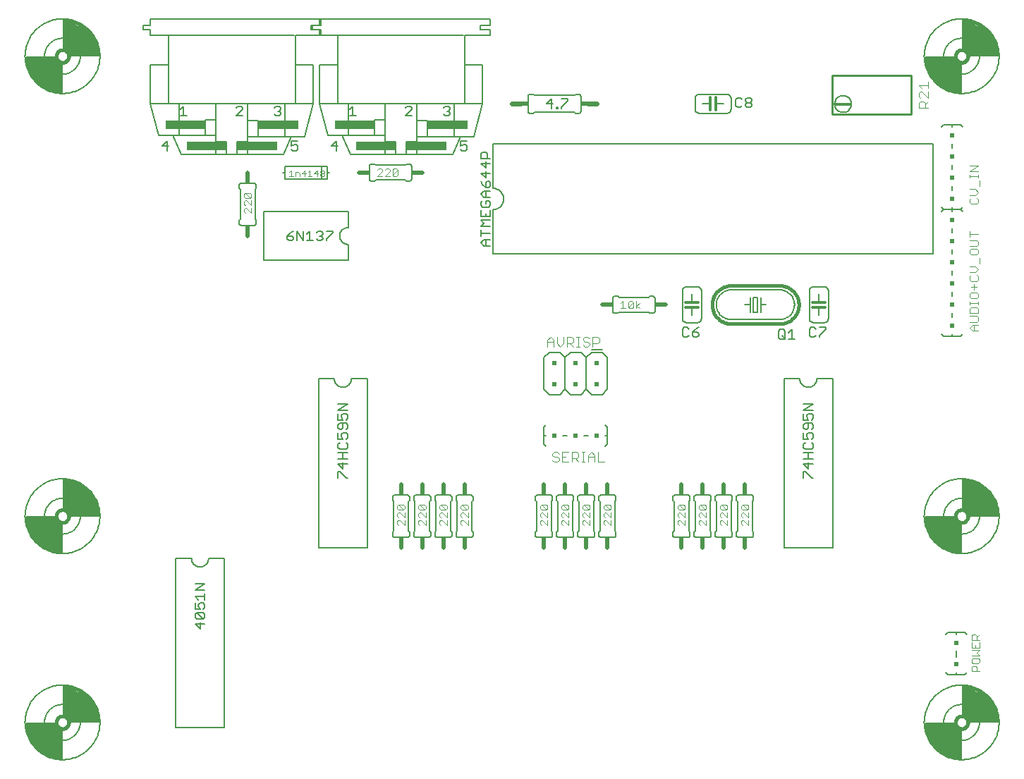
<source format=gto>
G75*
G70*
%OFA0B0*%
%FSLAX24Y24*%
%IPPOS*%
%LPD*%
%AMOC8*
5,1,8,0,0,1.08239X$1,22.5*
%
%ADD10C,0.0080*%
%ADD11R,0.0200X0.0200*%
%ADD12C,0.0040*%
%ADD13C,0.0060*%
%ADD14C,0.0050*%
%ADD15C,0.0200*%
%ADD16R,0.0150X0.0200*%
%ADD17R,0.0230X0.0230*%
%ADD18R,0.0200X0.0150*%
%ADD19R,0.1900X0.0400*%
%ADD20C,0.0030*%
%ADD21C,0.0240*%
%ADD22R,0.0340X0.0240*%
%ADD23C,0.0100*%
%ADD24R,0.0748X0.0118*%
%ADD25C,0.0160*%
%ADD26C,0.0120*%
%ADD27C,0.0180*%
%ADD28C,0.0150*%
D10*
X024864Y015275D02*
X024974Y015165D01*
X024864Y015275D02*
X024864Y015665D01*
X024864Y016055D01*
X024974Y016165D01*
X024964Y015665D02*
X024864Y015665D01*
X025764Y015665D02*
X025964Y015665D01*
X026764Y015665D02*
X026964Y015665D01*
X027764Y015665D02*
X027864Y015665D01*
X027864Y016055D01*
X027754Y016165D01*
X027864Y015665D02*
X027864Y015275D01*
X027754Y015165D01*
X027614Y017615D02*
X027114Y017615D01*
X026864Y017865D01*
X026864Y019365D01*
X026614Y019615D01*
X026114Y019615D01*
X025864Y019365D01*
X025864Y017865D01*
X025614Y017615D01*
X025114Y017615D01*
X024864Y017865D01*
X024864Y019365D01*
X025114Y019615D01*
X025614Y019615D01*
X025864Y019365D01*
X026864Y019365D02*
X027114Y019615D01*
X027614Y019615D01*
X027864Y019365D01*
X027864Y017865D01*
X027614Y017615D01*
X026864Y017865D02*
X026614Y017615D01*
X026114Y017615D01*
X025864Y017865D01*
X027114Y019746D02*
X027614Y019746D01*
X014614Y027815D02*
X012614Y027815D01*
X012614Y028115D01*
X012514Y028115D01*
X012614Y028115D02*
X012614Y028415D01*
X014614Y028415D01*
X014614Y028115D01*
X014714Y028115D01*
X014614Y028115D02*
X014614Y027815D01*
X014364Y027865D02*
X014364Y028365D01*
X043664Y030255D02*
X043774Y030365D01*
X044164Y030365D01*
X044554Y030365D01*
X044664Y030255D01*
X044164Y030265D02*
X044164Y030365D01*
X044164Y029465D02*
X044164Y029265D01*
X044164Y028465D02*
X044164Y028265D01*
X044164Y027465D02*
X044164Y027265D01*
X044164Y026465D02*
X044164Y026365D01*
X043774Y026365D01*
X043664Y026255D01*
X043774Y026365D02*
X043664Y026475D01*
X043774Y026365D02*
X044164Y026365D01*
X044554Y026365D01*
X044664Y026255D01*
X044554Y026365D02*
X044664Y026475D01*
X044554Y026365D02*
X044164Y026365D01*
X044164Y026265D01*
X044164Y025465D02*
X044164Y025265D01*
X044164Y024465D02*
X044164Y024265D01*
X044164Y023465D02*
X044164Y023265D01*
X044164Y022465D02*
X044164Y022265D01*
X044164Y021465D02*
X044164Y021265D01*
X044164Y020465D02*
X044164Y020365D01*
X044554Y020365D01*
X044664Y020475D01*
X044164Y020365D02*
X043774Y020365D01*
X043664Y020475D01*
X043974Y006365D02*
X043864Y006255D01*
X043974Y006365D02*
X044364Y006365D01*
X044754Y006365D01*
X044864Y006255D01*
X044364Y006265D02*
X044364Y006365D01*
X044364Y005515D02*
X044364Y005215D01*
X044364Y004465D02*
X044364Y004365D01*
X044754Y004365D01*
X044864Y004475D01*
X044364Y004365D02*
X043974Y004365D01*
X043864Y004475D01*
D11*
X027364Y018115D03*
X026364Y018115D03*
X025364Y018115D03*
X025364Y019115D03*
X026364Y019115D03*
X027364Y019115D03*
D12*
X027174Y019885D02*
X027174Y020345D01*
X027404Y020345D01*
X027480Y020268D01*
X027480Y020115D01*
X027404Y020038D01*
X027174Y020038D01*
X027020Y020038D02*
X027020Y019961D01*
X026943Y019885D01*
X026790Y019885D01*
X026713Y019961D01*
X026560Y019885D02*
X026406Y019885D01*
X026483Y019885D02*
X026483Y020345D01*
X026406Y020345D02*
X026560Y020345D01*
X026713Y020268D02*
X026713Y020191D01*
X026790Y020115D01*
X026943Y020115D01*
X027020Y020038D01*
X027020Y020268D02*
X026943Y020345D01*
X026790Y020345D01*
X026713Y020268D01*
X026253Y020268D02*
X026253Y020115D01*
X026176Y020038D01*
X025946Y020038D01*
X026099Y020038D02*
X026253Y019885D01*
X025946Y019885D02*
X025946Y020345D01*
X026176Y020345D01*
X026253Y020268D01*
X025792Y020345D02*
X025792Y020038D01*
X025639Y019885D01*
X025486Y020038D01*
X025486Y020345D01*
X025332Y020191D02*
X025332Y019885D01*
X025332Y020115D02*
X025025Y020115D01*
X025025Y020191D02*
X025179Y020345D01*
X025332Y020191D01*
X025025Y020191D02*
X025025Y019885D01*
X028494Y021695D02*
X028728Y021695D01*
X028611Y021695D02*
X028611Y022045D01*
X028494Y021928D01*
X028853Y021986D02*
X028853Y021753D01*
X029087Y021986D01*
X029087Y021753D01*
X029028Y021695D01*
X028912Y021695D01*
X028853Y021753D01*
X028853Y021986D02*
X028912Y022045D01*
X029028Y022045D01*
X029087Y021986D01*
X029212Y022045D02*
X029212Y021695D01*
X029212Y021811D02*
X029387Y021695D01*
X029212Y021811D02*
X029387Y021928D01*
X027424Y014895D02*
X027424Y014435D01*
X027730Y014435D01*
X027270Y014435D02*
X027270Y014741D01*
X027117Y014895D01*
X026963Y014741D01*
X026963Y014435D01*
X026810Y014435D02*
X026656Y014435D01*
X026733Y014435D02*
X026733Y014895D01*
X026656Y014895D02*
X026810Y014895D01*
X026963Y014665D02*
X027270Y014665D01*
X026503Y014665D02*
X026426Y014588D01*
X026196Y014588D01*
X026349Y014588D02*
X026503Y014435D01*
X026503Y014665D02*
X026503Y014818D01*
X026426Y014895D01*
X026196Y014895D01*
X026196Y014435D01*
X026042Y014435D02*
X025736Y014435D01*
X025736Y014895D01*
X026042Y014895D01*
X025889Y014665D02*
X025736Y014665D01*
X025582Y014588D02*
X025582Y014511D01*
X025505Y014435D01*
X025352Y014435D01*
X025275Y014511D01*
X025352Y014665D02*
X025505Y014665D01*
X025582Y014588D01*
X025582Y014818D02*
X025505Y014895D01*
X025352Y014895D01*
X025275Y014818D01*
X025275Y014741D01*
X025352Y014665D01*
X024986Y012399D02*
X024752Y012399D01*
X024986Y012165D01*
X025044Y012224D01*
X025044Y012341D01*
X024986Y012399D01*
X024986Y012165D02*
X024752Y012165D01*
X024694Y012224D01*
X024694Y012341D01*
X024752Y012399D01*
X024752Y012040D02*
X024694Y011981D01*
X024694Y011865D01*
X024752Y011806D01*
X024752Y011681D02*
X024694Y011622D01*
X024694Y011506D01*
X024752Y011447D01*
X024752Y011681D02*
X024811Y011681D01*
X025044Y011447D01*
X025044Y011681D01*
X025044Y011806D02*
X024811Y012040D01*
X024752Y012040D01*
X025044Y012040D02*
X025044Y011806D01*
X025694Y011865D02*
X025752Y011806D01*
X025694Y011865D02*
X025694Y011981D01*
X025752Y012040D01*
X025811Y012040D01*
X026044Y011806D01*
X026044Y012040D01*
X025986Y012165D02*
X025752Y012399D01*
X025986Y012399D01*
X026044Y012341D01*
X026044Y012224D01*
X025986Y012165D01*
X025752Y012165D01*
X025694Y012224D01*
X025694Y012341D01*
X025752Y012399D01*
X025752Y011681D02*
X025694Y011622D01*
X025694Y011506D01*
X025752Y011447D01*
X025752Y011681D02*
X025811Y011681D01*
X026044Y011447D01*
X026044Y011681D01*
X026694Y011622D02*
X026694Y011506D01*
X026752Y011447D01*
X026694Y011622D02*
X026752Y011681D01*
X026811Y011681D01*
X027044Y011447D01*
X027044Y011681D01*
X027044Y011806D02*
X026811Y012040D01*
X026752Y012040D01*
X026694Y011981D01*
X026694Y011865D01*
X026752Y011806D01*
X027044Y011806D02*
X027044Y012040D01*
X026986Y012165D02*
X026752Y012399D01*
X026986Y012399D01*
X027044Y012341D01*
X027044Y012224D01*
X026986Y012165D01*
X026752Y012165D01*
X026694Y012224D01*
X026694Y012341D01*
X026752Y012399D01*
X027694Y012341D02*
X027752Y012399D01*
X027986Y012165D01*
X028044Y012224D01*
X028044Y012341D01*
X027986Y012399D01*
X027752Y012399D01*
X027694Y012341D02*
X027694Y012224D01*
X027752Y012165D01*
X027986Y012165D01*
X028044Y012040D02*
X028044Y011806D01*
X027811Y012040D01*
X027752Y012040D01*
X027694Y011981D01*
X027694Y011865D01*
X027752Y011806D01*
X027752Y011681D02*
X027694Y011622D01*
X027694Y011506D01*
X027752Y011447D01*
X027752Y011681D02*
X027811Y011681D01*
X028044Y011447D01*
X028044Y011681D01*
X031194Y011622D02*
X031194Y011506D01*
X031252Y011447D01*
X031194Y011622D02*
X031252Y011681D01*
X031311Y011681D01*
X031544Y011447D01*
X031544Y011681D01*
X031544Y011806D02*
X031311Y012040D01*
X031252Y012040D01*
X031194Y011981D01*
X031194Y011865D01*
X031252Y011806D01*
X031544Y011806D02*
X031544Y012040D01*
X031486Y012165D02*
X031252Y012399D01*
X031486Y012399D01*
X031544Y012341D01*
X031544Y012224D01*
X031486Y012165D01*
X031252Y012165D01*
X031194Y012224D01*
X031194Y012341D01*
X031252Y012399D01*
X032194Y012341D02*
X032252Y012399D01*
X032486Y012165D01*
X032544Y012224D01*
X032544Y012341D01*
X032486Y012399D01*
X032252Y012399D01*
X032194Y012341D02*
X032194Y012224D01*
X032252Y012165D01*
X032486Y012165D01*
X032544Y012040D02*
X032544Y011806D01*
X032311Y012040D01*
X032252Y012040D01*
X032194Y011981D01*
X032194Y011865D01*
X032252Y011806D01*
X032252Y011681D02*
X032194Y011622D01*
X032194Y011506D01*
X032252Y011447D01*
X032252Y011681D02*
X032311Y011681D01*
X032544Y011447D01*
X032544Y011681D01*
X033194Y011622D02*
X033194Y011506D01*
X033252Y011447D01*
X033194Y011622D02*
X033252Y011681D01*
X033311Y011681D01*
X033544Y011447D01*
X033544Y011681D01*
X033544Y011806D02*
X033311Y012040D01*
X033252Y012040D01*
X033194Y011981D01*
X033194Y011865D01*
X033252Y011806D01*
X033544Y011806D02*
X033544Y012040D01*
X033486Y012165D02*
X033252Y012399D01*
X033486Y012399D01*
X033544Y012341D01*
X033544Y012224D01*
X033486Y012165D01*
X033252Y012165D01*
X033194Y012224D01*
X033194Y012341D01*
X033252Y012399D01*
X034194Y012341D02*
X034252Y012399D01*
X034486Y012165D01*
X034544Y012224D01*
X034544Y012341D01*
X034486Y012399D01*
X034252Y012399D01*
X034194Y012341D02*
X034194Y012224D01*
X034252Y012165D01*
X034486Y012165D01*
X034544Y012040D02*
X034544Y011806D01*
X034311Y012040D01*
X034252Y012040D01*
X034194Y011981D01*
X034194Y011865D01*
X034252Y011806D01*
X034252Y011681D02*
X034194Y011622D01*
X034194Y011506D01*
X034252Y011447D01*
X034252Y011681D02*
X034311Y011681D01*
X034544Y011447D01*
X034544Y011681D01*
X044984Y020771D02*
X045121Y020635D01*
X045394Y020635D01*
X045189Y020635D02*
X045189Y020908D01*
X045121Y020908D02*
X045394Y020908D01*
X045326Y021049D02*
X045394Y021117D01*
X045394Y021254D01*
X045326Y021322D01*
X044984Y021322D01*
X044984Y021463D02*
X044984Y021668D01*
X045052Y021737D01*
X045326Y021737D01*
X045394Y021668D01*
X045394Y021463D01*
X044984Y021463D01*
X044984Y021878D02*
X044984Y022014D01*
X044984Y021946D02*
X045394Y021946D01*
X045394Y021878D02*
X045394Y022014D01*
X045326Y022154D02*
X045052Y022154D01*
X044984Y022222D01*
X044984Y022359D01*
X045052Y022427D01*
X045326Y022427D01*
X045394Y022359D01*
X045394Y022222D01*
X045326Y022154D01*
X045189Y022568D02*
X045189Y022842D01*
X045052Y022705D02*
X045326Y022705D01*
X045326Y022982D02*
X045052Y022982D01*
X044984Y023051D01*
X044984Y023188D01*
X045052Y023256D01*
X044984Y023397D02*
X045257Y023397D01*
X045394Y023534D01*
X045257Y023670D01*
X044984Y023670D01*
X045462Y023811D02*
X045462Y024085D01*
X045326Y024225D02*
X045394Y024294D01*
X045394Y024431D01*
X045326Y024499D01*
X045052Y024499D01*
X044984Y024431D01*
X044984Y024294D01*
X045052Y024225D01*
X045326Y024225D01*
X045326Y024640D02*
X044984Y024640D01*
X044984Y024913D02*
X045326Y024913D01*
X045394Y024845D01*
X045394Y024708D01*
X045326Y024640D01*
X044984Y025054D02*
X044984Y025328D01*
X044984Y025191D02*
X045394Y025191D01*
X045326Y026635D02*
X045052Y026635D01*
X044984Y026703D01*
X044984Y026840D01*
X045052Y026908D01*
X044984Y027049D02*
X045257Y027049D01*
X045394Y027186D01*
X045257Y027322D01*
X044984Y027322D01*
X045462Y027463D02*
X045462Y027737D01*
X045394Y027878D02*
X045394Y028014D01*
X045394Y027946D02*
X044984Y027946D01*
X044984Y027878D02*
X044984Y028014D01*
X044984Y028154D02*
X045394Y028427D01*
X044984Y028427D01*
X044984Y028154D02*
X045394Y028154D01*
X045326Y026908D02*
X045394Y026840D01*
X045394Y026703D01*
X045326Y026635D01*
X045326Y023256D02*
X045394Y023188D01*
X045394Y023051D01*
X045326Y022982D01*
X045326Y021049D02*
X044984Y021049D01*
X045121Y020908D02*
X044984Y020771D01*
X043041Y031179D02*
X042581Y031179D01*
X042581Y031409D01*
X042657Y031486D01*
X042811Y031486D01*
X042888Y031409D01*
X042888Y031179D01*
X042888Y031332D02*
X043041Y031486D01*
X043041Y031639D02*
X042734Y031946D01*
X042657Y031946D01*
X042581Y031869D01*
X042581Y031716D01*
X042657Y031639D01*
X043041Y031639D02*
X043041Y031946D01*
X043041Y032099D02*
X043041Y032406D01*
X043041Y032253D02*
X042581Y032253D01*
X042734Y032099D01*
X017946Y028236D02*
X017946Y028003D01*
X017887Y027945D01*
X017771Y027945D01*
X017712Y028003D01*
X017946Y028236D01*
X017887Y028295D01*
X017771Y028295D01*
X017712Y028236D01*
X017712Y028003D01*
X017587Y027945D02*
X017353Y027945D01*
X017587Y028178D01*
X017587Y028236D01*
X017528Y028295D01*
X017412Y028295D01*
X017353Y028236D01*
X017228Y028236D02*
X017228Y028178D01*
X016994Y027945D01*
X017228Y027945D01*
X017228Y028236D02*
X017169Y028295D01*
X017052Y028295D01*
X016994Y028236D01*
X011044Y027091D02*
X011044Y026974D01*
X010986Y026915D01*
X010752Y027149D01*
X010986Y027149D01*
X011044Y027091D01*
X010986Y026915D02*
X010752Y026915D01*
X010694Y026974D01*
X010694Y027091D01*
X010752Y027149D01*
X010752Y026790D02*
X010694Y026731D01*
X010694Y026615D01*
X010752Y026556D01*
X010752Y026431D02*
X010694Y026372D01*
X010694Y026256D01*
X010752Y026197D01*
X010752Y026431D02*
X010811Y026431D01*
X011044Y026197D01*
X011044Y026431D01*
X011044Y026556D02*
X010811Y026790D01*
X010752Y026790D01*
X011044Y026790D02*
X011044Y026556D01*
X018002Y012399D02*
X018236Y012165D01*
X018294Y012224D01*
X018294Y012341D01*
X018236Y012399D01*
X018002Y012399D01*
X017944Y012341D01*
X017944Y012224D01*
X018002Y012165D01*
X018236Y012165D01*
X018294Y012040D02*
X018294Y011806D01*
X018061Y012040D01*
X018002Y012040D01*
X017944Y011981D01*
X017944Y011865D01*
X018002Y011806D01*
X018002Y011681D02*
X017944Y011622D01*
X017944Y011506D01*
X018002Y011447D01*
X018002Y011681D02*
X018061Y011681D01*
X018294Y011447D01*
X018294Y011681D01*
X018944Y011622D02*
X018944Y011506D01*
X019002Y011447D01*
X018944Y011622D02*
X019002Y011681D01*
X019061Y011681D01*
X019294Y011447D01*
X019294Y011681D01*
X019294Y011806D02*
X019061Y012040D01*
X019002Y012040D01*
X018944Y011981D01*
X018944Y011865D01*
X019002Y011806D01*
X019294Y011806D02*
X019294Y012040D01*
X019236Y012165D02*
X019002Y012399D01*
X019236Y012399D01*
X019294Y012341D01*
X019294Y012224D01*
X019236Y012165D01*
X019002Y012165D01*
X018944Y012224D01*
X018944Y012341D01*
X019002Y012399D01*
X019944Y012341D02*
X020002Y012399D01*
X020236Y012165D01*
X020294Y012224D01*
X020294Y012341D01*
X020236Y012399D01*
X020002Y012399D01*
X019944Y012341D02*
X019944Y012224D01*
X020002Y012165D01*
X020236Y012165D01*
X020294Y012040D02*
X020294Y011806D01*
X020061Y012040D01*
X020002Y012040D01*
X019944Y011981D01*
X019944Y011865D01*
X020002Y011806D01*
X020002Y011681D02*
X019944Y011622D01*
X019944Y011506D01*
X020002Y011447D01*
X020002Y011681D02*
X020061Y011681D01*
X020294Y011447D01*
X020294Y011681D01*
X020944Y011622D02*
X020944Y011506D01*
X021002Y011447D01*
X020944Y011622D02*
X021002Y011681D01*
X021061Y011681D01*
X021294Y011447D01*
X021294Y011681D01*
X021294Y011806D02*
X021061Y012040D01*
X021002Y012040D01*
X020944Y011981D01*
X020944Y011865D01*
X021002Y011806D01*
X021294Y011806D02*
X021294Y012040D01*
X021236Y012165D02*
X021002Y012399D01*
X021236Y012399D01*
X021294Y012341D01*
X021294Y012224D01*
X021236Y012165D01*
X021002Y012165D01*
X020944Y012224D01*
X020944Y012341D01*
X021002Y012399D01*
D13*
X001268Y002115D02*
X001270Y002173D01*
X001276Y002230D01*
X001286Y002287D01*
X001299Y002343D01*
X001317Y002398D01*
X001338Y002452D01*
X001363Y002504D01*
X001391Y002555D01*
X001423Y002603D01*
X001458Y002649D01*
X001496Y002692D01*
X001537Y002733D01*
X001580Y002771D01*
X001626Y002806D01*
X001674Y002838D01*
X001725Y002866D01*
X001777Y002891D01*
X001831Y002912D01*
X001886Y002930D01*
X001942Y002943D01*
X001999Y002953D01*
X002056Y002959D01*
X002114Y002961D01*
X002172Y002959D01*
X002229Y002953D01*
X002286Y002943D01*
X002342Y002930D01*
X002397Y002912D01*
X002451Y002891D01*
X002503Y002866D01*
X002554Y002838D01*
X002602Y002806D01*
X002648Y002771D01*
X002691Y002733D01*
X002732Y002692D01*
X002770Y002649D01*
X002805Y002603D01*
X002837Y002555D01*
X002865Y002504D01*
X002890Y002452D01*
X002911Y002398D01*
X002929Y002343D01*
X002942Y002287D01*
X002952Y002230D01*
X002958Y002173D01*
X002960Y002115D01*
X002958Y002057D01*
X002952Y002000D01*
X002942Y001943D01*
X002929Y001887D01*
X002911Y001832D01*
X002890Y001778D01*
X002865Y001726D01*
X002837Y001675D01*
X002805Y001627D01*
X002770Y001581D01*
X002732Y001538D01*
X002691Y001497D01*
X002648Y001459D01*
X002602Y001424D01*
X002554Y001392D01*
X002503Y001364D01*
X002451Y001339D01*
X002397Y001318D01*
X002342Y001300D01*
X002286Y001287D01*
X002229Y001277D01*
X002172Y001271D01*
X002114Y001269D01*
X002056Y001271D01*
X001999Y001277D01*
X001942Y001287D01*
X001886Y001300D01*
X001831Y001318D01*
X001777Y001339D01*
X001725Y001364D01*
X001674Y001392D01*
X001626Y001424D01*
X001580Y001459D01*
X001537Y001497D01*
X001496Y001538D01*
X001458Y001581D01*
X001423Y001627D01*
X001391Y001675D01*
X001363Y001726D01*
X001338Y001778D01*
X001317Y001832D01*
X001299Y001887D01*
X001286Y001943D01*
X001276Y002000D01*
X001270Y002057D01*
X001268Y002115D01*
X000344Y002115D02*
X000346Y002202D01*
X000353Y002288D01*
X000363Y002375D01*
X000378Y002460D01*
X000397Y002545D01*
X000420Y002629D01*
X000447Y002711D01*
X000479Y002792D01*
X000514Y002872D01*
X000553Y002949D01*
X000596Y003025D01*
X000642Y003098D01*
X000692Y003169D01*
X000746Y003238D01*
X000803Y003304D01*
X000862Y003367D01*
X000925Y003426D01*
X000991Y003483D01*
X001060Y003537D01*
X001131Y003587D01*
X001204Y003633D01*
X001280Y003676D01*
X001357Y003715D01*
X001437Y003750D01*
X001518Y003782D01*
X001600Y003809D01*
X001684Y003832D01*
X001769Y003851D01*
X001854Y003866D01*
X001941Y003876D01*
X002027Y003883D01*
X002114Y003885D01*
X002201Y003883D01*
X002287Y003876D01*
X002374Y003866D01*
X002459Y003851D01*
X002544Y003832D01*
X002628Y003809D01*
X002710Y003782D01*
X002791Y003750D01*
X002871Y003715D01*
X002948Y003676D01*
X003024Y003633D01*
X003097Y003587D01*
X003168Y003537D01*
X003237Y003483D01*
X003303Y003426D01*
X003366Y003367D01*
X003425Y003304D01*
X003482Y003238D01*
X003536Y003169D01*
X003586Y003098D01*
X003632Y003025D01*
X003675Y002949D01*
X003714Y002872D01*
X003749Y002792D01*
X003781Y002711D01*
X003808Y002629D01*
X003831Y002545D01*
X003850Y002460D01*
X003865Y002375D01*
X003875Y002288D01*
X003882Y002202D01*
X003884Y002115D01*
X003882Y002028D01*
X003875Y001942D01*
X003865Y001855D01*
X003850Y001770D01*
X003831Y001685D01*
X003808Y001601D01*
X003781Y001519D01*
X003749Y001438D01*
X003714Y001358D01*
X003675Y001281D01*
X003632Y001205D01*
X003586Y001132D01*
X003536Y001061D01*
X003482Y000992D01*
X003425Y000926D01*
X003366Y000863D01*
X003303Y000804D01*
X003237Y000747D01*
X003168Y000693D01*
X003097Y000643D01*
X003024Y000597D01*
X002948Y000554D01*
X002871Y000515D01*
X002791Y000480D01*
X002710Y000448D01*
X002628Y000421D01*
X002544Y000398D01*
X002459Y000379D01*
X002374Y000364D01*
X002287Y000354D01*
X002201Y000347D01*
X002114Y000345D01*
X002027Y000347D01*
X001941Y000354D01*
X001854Y000364D01*
X001769Y000379D01*
X001684Y000398D01*
X001600Y000421D01*
X001518Y000448D01*
X001437Y000480D01*
X001357Y000515D01*
X001280Y000554D01*
X001204Y000597D01*
X001131Y000643D01*
X001060Y000693D01*
X000991Y000747D01*
X000925Y000804D01*
X000862Y000863D01*
X000803Y000926D01*
X000746Y000992D01*
X000692Y001061D01*
X000642Y001132D01*
X000596Y001205D01*
X000553Y001281D01*
X000514Y001358D01*
X000479Y001438D01*
X000447Y001519D01*
X000420Y001601D01*
X000397Y001685D01*
X000378Y001770D01*
X000363Y001855D01*
X000353Y001942D01*
X000346Y002028D01*
X000344Y002115D01*
X007464Y001865D02*
X009764Y001865D01*
X009764Y009865D01*
X009014Y009865D01*
X009012Y009826D01*
X009006Y009787D01*
X008997Y009749D01*
X008984Y009712D01*
X008967Y009676D01*
X008947Y009643D01*
X008923Y009611D01*
X008897Y009582D01*
X008868Y009556D01*
X008836Y009532D01*
X008803Y009512D01*
X008767Y009495D01*
X008730Y009482D01*
X008692Y009473D01*
X008653Y009467D01*
X008614Y009465D01*
X008575Y009467D01*
X008536Y009473D01*
X008498Y009482D01*
X008461Y009495D01*
X008425Y009512D01*
X008392Y009532D01*
X008360Y009556D01*
X008331Y009582D01*
X008305Y009611D01*
X008281Y009643D01*
X008261Y009676D01*
X008244Y009712D01*
X008231Y009749D01*
X008222Y009787D01*
X008216Y009826D01*
X008214Y009865D01*
X007464Y009865D01*
X007464Y001865D01*
X014214Y010365D02*
X016514Y010365D01*
X016514Y018365D01*
X015764Y018365D01*
X015762Y018326D01*
X015756Y018287D01*
X015747Y018249D01*
X015734Y018212D01*
X015717Y018176D01*
X015697Y018143D01*
X015673Y018111D01*
X015647Y018082D01*
X015618Y018056D01*
X015586Y018032D01*
X015553Y018012D01*
X015517Y017995D01*
X015480Y017982D01*
X015442Y017973D01*
X015403Y017967D01*
X015364Y017965D01*
X015325Y017967D01*
X015286Y017973D01*
X015248Y017982D01*
X015211Y017995D01*
X015175Y018012D01*
X015142Y018032D01*
X015110Y018056D01*
X015081Y018082D01*
X015055Y018111D01*
X015031Y018143D01*
X015011Y018176D01*
X014994Y018212D01*
X014981Y018249D01*
X014972Y018287D01*
X014966Y018326D01*
X014964Y018365D01*
X014214Y018365D01*
X014214Y010365D01*
X017714Y010965D02*
X017714Y011115D01*
X017764Y011165D01*
X017764Y012565D01*
X017714Y012615D01*
X017714Y012765D01*
X017716Y012782D01*
X017720Y012799D01*
X017727Y012815D01*
X017737Y012829D01*
X017750Y012842D01*
X017764Y012852D01*
X017780Y012859D01*
X017797Y012863D01*
X017814Y012865D01*
X018414Y012865D01*
X018431Y012863D01*
X018448Y012859D01*
X018464Y012852D01*
X018478Y012842D01*
X018491Y012829D01*
X018501Y012815D01*
X018508Y012799D01*
X018512Y012782D01*
X018514Y012765D01*
X018514Y012615D01*
X018464Y012565D01*
X018464Y011165D01*
X018514Y011115D01*
X018514Y010965D01*
X018512Y010948D01*
X018508Y010931D01*
X018501Y010915D01*
X018491Y010901D01*
X018478Y010888D01*
X018464Y010878D01*
X018448Y010871D01*
X018431Y010867D01*
X018414Y010865D01*
X017814Y010865D01*
X017797Y010867D01*
X017780Y010871D01*
X017764Y010878D01*
X017750Y010888D01*
X017737Y010901D01*
X017727Y010915D01*
X017720Y010931D01*
X017716Y010948D01*
X017714Y010965D01*
X018714Y010965D02*
X018714Y011115D01*
X018764Y011165D01*
X018764Y012565D01*
X018714Y012615D01*
X018714Y012765D01*
X018716Y012782D01*
X018720Y012799D01*
X018727Y012815D01*
X018737Y012829D01*
X018750Y012842D01*
X018764Y012852D01*
X018780Y012859D01*
X018797Y012863D01*
X018814Y012865D01*
X019414Y012865D01*
X019431Y012863D01*
X019448Y012859D01*
X019464Y012852D01*
X019478Y012842D01*
X019491Y012829D01*
X019501Y012815D01*
X019508Y012799D01*
X019512Y012782D01*
X019514Y012765D01*
X019514Y012615D01*
X019464Y012565D01*
X019464Y011165D01*
X019514Y011115D01*
X019514Y010965D01*
X019512Y010948D01*
X019508Y010931D01*
X019501Y010915D01*
X019491Y010901D01*
X019478Y010888D01*
X019464Y010878D01*
X019448Y010871D01*
X019431Y010867D01*
X019414Y010865D01*
X018814Y010865D01*
X018797Y010867D01*
X018780Y010871D01*
X018764Y010878D01*
X018750Y010888D01*
X018737Y010901D01*
X018727Y010915D01*
X018720Y010931D01*
X018716Y010948D01*
X018714Y010965D01*
X019714Y010965D02*
X019714Y011115D01*
X019764Y011165D01*
X019764Y012565D01*
X019714Y012615D01*
X019714Y012765D01*
X019716Y012782D01*
X019720Y012799D01*
X019727Y012815D01*
X019737Y012829D01*
X019750Y012842D01*
X019764Y012852D01*
X019780Y012859D01*
X019797Y012863D01*
X019814Y012865D01*
X020414Y012865D01*
X020431Y012863D01*
X020448Y012859D01*
X020464Y012852D01*
X020478Y012842D01*
X020491Y012829D01*
X020501Y012815D01*
X020508Y012799D01*
X020512Y012782D01*
X020514Y012765D01*
X020514Y012615D01*
X020464Y012565D01*
X020464Y011165D01*
X020514Y011115D01*
X020514Y010965D01*
X020512Y010948D01*
X020508Y010931D01*
X020501Y010915D01*
X020491Y010901D01*
X020478Y010888D01*
X020464Y010878D01*
X020448Y010871D01*
X020431Y010867D01*
X020414Y010865D01*
X019814Y010865D01*
X019797Y010867D01*
X019780Y010871D01*
X019764Y010878D01*
X019750Y010888D01*
X019737Y010901D01*
X019727Y010915D01*
X019720Y010931D01*
X019716Y010948D01*
X019714Y010965D01*
X020714Y010965D02*
X020714Y011115D01*
X020764Y011165D01*
X020764Y012565D01*
X020714Y012615D01*
X020714Y012765D01*
X020716Y012782D01*
X020720Y012799D01*
X020727Y012815D01*
X020737Y012829D01*
X020750Y012842D01*
X020764Y012852D01*
X020780Y012859D01*
X020797Y012863D01*
X020814Y012865D01*
X021414Y012865D01*
X021431Y012863D01*
X021448Y012859D01*
X021464Y012852D01*
X021478Y012842D01*
X021491Y012829D01*
X021501Y012815D01*
X021508Y012799D01*
X021512Y012782D01*
X021514Y012765D01*
X021514Y012615D01*
X021464Y012565D01*
X021464Y011165D01*
X021514Y011115D01*
X021514Y010965D01*
X021512Y010948D01*
X021508Y010931D01*
X021501Y010915D01*
X021491Y010901D01*
X021478Y010888D01*
X021464Y010878D01*
X021448Y010871D01*
X021431Y010867D01*
X021414Y010865D01*
X020814Y010865D01*
X020797Y010867D01*
X020780Y010871D01*
X020764Y010878D01*
X020750Y010888D01*
X020737Y010901D01*
X020727Y010915D01*
X020720Y010931D01*
X020716Y010948D01*
X020714Y010965D01*
X024464Y010965D02*
X024464Y011115D01*
X024514Y011165D01*
X024514Y012565D01*
X024464Y012615D01*
X024464Y012765D01*
X024466Y012782D01*
X024470Y012799D01*
X024477Y012815D01*
X024487Y012829D01*
X024500Y012842D01*
X024514Y012852D01*
X024530Y012859D01*
X024547Y012863D01*
X024564Y012865D01*
X025164Y012865D01*
X025181Y012863D01*
X025198Y012859D01*
X025214Y012852D01*
X025228Y012842D01*
X025241Y012829D01*
X025251Y012815D01*
X025258Y012799D01*
X025262Y012782D01*
X025264Y012765D01*
X025264Y012615D01*
X025214Y012565D01*
X025214Y011165D01*
X025264Y011115D01*
X025264Y010965D01*
X025262Y010948D01*
X025258Y010931D01*
X025251Y010915D01*
X025241Y010901D01*
X025228Y010888D01*
X025214Y010878D01*
X025198Y010871D01*
X025181Y010867D01*
X025164Y010865D01*
X024564Y010865D01*
X024547Y010867D01*
X024530Y010871D01*
X024514Y010878D01*
X024500Y010888D01*
X024487Y010901D01*
X024477Y010915D01*
X024470Y010931D01*
X024466Y010948D01*
X024464Y010965D01*
X025464Y010965D02*
X025464Y011115D01*
X025514Y011165D01*
X025514Y012565D01*
X025464Y012615D01*
X025464Y012765D01*
X025466Y012782D01*
X025470Y012799D01*
X025477Y012815D01*
X025487Y012829D01*
X025500Y012842D01*
X025514Y012852D01*
X025530Y012859D01*
X025547Y012863D01*
X025564Y012865D01*
X026164Y012865D01*
X026181Y012863D01*
X026198Y012859D01*
X026214Y012852D01*
X026228Y012842D01*
X026241Y012829D01*
X026251Y012815D01*
X026258Y012799D01*
X026262Y012782D01*
X026264Y012765D01*
X026264Y012615D01*
X026214Y012565D01*
X026214Y011165D01*
X026264Y011115D01*
X026264Y010965D01*
X026262Y010948D01*
X026258Y010931D01*
X026251Y010915D01*
X026241Y010901D01*
X026228Y010888D01*
X026214Y010878D01*
X026198Y010871D01*
X026181Y010867D01*
X026164Y010865D01*
X025564Y010865D01*
X025547Y010867D01*
X025530Y010871D01*
X025514Y010878D01*
X025500Y010888D01*
X025487Y010901D01*
X025477Y010915D01*
X025470Y010931D01*
X025466Y010948D01*
X025464Y010965D01*
X026464Y010965D02*
X026464Y011115D01*
X026514Y011165D01*
X026514Y012565D01*
X026464Y012615D01*
X026464Y012765D01*
X026466Y012782D01*
X026470Y012799D01*
X026477Y012815D01*
X026487Y012829D01*
X026500Y012842D01*
X026514Y012852D01*
X026530Y012859D01*
X026547Y012863D01*
X026564Y012865D01*
X027164Y012865D01*
X027181Y012863D01*
X027198Y012859D01*
X027214Y012852D01*
X027228Y012842D01*
X027241Y012829D01*
X027251Y012815D01*
X027258Y012799D01*
X027262Y012782D01*
X027264Y012765D01*
X027264Y012615D01*
X027214Y012565D01*
X027214Y011165D01*
X027264Y011115D01*
X027264Y010965D01*
X027262Y010948D01*
X027258Y010931D01*
X027251Y010915D01*
X027241Y010901D01*
X027228Y010888D01*
X027214Y010878D01*
X027198Y010871D01*
X027181Y010867D01*
X027164Y010865D01*
X026564Y010865D01*
X026547Y010867D01*
X026530Y010871D01*
X026514Y010878D01*
X026500Y010888D01*
X026487Y010901D01*
X026477Y010915D01*
X026470Y010931D01*
X026466Y010948D01*
X026464Y010965D01*
X027464Y010965D02*
X027464Y011115D01*
X027514Y011165D01*
X027514Y012565D01*
X027464Y012615D01*
X027464Y012765D01*
X027466Y012782D01*
X027470Y012799D01*
X027477Y012815D01*
X027487Y012829D01*
X027500Y012842D01*
X027514Y012852D01*
X027530Y012859D01*
X027547Y012863D01*
X027564Y012865D01*
X028164Y012865D01*
X028181Y012863D01*
X028198Y012859D01*
X028214Y012852D01*
X028228Y012842D01*
X028241Y012829D01*
X028251Y012815D01*
X028258Y012799D01*
X028262Y012782D01*
X028264Y012765D01*
X028264Y012615D01*
X028214Y012565D01*
X028214Y011165D01*
X028264Y011115D01*
X028264Y010965D01*
X028262Y010948D01*
X028258Y010931D01*
X028251Y010915D01*
X028241Y010901D01*
X028228Y010888D01*
X028214Y010878D01*
X028198Y010871D01*
X028181Y010867D01*
X028164Y010865D01*
X027564Y010865D01*
X027547Y010867D01*
X027530Y010871D01*
X027514Y010878D01*
X027500Y010888D01*
X027487Y010901D01*
X027477Y010915D01*
X027470Y010931D01*
X027466Y010948D01*
X027464Y010965D01*
X030964Y010965D02*
X030964Y011115D01*
X031014Y011165D01*
X031014Y012565D01*
X030964Y012615D01*
X030964Y012765D01*
X030966Y012782D01*
X030970Y012799D01*
X030977Y012815D01*
X030987Y012829D01*
X031000Y012842D01*
X031014Y012852D01*
X031030Y012859D01*
X031047Y012863D01*
X031064Y012865D01*
X031664Y012865D01*
X031681Y012863D01*
X031698Y012859D01*
X031714Y012852D01*
X031728Y012842D01*
X031741Y012829D01*
X031751Y012815D01*
X031758Y012799D01*
X031762Y012782D01*
X031764Y012765D01*
X031764Y012615D01*
X031714Y012565D01*
X031714Y011165D01*
X031764Y011115D01*
X031764Y010965D01*
X031762Y010948D01*
X031758Y010931D01*
X031751Y010915D01*
X031741Y010901D01*
X031728Y010888D01*
X031714Y010878D01*
X031698Y010871D01*
X031681Y010867D01*
X031664Y010865D01*
X031064Y010865D01*
X031047Y010867D01*
X031030Y010871D01*
X031014Y010878D01*
X031000Y010888D01*
X030987Y010901D01*
X030977Y010915D01*
X030970Y010931D01*
X030966Y010948D01*
X030964Y010965D01*
X031964Y010965D02*
X031964Y011115D01*
X032014Y011165D01*
X032014Y012565D01*
X031964Y012615D01*
X031964Y012765D01*
X031966Y012782D01*
X031970Y012799D01*
X031977Y012815D01*
X031987Y012829D01*
X032000Y012842D01*
X032014Y012852D01*
X032030Y012859D01*
X032047Y012863D01*
X032064Y012865D01*
X032664Y012865D01*
X032681Y012863D01*
X032698Y012859D01*
X032714Y012852D01*
X032728Y012842D01*
X032741Y012829D01*
X032751Y012815D01*
X032758Y012799D01*
X032762Y012782D01*
X032764Y012765D01*
X032764Y012615D01*
X032714Y012565D01*
X032714Y011165D01*
X032764Y011115D01*
X032764Y010965D01*
X032762Y010948D01*
X032758Y010931D01*
X032751Y010915D01*
X032741Y010901D01*
X032728Y010888D01*
X032714Y010878D01*
X032698Y010871D01*
X032681Y010867D01*
X032664Y010865D01*
X032064Y010865D01*
X032047Y010867D01*
X032030Y010871D01*
X032014Y010878D01*
X032000Y010888D01*
X031987Y010901D01*
X031977Y010915D01*
X031970Y010931D01*
X031966Y010948D01*
X031964Y010965D01*
X032964Y010965D02*
X032964Y011115D01*
X033014Y011165D01*
X033014Y012565D01*
X032964Y012615D01*
X032964Y012765D01*
X032966Y012782D01*
X032970Y012799D01*
X032977Y012815D01*
X032987Y012829D01*
X033000Y012842D01*
X033014Y012852D01*
X033030Y012859D01*
X033047Y012863D01*
X033064Y012865D01*
X033664Y012865D01*
X033681Y012863D01*
X033698Y012859D01*
X033714Y012852D01*
X033728Y012842D01*
X033741Y012829D01*
X033751Y012815D01*
X033758Y012799D01*
X033762Y012782D01*
X033764Y012765D01*
X033764Y012615D01*
X033714Y012565D01*
X033714Y011165D01*
X033764Y011115D01*
X033764Y010965D01*
X033762Y010948D01*
X033758Y010931D01*
X033751Y010915D01*
X033741Y010901D01*
X033728Y010888D01*
X033714Y010878D01*
X033698Y010871D01*
X033681Y010867D01*
X033664Y010865D01*
X033064Y010865D01*
X033047Y010867D01*
X033030Y010871D01*
X033014Y010878D01*
X033000Y010888D01*
X032987Y010901D01*
X032977Y010915D01*
X032970Y010931D01*
X032966Y010948D01*
X032964Y010965D01*
X033964Y010965D02*
X033964Y011115D01*
X034014Y011165D01*
X034014Y012565D01*
X033964Y012615D01*
X033964Y012765D01*
X033966Y012782D01*
X033970Y012799D01*
X033977Y012815D01*
X033987Y012829D01*
X034000Y012842D01*
X034014Y012852D01*
X034030Y012859D01*
X034047Y012863D01*
X034064Y012865D01*
X034664Y012865D01*
X034681Y012863D01*
X034698Y012859D01*
X034714Y012852D01*
X034728Y012842D01*
X034741Y012829D01*
X034751Y012815D01*
X034758Y012799D01*
X034762Y012782D01*
X034764Y012765D01*
X034764Y012615D01*
X034714Y012565D01*
X034714Y011165D01*
X034764Y011115D01*
X034764Y010965D01*
X034762Y010948D01*
X034758Y010931D01*
X034751Y010915D01*
X034741Y010901D01*
X034728Y010888D01*
X034714Y010878D01*
X034698Y010871D01*
X034681Y010867D01*
X034664Y010865D01*
X034064Y010865D01*
X034047Y010867D01*
X034030Y010871D01*
X034014Y010878D01*
X034000Y010888D01*
X033987Y010901D01*
X033977Y010915D01*
X033970Y010931D01*
X033966Y010948D01*
X033964Y010965D01*
X036214Y010365D02*
X038514Y010365D01*
X038514Y018365D01*
X037764Y018365D01*
X037762Y018326D01*
X037756Y018287D01*
X037747Y018249D01*
X037734Y018212D01*
X037717Y018176D01*
X037697Y018143D01*
X037673Y018111D01*
X037647Y018082D01*
X037618Y018056D01*
X037586Y018032D01*
X037553Y018012D01*
X037517Y017995D01*
X037480Y017982D01*
X037442Y017973D01*
X037403Y017967D01*
X037364Y017965D01*
X037325Y017967D01*
X037286Y017973D01*
X037248Y017982D01*
X037211Y017995D01*
X037175Y018012D01*
X037142Y018032D01*
X037110Y018056D01*
X037081Y018082D01*
X037055Y018111D01*
X037031Y018143D01*
X037011Y018176D01*
X036994Y018212D01*
X036981Y018249D01*
X036972Y018287D01*
X036966Y018326D01*
X036964Y018365D01*
X036214Y018365D01*
X036214Y010365D01*
X043768Y011865D02*
X043770Y011923D01*
X043776Y011980D01*
X043786Y012037D01*
X043799Y012093D01*
X043817Y012148D01*
X043838Y012202D01*
X043863Y012254D01*
X043891Y012305D01*
X043923Y012353D01*
X043958Y012399D01*
X043996Y012442D01*
X044037Y012483D01*
X044080Y012521D01*
X044126Y012556D01*
X044174Y012588D01*
X044225Y012616D01*
X044277Y012641D01*
X044331Y012662D01*
X044386Y012680D01*
X044442Y012693D01*
X044499Y012703D01*
X044556Y012709D01*
X044614Y012711D01*
X044672Y012709D01*
X044729Y012703D01*
X044786Y012693D01*
X044842Y012680D01*
X044897Y012662D01*
X044951Y012641D01*
X045003Y012616D01*
X045054Y012588D01*
X045102Y012556D01*
X045148Y012521D01*
X045191Y012483D01*
X045232Y012442D01*
X045270Y012399D01*
X045305Y012353D01*
X045337Y012305D01*
X045365Y012254D01*
X045390Y012202D01*
X045411Y012148D01*
X045429Y012093D01*
X045442Y012037D01*
X045452Y011980D01*
X045458Y011923D01*
X045460Y011865D01*
X045458Y011807D01*
X045452Y011750D01*
X045442Y011693D01*
X045429Y011637D01*
X045411Y011582D01*
X045390Y011528D01*
X045365Y011476D01*
X045337Y011425D01*
X045305Y011377D01*
X045270Y011331D01*
X045232Y011288D01*
X045191Y011247D01*
X045148Y011209D01*
X045102Y011174D01*
X045054Y011142D01*
X045003Y011114D01*
X044951Y011089D01*
X044897Y011068D01*
X044842Y011050D01*
X044786Y011037D01*
X044729Y011027D01*
X044672Y011021D01*
X044614Y011019D01*
X044556Y011021D01*
X044499Y011027D01*
X044442Y011037D01*
X044386Y011050D01*
X044331Y011068D01*
X044277Y011089D01*
X044225Y011114D01*
X044174Y011142D01*
X044126Y011174D01*
X044080Y011209D01*
X044037Y011247D01*
X043996Y011288D01*
X043958Y011331D01*
X043923Y011377D01*
X043891Y011425D01*
X043863Y011476D01*
X043838Y011528D01*
X043817Y011582D01*
X043799Y011637D01*
X043786Y011693D01*
X043776Y011750D01*
X043770Y011807D01*
X043768Y011865D01*
X042844Y011865D02*
X042846Y011952D01*
X042853Y012038D01*
X042863Y012125D01*
X042878Y012210D01*
X042897Y012295D01*
X042920Y012379D01*
X042947Y012461D01*
X042979Y012542D01*
X043014Y012622D01*
X043053Y012699D01*
X043096Y012775D01*
X043142Y012848D01*
X043192Y012919D01*
X043246Y012988D01*
X043303Y013054D01*
X043362Y013117D01*
X043425Y013176D01*
X043491Y013233D01*
X043560Y013287D01*
X043631Y013337D01*
X043704Y013383D01*
X043780Y013426D01*
X043857Y013465D01*
X043937Y013500D01*
X044018Y013532D01*
X044100Y013559D01*
X044184Y013582D01*
X044269Y013601D01*
X044354Y013616D01*
X044441Y013626D01*
X044527Y013633D01*
X044614Y013635D01*
X044701Y013633D01*
X044787Y013626D01*
X044874Y013616D01*
X044959Y013601D01*
X045044Y013582D01*
X045128Y013559D01*
X045210Y013532D01*
X045291Y013500D01*
X045371Y013465D01*
X045448Y013426D01*
X045524Y013383D01*
X045597Y013337D01*
X045668Y013287D01*
X045737Y013233D01*
X045803Y013176D01*
X045866Y013117D01*
X045925Y013054D01*
X045982Y012988D01*
X046036Y012919D01*
X046086Y012848D01*
X046132Y012775D01*
X046175Y012699D01*
X046214Y012622D01*
X046249Y012542D01*
X046281Y012461D01*
X046308Y012379D01*
X046331Y012295D01*
X046350Y012210D01*
X046365Y012125D01*
X046375Y012038D01*
X046382Y011952D01*
X046384Y011865D01*
X046382Y011778D01*
X046375Y011692D01*
X046365Y011605D01*
X046350Y011520D01*
X046331Y011435D01*
X046308Y011351D01*
X046281Y011269D01*
X046249Y011188D01*
X046214Y011108D01*
X046175Y011031D01*
X046132Y010955D01*
X046086Y010882D01*
X046036Y010811D01*
X045982Y010742D01*
X045925Y010676D01*
X045866Y010613D01*
X045803Y010554D01*
X045737Y010497D01*
X045668Y010443D01*
X045597Y010393D01*
X045524Y010347D01*
X045448Y010304D01*
X045371Y010265D01*
X045291Y010230D01*
X045210Y010198D01*
X045128Y010171D01*
X045044Y010148D01*
X044959Y010129D01*
X044874Y010114D01*
X044787Y010104D01*
X044701Y010097D01*
X044614Y010095D01*
X044527Y010097D01*
X044441Y010104D01*
X044354Y010114D01*
X044269Y010129D01*
X044184Y010148D01*
X044100Y010171D01*
X044018Y010198D01*
X043937Y010230D01*
X043857Y010265D01*
X043780Y010304D01*
X043704Y010347D01*
X043631Y010393D01*
X043560Y010443D01*
X043491Y010497D01*
X043425Y010554D01*
X043362Y010613D01*
X043303Y010676D01*
X043246Y010742D01*
X043192Y010811D01*
X043142Y010882D01*
X043096Y010955D01*
X043053Y011031D01*
X043014Y011108D01*
X042979Y011188D01*
X042947Y011269D01*
X042920Y011351D01*
X042897Y011435D01*
X042878Y011520D01*
X042863Y011605D01*
X042853Y011692D01*
X042846Y011778D01*
X042844Y011865D01*
X038114Y021015D02*
X037614Y021015D01*
X037588Y021017D01*
X037562Y021022D01*
X037537Y021030D01*
X037514Y021042D01*
X037492Y021056D01*
X037473Y021074D01*
X037455Y021093D01*
X037441Y021115D01*
X037429Y021138D01*
X037421Y021163D01*
X037416Y021189D01*
X037414Y021215D01*
X037414Y022515D01*
X037416Y022541D01*
X037421Y022567D01*
X037429Y022592D01*
X037441Y022615D01*
X037455Y022637D01*
X037473Y022656D01*
X037492Y022674D01*
X037514Y022688D01*
X037537Y022700D01*
X037562Y022708D01*
X037588Y022713D01*
X037614Y022715D01*
X038114Y022715D01*
X038140Y022713D01*
X038166Y022708D01*
X038191Y022700D01*
X038214Y022688D01*
X038236Y022674D01*
X038255Y022656D01*
X038273Y022637D01*
X038287Y022615D01*
X038299Y022592D01*
X038307Y022567D01*
X038312Y022541D01*
X038314Y022515D01*
X038314Y021215D01*
X038312Y021189D01*
X038307Y021163D01*
X038299Y021138D01*
X038287Y021115D01*
X038273Y021093D01*
X038255Y021074D01*
X038236Y021056D01*
X038214Y021042D01*
X038191Y021030D01*
X038166Y021022D01*
X038140Y021017D01*
X038114Y021015D01*
X037864Y021365D02*
X037864Y021735D01*
X037864Y021985D02*
X037864Y022365D01*
X036014Y022565D02*
X033714Y022565D01*
X033663Y022563D01*
X033612Y022558D01*
X033562Y022548D01*
X033512Y022535D01*
X033464Y022519D01*
X033417Y022499D01*
X033371Y022475D01*
X033328Y022449D01*
X033286Y022419D01*
X033247Y022386D01*
X033210Y022351D01*
X033176Y022313D01*
X033145Y022272D01*
X033116Y022230D01*
X033091Y022185D01*
X033070Y022139D01*
X033051Y022091D01*
X033037Y022042D01*
X033026Y021992D01*
X033018Y021942D01*
X033014Y021891D01*
X033014Y021839D01*
X033018Y021788D01*
X033026Y021738D01*
X033037Y021688D01*
X033051Y021639D01*
X033070Y021591D01*
X033091Y021545D01*
X033116Y021500D01*
X033145Y021458D01*
X033176Y021417D01*
X033210Y021379D01*
X033247Y021344D01*
X033286Y021311D01*
X033328Y021281D01*
X033371Y021255D01*
X033417Y021231D01*
X033464Y021211D01*
X033512Y021195D01*
X033562Y021182D01*
X033612Y021172D01*
X033663Y021167D01*
X033714Y021165D01*
X036014Y021165D01*
X036065Y021167D01*
X036116Y021172D01*
X036166Y021182D01*
X036216Y021195D01*
X036264Y021211D01*
X036311Y021231D01*
X036357Y021255D01*
X036400Y021281D01*
X036442Y021311D01*
X036481Y021344D01*
X036518Y021379D01*
X036552Y021417D01*
X036583Y021458D01*
X036612Y021500D01*
X036637Y021545D01*
X036658Y021591D01*
X036677Y021639D01*
X036691Y021688D01*
X036702Y021738D01*
X036710Y021788D01*
X036714Y021839D01*
X036714Y021891D01*
X036710Y021942D01*
X036702Y021992D01*
X036691Y022042D01*
X036677Y022091D01*
X036658Y022139D01*
X036637Y022185D01*
X036612Y022230D01*
X036583Y022272D01*
X036552Y022313D01*
X036518Y022351D01*
X036481Y022386D01*
X036442Y022419D01*
X036400Y022449D01*
X036357Y022475D01*
X036311Y022499D01*
X036264Y022519D01*
X036216Y022535D01*
X036166Y022548D01*
X036116Y022558D01*
X036065Y022563D01*
X036014Y022565D01*
X035364Y021865D02*
X035114Y021865D01*
X035114Y022215D01*
X034964Y022215D02*
X034964Y021515D01*
X034764Y021515D01*
X034764Y022215D01*
X034964Y022215D01*
X034614Y022215D02*
X034614Y021865D01*
X034364Y021865D01*
X034614Y021865D02*
X034614Y021515D01*
X035114Y021515D02*
X035114Y021865D01*
X032314Y021215D02*
X032314Y022515D01*
X032312Y022541D01*
X032307Y022567D01*
X032299Y022592D01*
X032287Y022615D01*
X032273Y022637D01*
X032255Y022656D01*
X032236Y022674D01*
X032214Y022688D01*
X032191Y022700D01*
X032166Y022708D01*
X032140Y022713D01*
X032114Y022715D01*
X031614Y022715D01*
X031588Y022713D01*
X031562Y022708D01*
X031537Y022700D01*
X031514Y022688D01*
X031492Y022674D01*
X031473Y022656D01*
X031455Y022637D01*
X031441Y022615D01*
X031429Y022592D01*
X031421Y022567D01*
X031416Y022541D01*
X031414Y022515D01*
X031414Y021215D01*
X031416Y021189D01*
X031421Y021163D01*
X031429Y021138D01*
X031441Y021115D01*
X031455Y021093D01*
X031473Y021074D01*
X031492Y021056D01*
X031514Y021042D01*
X031537Y021030D01*
X031562Y021022D01*
X031588Y021017D01*
X031614Y021015D01*
X032114Y021015D01*
X032140Y021017D01*
X032166Y021022D01*
X032191Y021030D01*
X032214Y021042D01*
X032236Y021056D01*
X032255Y021074D01*
X032273Y021093D01*
X032287Y021115D01*
X032299Y021138D01*
X032307Y021163D01*
X032312Y021189D01*
X032314Y021215D01*
X031864Y021365D02*
X031864Y021735D01*
X031864Y021985D02*
X031864Y022365D01*
X030114Y022165D02*
X030114Y021565D01*
X030112Y021548D01*
X030108Y021531D01*
X030101Y021515D01*
X030091Y021501D01*
X030078Y021488D01*
X030064Y021478D01*
X030048Y021471D01*
X030031Y021467D01*
X030014Y021465D01*
X029864Y021465D01*
X029814Y021515D01*
X028414Y021515D01*
X028364Y021465D01*
X028214Y021465D01*
X028197Y021467D01*
X028180Y021471D01*
X028164Y021478D01*
X028150Y021488D01*
X028137Y021501D01*
X028127Y021515D01*
X028120Y021531D01*
X028116Y021548D01*
X028114Y021565D01*
X028114Y022165D01*
X028116Y022182D01*
X028120Y022199D01*
X028127Y022215D01*
X028137Y022229D01*
X028150Y022242D01*
X028164Y022252D01*
X028180Y022259D01*
X028197Y022263D01*
X028214Y022265D01*
X028364Y022265D01*
X028414Y022215D01*
X029814Y022215D01*
X029864Y022265D01*
X030014Y022265D01*
X030031Y022263D01*
X030048Y022259D01*
X030064Y022252D01*
X030078Y022242D01*
X030091Y022229D01*
X030101Y022215D01*
X030108Y022199D01*
X030112Y022182D01*
X030114Y022165D01*
X022464Y024265D02*
X043264Y024265D01*
X043264Y029465D01*
X022464Y029465D01*
X022464Y027365D01*
X022508Y027363D01*
X022551Y027357D01*
X022593Y027348D01*
X022635Y027335D01*
X022675Y027318D01*
X022714Y027298D01*
X022751Y027275D01*
X022785Y027248D01*
X022818Y027219D01*
X022847Y027186D01*
X022874Y027152D01*
X022897Y027115D01*
X022917Y027076D01*
X022934Y027036D01*
X022947Y026994D01*
X022956Y026952D01*
X022962Y026909D01*
X022964Y026865D01*
X022962Y026821D01*
X022956Y026778D01*
X022947Y026736D01*
X022934Y026694D01*
X022917Y026654D01*
X022897Y026615D01*
X022874Y026578D01*
X022847Y026544D01*
X022818Y026511D01*
X022785Y026482D01*
X022751Y026455D01*
X022714Y026432D01*
X022675Y026412D01*
X022635Y026395D01*
X022593Y026382D01*
X022551Y026373D01*
X022508Y026367D01*
X022464Y026365D01*
X022464Y024265D01*
X018614Y027815D02*
X018614Y028415D01*
X018612Y028432D01*
X018608Y028449D01*
X018601Y028465D01*
X018591Y028479D01*
X018578Y028492D01*
X018564Y028502D01*
X018548Y028509D01*
X018531Y028513D01*
X018514Y028515D01*
X018364Y028515D01*
X018314Y028465D01*
X016914Y028465D01*
X016864Y028515D01*
X016714Y028515D01*
X016697Y028513D01*
X016680Y028509D01*
X016664Y028502D01*
X016650Y028492D01*
X016637Y028479D01*
X016627Y028465D01*
X016620Y028449D01*
X016616Y028432D01*
X016614Y028415D01*
X016614Y027815D01*
X016616Y027798D01*
X016620Y027781D01*
X016627Y027765D01*
X016637Y027751D01*
X016650Y027738D01*
X016664Y027728D01*
X016680Y027721D01*
X016697Y027717D01*
X016714Y027715D01*
X016864Y027715D01*
X016914Y027765D01*
X018314Y027765D01*
X018364Y027715D01*
X018514Y027715D01*
X018531Y027717D01*
X018548Y027721D01*
X018564Y027728D01*
X018578Y027738D01*
X018591Y027751D01*
X018601Y027765D01*
X018608Y027781D01*
X018612Y027798D01*
X018614Y027815D01*
X018364Y028965D02*
X017864Y028965D01*
X017864Y029565D01*
X017364Y029565D01*
X017364Y029865D01*
X016864Y029865D01*
X016864Y030615D01*
X017364Y030615D01*
X017364Y031365D01*
X018864Y031365D01*
X018864Y030565D01*
X019364Y030565D01*
X019364Y029815D01*
X020614Y029815D01*
X020914Y029815D01*
X021564Y029815D01*
X021964Y031365D01*
X021114Y031365D01*
X021114Y031815D01*
X021114Y032915D01*
X021114Y033215D01*
X021964Y033215D01*
X021964Y031365D01*
X021114Y031365D02*
X018864Y031365D01*
X018864Y030565D02*
X018864Y029815D01*
X018864Y029565D01*
X018364Y029565D01*
X018364Y028965D01*
X018864Y028965D01*
X020564Y028965D01*
X020914Y029815D01*
X020614Y029815D02*
X020614Y031365D01*
X019364Y029815D02*
X018864Y029815D01*
X018864Y029565D02*
X018864Y028965D01*
X017864Y028965D02*
X017364Y028965D01*
X017364Y029565D01*
X017364Y029865D02*
X017364Y030615D01*
X017364Y031365D02*
X015114Y031365D01*
X015114Y031815D01*
X015114Y032915D01*
X015114Y033215D01*
X014264Y033215D01*
X014264Y031365D01*
X015114Y031365D01*
X015614Y031365D02*
X015614Y029865D01*
X016864Y029865D01*
X017364Y028965D02*
X015714Y028965D01*
X015314Y029865D01*
X015614Y029865D01*
X015314Y029865D02*
X014664Y029865D01*
X014264Y031365D01*
X013964Y031365D02*
X013114Y031365D01*
X013114Y031815D01*
X013114Y032915D01*
X013114Y033215D01*
X013964Y033215D01*
X013964Y031365D01*
X013564Y029815D01*
X012914Y029815D01*
X012564Y028965D01*
X010864Y028965D01*
X010364Y028965D01*
X009864Y028965D01*
X009864Y029565D01*
X009364Y029565D01*
X009364Y029865D01*
X008864Y029865D01*
X008864Y030615D01*
X009364Y030615D01*
X009364Y031365D01*
X010864Y031365D01*
X010864Y030565D01*
X011364Y030565D01*
X011364Y029815D01*
X012614Y029815D01*
X012914Y029815D01*
X012614Y029815D02*
X012614Y031365D01*
X013114Y031365D02*
X010864Y031365D01*
X010864Y030565D02*
X010864Y029815D01*
X010864Y029565D01*
X010364Y029565D01*
X010364Y028965D01*
X009864Y028965D02*
X009364Y028965D01*
X009364Y029565D01*
X009364Y029865D02*
X009364Y030615D01*
X009364Y031365D02*
X007114Y031365D01*
X007114Y031815D01*
X007114Y032915D01*
X007114Y033215D01*
X006264Y033215D01*
X006264Y031365D01*
X007114Y031365D01*
X007614Y031365D02*
X007614Y029865D01*
X008864Y029865D01*
X009364Y028965D02*
X007714Y028965D01*
X007314Y029865D01*
X007614Y029865D01*
X007314Y029865D02*
X006664Y029865D01*
X006264Y031365D01*
X007114Y033215D02*
X007114Y034615D01*
X008664Y034615D01*
X009564Y034615D01*
X010664Y034615D01*
X011564Y034615D01*
X013064Y034615D01*
X013114Y034615D02*
X013114Y033215D01*
X013114Y034615D02*
X014314Y034615D01*
X014314Y034865D01*
X013864Y034865D01*
X013864Y035065D01*
X014314Y035065D01*
X014314Y035365D01*
X006264Y035365D01*
X006264Y035065D01*
X005914Y035065D01*
X005914Y034865D01*
X006264Y034865D01*
X006264Y034615D01*
X007114Y034615D01*
X001268Y033615D02*
X001270Y033673D01*
X001276Y033730D01*
X001286Y033787D01*
X001299Y033843D01*
X001317Y033898D01*
X001338Y033952D01*
X001363Y034004D01*
X001391Y034055D01*
X001423Y034103D01*
X001458Y034149D01*
X001496Y034192D01*
X001537Y034233D01*
X001580Y034271D01*
X001626Y034306D01*
X001674Y034338D01*
X001725Y034366D01*
X001777Y034391D01*
X001831Y034412D01*
X001886Y034430D01*
X001942Y034443D01*
X001999Y034453D01*
X002056Y034459D01*
X002114Y034461D01*
X002172Y034459D01*
X002229Y034453D01*
X002286Y034443D01*
X002342Y034430D01*
X002397Y034412D01*
X002451Y034391D01*
X002503Y034366D01*
X002554Y034338D01*
X002602Y034306D01*
X002648Y034271D01*
X002691Y034233D01*
X002732Y034192D01*
X002770Y034149D01*
X002805Y034103D01*
X002837Y034055D01*
X002865Y034004D01*
X002890Y033952D01*
X002911Y033898D01*
X002929Y033843D01*
X002942Y033787D01*
X002952Y033730D01*
X002958Y033673D01*
X002960Y033615D01*
X002958Y033557D01*
X002952Y033500D01*
X002942Y033443D01*
X002929Y033387D01*
X002911Y033332D01*
X002890Y033278D01*
X002865Y033226D01*
X002837Y033175D01*
X002805Y033127D01*
X002770Y033081D01*
X002732Y033038D01*
X002691Y032997D01*
X002648Y032959D01*
X002602Y032924D01*
X002554Y032892D01*
X002503Y032864D01*
X002451Y032839D01*
X002397Y032818D01*
X002342Y032800D01*
X002286Y032787D01*
X002229Y032777D01*
X002172Y032771D01*
X002114Y032769D01*
X002056Y032771D01*
X001999Y032777D01*
X001942Y032787D01*
X001886Y032800D01*
X001831Y032818D01*
X001777Y032839D01*
X001725Y032864D01*
X001674Y032892D01*
X001626Y032924D01*
X001580Y032959D01*
X001537Y032997D01*
X001496Y033038D01*
X001458Y033081D01*
X001423Y033127D01*
X001391Y033175D01*
X001363Y033226D01*
X001338Y033278D01*
X001317Y033332D01*
X001299Y033387D01*
X001286Y033443D01*
X001276Y033500D01*
X001270Y033557D01*
X001268Y033615D01*
X000344Y033615D02*
X000346Y033702D01*
X000353Y033788D01*
X000363Y033875D01*
X000378Y033960D01*
X000397Y034045D01*
X000420Y034129D01*
X000447Y034211D01*
X000479Y034292D01*
X000514Y034372D01*
X000553Y034449D01*
X000596Y034525D01*
X000642Y034598D01*
X000692Y034669D01*
X000746Y034738D01*
X000803Y034804D01*
X000862Y034867D01*
X000925Y034926D01*
X000991Y034983D01*
X001060Y035037D01*
X001131Y035087D01*
X001204Y035133D01*
X001280Y035176D01*
X001357Y035215D01*
X001437Y035250D01*
X001518Y035282D01*
X001600Y035309D01*
X001684Y035332D01*
X001769Y035351D01*
X001854Y035366D01*
X001941Y035376D01*
X002027Y035383D01*
X002114Y035385D01*
X002201Y035383D01*
X002287Y035376D01*
X002374Y035366D01*
X002459Y035351D01*
X002544Y035332D01*
X002628Y035309D01*
X002710Y035282D01*
X002791Y035250D01*
X002871Y035215D01*
X002948Y035176D01*
X003024Y035133D01*
X003097Y035087D01*
X003168Y035037D01*
X003237Y034983D01*
X003303Y034926D01*
X003366Y034867D01*
X003425Y034804D01*
X003482Y034738D01*
X003536Y034669D01*
X003586Y034598D01*
X003632Y034525D01*
X003675Y034449D01*
X003714Y034372D01*
X003749Y034292D01*
X003781Y034211D01*
X003808Y034129D01*
X003831Y034045D01*
X003850Y033960D01*
X003865Y033875D01*
X003875Y033788D01*
X003882Y033702D01*
X003884Y033615D01*
X003882Y033528D01*
X003875Y033442D01*
X003865Y033355D01*
X003850Y033270D01*
X003831Y033185D01*
X003808Y033101D01*
X003781Y033019D01*
X003749Y032938D01*
X003714Y032858D01*
X003675Y032781D01*
X003632Y032705D01*
X003586Y032632D01*
X003536Y032561D01*
X003482Y032492D01*
X003425Y032426D01*
X003366Y032363D01*
X003303Y032304D01*
X003237Y032247D01*
X003168Y032193D01*
X003097Y032143D01*
X003024Y032097D01*
X002948Y032054D01*
X002871Y032015D01*
X002791Y031980D01*
X002710Y031948D01*
X002628Y031921D01*
X002544Y031898D01*
X002459Y031879D01*
X002374Y031864D01*
X002287Y031854D01*
X002201Y031847D01*
X002114Y031845D01*
X002027Y031847D01*
X001941Y031854D01*
X001854Y031864D01*
X001769Y031879D01*
X001684Y031898D01*
X001600Y031921D01*
X001518Y031948D01*
X001437Y031980D01*
X001357Y032015D01*
X001280Y032054D01*
X001204Y032097D01*
X001131Y032143D01*
X001060Y032193D01*
X000991Y032247D01*
X000925Y032304D01*
X000862Y032363D01*
X000803Y032426D01*
X000746Y032492D01*
X000692Y032561D01*
X000642Y032632D01*
X000596Y032705D01*
X000553Y032781D01*
X000514Y032858D01*
X000479Y032938D01*
X000447Y033019D01*
X000420Y033101D01*
X000397Y033185D01*
X000378Y033270D01*
X000363Y033355D01*
X000353Y033442D01*
X000346Y033528D01*
X000344Y033615D01*
X010464Y027515D02*
X010464Y027365D01*
X010514Y027315D01*
X010514Y025915D01*
X010464Y025865D01*
X010464Y025715D01*
X010466Y025698D01*
X010470Y025681D01*
X010477Y025665D01*
X010487Y025651D01*
X010500Y025638D01*
X010514Y025628D01*
X010530Y025621D01*
X010547Y025617D01*
X010564Y025615D01*
X011164Y025615D01*
X011181Y025617D01*
X011198Y025621D01*
X011214Y025628D01*
X011228Y025638D01*
X011241Y025651D01*
X011251Y025665D01*
X011258Y025681D01*
X011262Y025698D01*
X011264Y025715D01*
X011264Y025865D01*
X011214Y025915D01*
X011214Y027315D01*
X011264Y027365D01*
X011264Y027515D01*
X011262Y027532D01*
X011258Y027549D01*
X011251Y027565D01*
X011241Y027579D01*
X011228Y027592D01*
X011214Y027602D01*
X011198Y027609D01*
X011181Y027613D01*
X011164Y027615D01*
X010564Y027615D01*
X010547Y027613D01*
X010530Y027609D01*
X010514Y027602D01*
X010500Y027592D01*
X010487Y027579D01*
X010477Y027565D01*
X010470Y027549D01*
X010466Y027532D01*
X010464Y027515D01*
X010864Y028965D02*
X010864Y029565D01*
X010864Y029815D02*
X011364Y029815D01*
X015114Y033215D02*
X015114Y034615D01*
X016664Y034615D01*
X017564Y034615D01*
X018664Y034615D01*
X019564Y034615D01*
X021064Y034615D01*
X021114Y034615D02*
X021114Y033215D01*
X021114Y034615D02*
X022314Y034615D01*
X022314Y034865D01*
X021864Y034865D01*
X021864Y035065D01*
X022314Y035065D01*
X022314Y035365D01*
X014264Y035365D01*
X014264Y035065D01*
X013914Y035065D01*
X013914Y034865D01*
X014264Y034865D01*
X014264Y034615D01*
X015114Y034615D01*
X024114Y031715D02*
X024114Y031015D01*
X024116Y030998D01*
X024120Y030981D01*
X024127Y030965D01*
X024137Y030951D01*
X024150Y030938D01*
X024164Y030928D01*
X024180Y030921D01*
X024197Y030917D01*
X024214Y030915D01*
X024364Y030915D01*
X024414Y030965D01*
X026314Y030965D01*
X026364Y030915D01*
X026514Y030915D01*
X026531Y030917D01*
X026548Y030921D01*
X026564Y030928D01*
X026578Y030938D01*
X026591Y030951D01*
X026601Y030965D01*
X026608Y030981D01*
X026612Y030998D01*
X026614Y031015D01*
X026614Y031715D01*
X026612Y031732D01*
X026608Y031749D01*
X026601Y031765D01*
X026591Y031779D01*
X026578Y031792D01*
X026564Y031802D01*
X026548Y031809D01*
X026531Y031813D01*
X026514Y031815D01*
X026364Y031815D01*
X026314Y031765D01*
X024414Y031765D01*
X024364Y031815D01*
X024214Y031815D01*
X024197Y031813D01*
X024180Y031809D01*
X024164Y031802D01*
X024150Y031792D01*
X024137Y031779D01*
X024127Y031765D01*
X024120Y031749D01*
X024116Y031732D01*
X024114Y031715D01*
X032014Y031615D02*
X032014Y031115D01*
X032016Y031089D01*
X032021Y031063D01*
X032029Y031038D01*
X032041Y031015D01*
X032055Y030993D01*
X032073Y030974D01*
X032092Y030956D01*
X032114Y030942D01*
X032137Y030930D01*
X032162Y030922D01*
X032188Y030917D01*
X032214Y030915D01*
X033514Y030915D01*
X033540Y030917D01*
X033566Y030922D01*
X033591Y030930D01*
X033614Y030942D01*
X033636Y030956D01*
X033655Y030974D01*
X033673Y030993D01*
X033687Y031015D01*
X033699Y031038D01*
X033707Y031063D01*
X033712Y031089D01*
X033714Y031115D01*
X033714Y031615D01*
X033712Y031641D01*
X033707Y031667D01*
X033699Y031692D01*
X033687Y031715D01*
X033673Y031737D01*
X033655Y031756D01*
X033636Y031774D01*
X033614Y031788D01*
X033591Y031800D01*
X033566Y031808D01*
X033540Y031813D01*
X033514Y031815D01*
X032214Y031815D01*
X032188Y031813D01*
X032162Y031808D01*
X032137Y031800D01*
X032114Y031788D01*
X032092Y031774D01*
X032073Y031756D01*
X032055Y031737D01*
X032041Y031715D01*
X032029Y031692D01*
X032021Y031667D01*
X032016Y031641D01*
X032014Y031615D01*
X032364Y031365D02*
X032744Y031365D01*
X032994Y031365D02*
X033364Y031365D01*
X039065Y031747D02*
X039102Y031739D01*
X039138Y031729D01*
X039173Y031715D01*
X039206Y031698D01*
X039238Y031677D01*
X039267Y031654D01*
X039294Y031628D01*
X039319Y031600D01*
X039341Y031570D01*
X039361Y031536D01*
X039377Y031500D01*
X039390Y031463D01*
X039399Y031424D01*
X039404Y031385D01*
X039405Y031346D01*
X039402Y031307D01*
X039396Y031268D01*
X039386Y031230D01*
X039372Y031193D01*
X039354Y031158D01*
X039333Y031125D01*
X039309Y031094D01*
X039282Y031065D01*
X039252Y031040D01*
X039220Y031017D01*
X039186Y030997D01*
X039150Y030982D01*
X039113Y030969D01*
X039074Y030961D01*
X039035Y030956D01*
X038996Y030955D01*
X038957Y030958D01*
X038918Y030965D01*
X038880Y030976D01*
X038844Y030990D01*
X038809Y031008D01*
X038776Y031029D01*
X038745Y031054D01*
X038716Y031081D01*
X038691Y031111D01*
X038669Y031143D01*
X038650Y031178D01*
X038634Y031214D01*
X038622Y031251D01*
X038614Y031290D01*
X038610Y031329D01*
X038609Y031368D01*
X038613Y031407D01*
X038620Y031446D01*
X038631Y031484D01*
X038646Y031520D01*
X038664Y031555D01*
X038686Y031588D01*
X038710Y031618D01*
X038738Y031646D01*
X038768Y031671D01*
X038801Y031693D01*
X038835Y031712D01*
X038872Y031727D01*
X038909Y031739D01*
X038948Y031747D01*
X038987Y031750D01*
X039026Y031751D01*
X039065Y031747D01*
X043768Y033615D02*
X043770Y033673D01*
X043776Y033730D01*
X043786Y033787D01*
X043799Y033843D01*
X043817Y033898D01*
X043838Y033952D01*
X043863Y034004D01*
X043891Y034055D01*
X043923Y034103D01*
X043958Y034149D01*
X043996Y034192D01*
X044037Y034233D01*
X044080Y034271D01*
X044126Y034306D01*
X044174Y034338D01*
X044225Y034366D01*
X044277Y034391D01*
X044331Y034412D01*
X044386Y034430D01*
X044442Y034443D01*
X044499Y034453D01*
X044556Y034459D01*
X044614Y034461D01*
X044672Y034459D01*
X044729Y034453D01*
X044786Y034443D01*
X044842Y034430D01*
X044897Y034412D01*
X044951Y034391D01*
X045003Y034366D01*
X045054Y034338D01*
X045102Y034306D01*
X045148Y034271D01*
X045191Y034233D01*
X045232Y034192D01*
X045270Y034149D01*
X045305Y034103D01*
X045337Y034055D01*
X045365Y034004D01*
X045390Y033952D01*
X045411Y033898D01*
X045429Y033843D01*
X045442Y033787D01*
X045452Y033730D01*
X045458Y033673D01*
X045460Y033615D01*
X045458Y033557D01*
X045452Y033500D01*
X045442Y033443D01*
X045429Y033387D01*
X045411Y033332D01*
X045390Y033278D01*
X045365Y033226D01*
X045337Y033175D01*
X045305Y033127D01*
X045270Y033081D01*
X045232Y033038D01*
X045191Y032997D01*
X045148Y032959D01*
X045102Y032924D01*
X045054Y032892D01*
X045003Y032864D01*
X044951Y032839D01*
X044897Y032818D01*
X044842Y032800D01*
X044786Y032787D01*
X044729Y032777D01*
X044672Y032771D01*
X044614Y032769D01*
X044556Y032771D01*
X044499Y032777D01*
X044442Y032787D01*
X044386Y032800D01*
X044331Y032818D01*
X044277Y032839D01*
X044225Y032864D01*
X044174Y032892D01*
X044126Y032924D01*
X044080Y032959D01*
X044037Y032997D01*
X043996Y033038D01*
X043958Y033081D01*
X043923Y033127D01*
X043891Y033175D01*
X043863Y033226D01*
X043838Y033278D01*
X043817Y033332D01*
X043799Y033387D01*
X043786Y033443D01*
X043776Y033500D01*
X043770Y033557D01*
X043768Y033615D01*
X042844Y033615D02*
X042846Y033702D01*
X042853Y033788D01*
X042863Y033875D01*
X042878Y033960D01*
X042897Y034045D01*
X042920Y034129D01*
X042947Y034211D01*
X042979Y034292D01*
X043014Y034372D01*
X043053Y034449D01*
X043096Y034525D01*
X043142Y034598D01*
X043192Y034669D01*
X043246Y034738D01*
X043303Y034804D01*
X043362Y034867D01*
X043425Y034926D01*
X043491Y034983D01*
X043560Y035037D01*
X043631Y035087D01*
X043704Y035133D01*
X043780Y035176D01*
X043857Y035215D01*
X043937Y035250D01*
X044018Y035282D01*
X044100Y035309D01*
X044184Y035332D01*
X044269Y035351D01*
X044354Y035366D01*
X044441Y035376D01*
X044527Y035383D01*
X044614Y035385D01*
X044701Y035383D01*
X044787Y035376D01*
X044874Y035366D01*
X044959Y035351D01*
X045044Y035332D01*
X045128Y035309D01*
X045210Y035282D01*
X045291Y035250D01*
X045371Y035215D01*
X045448Y035176D01*
X045524Y035133D01*
X045597Y035087D01*
X045668Y035037D01*
X045737Y034983D01*
X045803Y034926D01*
X045866Y034867D01*
X045925Y034804D01*
X045982Y034738D01*
X046036Y034669D01*
X046086Y034598D01*
X046132Y034525D01*
X046175Y034449D01*
X046214Y034372D01*
X046249Y034292D01*
X046281Y034211D01*
X046308Y034129D01*
X046331Y034045D01*
X046350Y033960D01*
X046365Y033875D01*
X046375Y033788D01*
X046382Y033702D01*
X046384Y033615D01*
X046382Y033528D01*
X046375Y033442D01*
X046365Y033355D01*
X046350Y033270D01*
X046331Y033185D01*
X046308Y033101D01*
X046281Y033019D01*
X046249Y032938D01*
X046214Y032858D01*
X046175Y032781D01*
X046132Y032705D01*
X046086Y032632D01*
X046036Y032561D01*
X045982Y032492D01*
X045925Y032426D01*
X045866Y032363D01*
X045803Y032304D01*
X045737Y032247D01*
X045668Y032193D01*
X045597Y032143D01*
X045524Y032097D01*
X045448Y032054D01*
X045371Y032015D01*
X045291Y031980D01*
X045210Y031948D01*
X045128Y031921D01*
X045044Y031898D01*
X044959Y031879D01*
X044874Y031864D01*
X044787Y031854D01*
X044701Y031847D01*
X044614Y031845D01*
X044527Y031847D01*
X044441Y031854D01*
X044354Y031864D01*
X044269Y031879D01*
X044184Y031898D01*
X044100Y031921D01*
X044018Y031948D01*
X043937Y031980D01*
X043857Y032015D01*
X043780Y032054D01*
X043704Y032097D01*
X043631Y032143D01*
X043560Y032193D01*
X043491Y032247D01*
X043425Y032304D01*
X043362Y032363D01*
X043303Y032426D01*
X043246Y032492D01*
X043192Y032561D01*
X043142Y032632D01*
X043096Y032705D01*
X043053Y032781D01*
X043014Y032858D01*
X042979Y032938D01*
X042947Y033019D01*
X042920Y033101D01*
X042897Y033185D01*
X042878Y033270D01*
X042863Y033355D01*
X042853Y033442D01*
X042846Y033528D01*
X042844Y033615D01*
X015614Y026265D02*
X015614Y025515D01*
X015575Y025513D01*
X015536Y025507D01*
X015498Y025498D01*
X015461Y025485D01*
X015425Y025468D01*
X015392Y025448D01*
X015360Y025424D01*
X015331Y025398D01*
X015305Y025369D01*
X015281Y025337D01*
X015261Y025304D01*
X015244Y025268D01*
X015231Y025231D01*
X015222Y025193D01*
X015216Y025154D01*
X015214Y025115D01*
X015216Y025076D01*
X015222Y025037D01*
X015231Y024999D01*
X015244Y024962D01*
X015261Y024926D01*
X015281Y024893D01*
X015305Y024861D01*
X015331Y024832D01*
X015360Y024806D01*
X015392Y024782D01*
X015425Y024762D01*
X015461Y024745D01*
X015498Y024732D01*
X015536Y024723D01*
X015575Y024717D01*
X015614Y024715D01*
X015614Y023965D01*
X011614Y023965D01*
X011614Y026265D01*
X015614Y026265D01*
X001268Y011865D02*
X001270Y011923D01*
X001276Y011980D01*
X001286Y012037D01*
X001299Y012093D01*
X001317Y012148D01*
X001338Y012202D01*
X001363Y012254D01*
X001391Y012305D01*
X001423Y012353D01*
X001458Y012399D01*
X001496Y012442D01*
X001537Y012483D01*
X001580Y012521D01*
X001626Y012556D01*
X001674Y012588D01*
X001725Y012616D01*
X001777Y012641D01*
X001831Y012662D01*
X001886Y012680D01*
X001942Y012693D01*
X001999Y012703D01*
X002056Y012709D01*
X002114Y012711D01*
X002172Y012709D01*
X002229Y012703D01*
X002286Y012693D01*
X002342Y012680D01*
X002397Y012662D01*
X002451Y012641D01*
X002503Y012616D01*
X002554Y012588D01*
X002602Y012556D01*
X002648Y012521D01*
X002691Y012483D01*
X002732Y012442D01*
X002770Y012399D01*
X002805Y012353D01*
X002837Y012305D01*
X002865Y012254D01*
X002890Y012202D01*
X002911Y012148D01*
X002929Y012093D01*
X002942Y012037D01*
X002952Y011980D01*
X002958Y011923D01*
X002960Y011865D01*
X002958Y011807D01*
X002952Y011750D01*
X002942Y011693D01*
X002929Y011637D01*
X002911Y011582D01*
X002890Y011528D01*
X002865Y011476D01*
X002837Y011425D01*
X002805Y011377D01*
X002770Y011331D01*
X002732Y011288D01*
X002691Y011247D01*
X002648Y011209D01*
X002602Y011174D01*
X002554Y011142D01*
X002503Y011114D01*
X002451Y011089D01*
X002397Y011068D01*
X002342Y011050D01*
X002286Y011037D01*
X002229Y011027D01*
X002172Y011021D01*
X002114Y011019D01*
X002056Y011021D01*
X001999Y011027D01*
X001942Y011037D01*
X001886Y011050D01*
X001831Y011068D01*
X001777Y011089D01*
X001725Y011114D01*
X001674Y011142D01*
X001626Y011174D01*
X001580Y011209D01*
X001537Y011247D01*
X001496Y011288D01*
X001458Y011331D01*
X001423Y011377D01*
X001391Y011425D01*
X001363Y011476D01*
X001338Y011528D01*
X001317Y011582D01*
X001299Y011637D01*
X001286Y011693D01*
X001276Y011750D01*
X001270Y011807D01*
X001268Y011865D01*
X000344Y011865D02*
X000346Y011952D01*
X000353Y012038D01*
X000363Y012125D01*
X000378Y012210D01*
X000397Y012295D01*
X000420Y012379D01*
X000447Y012461D01*
X000479Y012542D01*
X000514Y012622D01*
X000553Y012699D01*
X000596Y012775D01*
X000642Y012848D01*
X000692Y012919D01*
X000746Y012988D01*
X000803Y013054D01*
X000862Y013117D01*
X000925Y013176D01*
X000991Y013233D01*
X001060Y013287D01*
X001131Y013337D01*
X001204Y013383D01*
X001280Y013426D01*
X001357Y013465D01*
X001437Y013500D01*
X001518Y013532D01*
X001600Y013559D01*
X001684Y013582D01*
X001769Y013601D01*
X001854Y013616D01*
X001941Y013626D01*
X002027Y013633D01*
X002114Y013635D01*
X002201Y013633D01*
X002287Y013626D01*
X002374Y013616D01*
X002459Y013601D01*
X002544Y013582D01*
X002628Y013559D01*
X002710Y013532D01*
X002791Y013500D01*
X002871Y013465D01*
X002948Y013426D01*
X003024Y013383D01*
X003097Y013337D01*
X003168Y013287D01*
X003237Y013233D01*
X003303Y013176D01*
X003366Y013117D01*
X003425Y013054D01*
X003482Y012988D01*
X003536Y012919D01*
X003586Y012848D01*
X003632Y012775D01*
X003675Y012699D01*
X003714Y012622D01*
X003749Y012542D01*
X003781Y012461D01*
X003808Y012379D01*
X003831Y012295D01*
X003850Y012210D01*
X003865Y012125D01*
X003875Y012038D01*
X003882Y011952D01*
X003884Y011865D01*
X003882Y011778D01*
X003875Y011692D01*
X003865Y011605D01*
X003850Y011520D01*
X003831Y011435D01*
X003808Y011351D01*
X003781Y011269D01*
X003749Y011188D01*
X003714Y011108D01*
X003675Y011031D01*
X003632Y010955D01*
X003586Y010882D01*
X003536Y010811D01*
X003482Y010742D01*
X003425Y010676D01*
X003366Y010613D01*
X003303Y010554D01*
X003237Y010497D01*
X003168Y010443D01*
X003097Y010393D01*
X003024Y010347D01*
X002948Y010304D01*
X002871Y010265D01*
X002791Y010230D01*
X002710Y010198D01*
X002628Y010171D01*
X002544Y010148D01*
X002459Y010129D01*
X002374Y010114D01*
X002287Y010104D01*
X002201Y010097D01*
X002114Y010095D01*
X002027Y010097D01*
X001941Y010104D01*
X001854Y010114D01*
X001769Y010129D01*
X001684Y010148D01*
X001600Y010171D01*
X001518Y010198D01*
X001437Y010230D01*
X001357Y010265D01*
X001280Y010304D01*
X001204Y010347D01*
X001131Y010393D01*
X001060Y010443D01*
X000991Y010497D01*
X000925Y010554D01*
X000862Y010613D01*
X000803Y010676D01*
X000746Y010742D01*
X000692Y010811D01*
X000642Y010882D01*
X000596Y010955D01*
X000553Y011031D01*
X000514Y011108D01*
X000479Y011188D01*
X000447Y011269D01*
X000420Y011351D01*
X000397Y011435D01*
X000378Y011520D01*
X000363Y011605D01*
X000353Y011692D01*
X000346Y011778D01*
X000344Y011865D01*
X043768Y002115D02*
X043770Y002173D01*
X043776Y002230D01*
X043786Y002287D01*
X043799Y002343D01*
X043817Y002398D01*
X043838Y002452D01*
X043863Y002504D01*
X043891Y002555D01*
X043923Y002603D01*
X043958Y002649D01*
X043996Y002692D01*
X044037Y002733D01*
X044080Y002771D01*
X044126Y002806D01*
X044174Y002838D01*
X044225Y002866D01*
X044277Y002891D01*
X044331Y002912D01*
X044386Y002930D01*
X044442Y002943D01*
X044499Y002953D01*
X044556Y002959D01*
X044614Y002961D01*
X044672Y002959D01*
X044729Y002953D01*
X044786Y002943D01*
X044842Y002930D01*
X044897Y002912D01*
X044951Y002891D01*
X045003Y002866D01*
X045054Y002838D01*
X045102Y002806D01*
X045148Y002771D01*
X045191Y002733D01*
X045232Y002692D01*
X045270Y002649D01*
X045305Y002603D01*
X045337Y002555D01*
X045365Y002504D01*
X045390Y002452D01*
X045411Y002398D01*
X045429Y002343D01*
X045442Y002287D01*
X045452Y002230D01*
X045458Y002173D01*
X045460Y002115D01*
X045458Y002057D01*
X045452Y002000D01*
X045442Y001943D01*
X045429Y001887D01*
X045411Y001832D01*
X045390Y001778D01*
X045365Y001726D01*
X045337Y001675D01*
X045305Y001627D01*
X045270Y001581D01*
X045232Y001538D01*
X045191Y001497D01*
X045148Y001459D01*
X045102Y001424D01*
X045054Y001392D01*
X045003Y001364D01*
X044951Y001339D01*
X044897Y001318D01*
X044842Y001300D01*
X044786Y001287D01*
X044729Y001277D01*
X044672Y001271D01*
X044614Y001269D01*
X044556Y001271D01*
X044499Y001277D01*
X044442Y001287D01*
X044386Y001300D01*
X044331Y001318D01*
X044277Y001339D01*
X044225Y001364D01*
X044174Y001392D01*
X044126Y001424D01*
X044080Y001459D01*
X044037Y001497D01*
X043996Y001538D01*
X043958Y001581D01*
X043923Y001627D01*
X043891Y001675D01*
X043863Y001726D01*
X043838Y001778D01*
X043817Y001832D01*
X043799Y001887D01*
X043786Y001943D01*
X043776Y002000D01*
X043770Y002057D01*
X043768Y002115D01*
X042844Y002115D02*
X042846Y002202D01*
X042853Y002288D01*
X042863Y002375D01*
X042878Y002460D01*
X042897Y002545D01*
X042920Y002629D01*
X042947Y002711D01*
X042979Y002792D01*
X043014Y002872D01*
X043053Y002949D01*
X043096Y003025D01*
X043142Y003098D01*
X043192Y003169D01*
X043246Y003238D01*
X043303Y003304D01*
X043362Y003367D01*
X043425Y003426D01*
X043491Y003483D01*
X043560Y003537D01*
X043631Y003587D01*
X043704Y003633D01*
X043780Y003676D01*
X043857Y003715D01*
X043937Y003750D01*
X044018Y003782D01*
X044100Y003809D01*
X044184Y003832D01*
X044269Y003851D01*
X044354Y003866D01*
X044441Y003876D01*
X044527Y003883D01*
X044614Y003885D01*
X044701Y003883D01*
X044787Y003876D01*
X044874Y003866D01*
X044959Y003851D01*
X045044Y003832D01*
X045128Y003809D01*
X045210Y003782D01*
X045291Y003750D01*
X045371Y003715D01*
X045448Y003676D01*
X045524Y003633D01*
X045597Y003587D01*
X045668Y003537D01*
X045737Y003483D01*
X045803Y003426D01*
X045866Y003367D01*
X045925Y003304D01*
X045982Y003238D01*
X046036Y003169D01*
X046086Y003098D01*
X046132Y003025D01*
X046175Y002949D01*
X046214Y002872D01*
X046249Y002792D01*
X046281Y002711D01*
X046308Y002629D01*
X046331Y002545D01*
X046350Y002460D01*
X046365Y002375D01*
X046375Y002288D01*
X046382Y002202D01*
X046384Y002115D01*
X046382Y002028D01*
X046375Y001942D01*
X046365Y001855D01*
X046350Y001770D01*
X046331Y001685D01*
X046308Y001601D01*
X046281Y001519D01*
X046249Y001438D01*
X046214Y001358D01*
X046175Y001281D01*
X046132Y001205D01*
X046086Y001132D01*
X046036Y001061D01*
X045982Y000992D01*
X045925Y000926D01*
X045866Y000863D01*
X045803Y000804D01*
X045737Y000747D01*
X045668Y000693D01*
X045597Y000643D01*
X045524Y000597D01*
X045448Y000554D01*
X045371Y000515D01*
X045291Y000480D01*
X045210Y000448D01*
X045128Y000421D01*
X045044Y000398D01*
X044959Y000379D01*
X044874Y000364D01*
X044787Y000354D01*
X044701Y000347D01*
X044614Y000345D01*
X044527Y000347D01*
X044441Y000354D01*
X044354Y000364D01*
X044269Y000379D01*
X044184Y000398D01*
X044100Y000421D01*
X044018Y000448D01*
X043937Y000480D01*
X043857Y000515D01*
X043780Y000554D01*
X043704Y000597D01*
X043631Y000643D01*
X043560Y000693D01*
X043491Y000747D01*
X043425Y000804D01*
X043362Y000863D01*
X043303Y000926D01*
X043246Y000992D01*
X043192Y001061D01*
X043142Y001132D01*
X043096Y001205D01*
X043053Y001281D01*
X043014Y001358D01*
X042979Y001438D01*
X042947Y001519D01*
X042920Y001601D01*
X042897Y001685D01*
X042878Y001770D01*
X042863Y001855D01*
X042853Y001942D01*
X042846Y002028D01*
X042844Y002115D01*
D14*
X037589Y013656D02*
X037514Y013656D01*
X037214Y013957D01*
X037139Y013957D01*
X037139Y013656D01*
X037364Y014117D02*
X037364Y014417D01*
X037364Y014577D02*
X037364Y014877D01*
X037214Y015038D02*
X037514Y015038D01*
X037589Y015113D01*
X037589Y015263D01*
X037514Y015338D01*
X037514Y015498D02*
X037589Y015573D01*
X037589Y015723D01*
X037514Y015798D01*
X037364Y015798D01*
X037289Y015723D01*
X037289Y015648D01*
X037364Y015498D01*
X037139Y015498D01*
X037139Y015798D01*
X037214Y015958D02*
X037289Y015958D01*
X037364Y016033D01*
X037364Y016258D01*
X037514Y016258D02*
X037214Y016258D01*
X037139Y016183D01*
X037139Y016033D01*
X037214Y015958D01*
X037514Y015958D02*
X037589Y016033D01*
X037589Y016183D01*
X037514Y016258D01*
X037514Y016419D02*
X037589Y016494D01*
X037589Y016644D01*
X037514Y016719D01*
X037364Y016719D01*
X037289Y016644D01*
X037289Y016569D01*
X037364Y016419D01*
X037139Y016419D01*
X037139Y016719D01*
X037139Y016879D02*
X037589Y017179D01*
X037139Y017179D01*
X037139Y016879D02*
X037589Y016879D01*
X037214Y015338D02*
X037139Y015263D01*
X037139Y015113D01*
X037214Y015038D01*
X037139Y014877D02*
X037589Y014877D01*
X037589Y014577D02*
X037139Y014577D01*
X037139Y014342D02*
X037364Y014117D01*
X037589Y014342D02*
X037139Y014342D01*
X036729Y020240D02*
X036429Y020240D01*
X036579Y020240D02*
X036579Y020690D01*
X036429Y020540D01*
X036269Y020615D02*
X036269Y020315D01*
X036194Y020240D01*
X036043Y020240D01*
X035968Y020315D01*
X035968Y020615D01*
X036043Y020690D01*
X036194Y020690D01*
X036269Y020615D01*
X036118Y020390D02*
X036269Y020240D01*
X037418Y020415D02*
X037493Y020340D01*
X037644Y020340D01*
X037719Y020415D01*
X037879Y020415D02*
X037879Y020340D01*
X037879Y020415D02*
X038179Y020715D01*
X038179Y020790D01*
X037879Y020790D01*
X037719Y020715D02*
X037644Y020790D01*
X037493Y020790D01*
X037418Y020715D01*
X037418Y020415D01*
X032179Y020415D02*
X032104Y020340D01*
X031954Y020340D01*
X031879Y020415D01*
X031879Y020565D01*
X032104Y020565D01*
X032179Y020490D01*
X032179Y020415D01*
X032029Y020715D02*
X031879Y020565D01*
X032029Y020715D02*
X032179Y020790D01*
X031719Y020715D02*
X031644Y020790D01*
X031493Y020790D01*
X031418Y020715D01*
X031418Y020415D01*
X031493Y020340D01*
X031644Y020340D01*
X031719Y020415D01*
X022339Y024640D02*
X022039Y024640D01*
X021889Y024790D01*
X022039Y024940D01*
X022339Y024940D01*
X022114Y024940D02*
X022114Y024640D01*
X021889Y025100D02*
X021889Y025400D01*
X021889Y025250D02*
X022339Y025250D01*
X022339Y025560D02*
X021889Y025560D01*
X022039Y025710D01*
X021889Y025861D01*
X022339Y025861D01*
X022339Y026021D02*
X022339Y026321D01*
X022264Y026481D02*
X022339Y026556D01*
X022339Y026706D01*
X022264Y026781D01*
X022114Y026781D01*
X022114Y026631D01*
X021964Y026481D02*
X022264Y026481D01*
X021964Y026481D02*
X021889Y026556D01*
X021889Y026706D01*
X021964Y026781D01*
X022039Y026941D02*
X021889Y027091D01*
X022039Y027242D01*
X022339Y027242D01*
X022264Y027402D02*
X022339Y027477D01*
X022339Y027627D01*
X022264Y027702D01*
X022189Y027702D01*
X022114Y027627D01*
X022114Y027402D01*
X022264Y027402D01*
X022114Y027402D02*
X021964Y027552D01*
X021889Y027702D01*
X022114Y027862D02*
X021889Y028087D01*
X022339Y028087D01*
X022114Y028162D02*
X022114Y027862D01*
X022114Y027242D02*
X022114Y026941D01*
X022039Y026941D02*
X022339Y026941D01*
X021889Y026321D02*
X021889Y026021D01*
X022339Y026021D01*
X022114Y026021D02*
X022114Y026171D01*
X022114Y028322D02*
X021889Y028548D01*
X022339Y028548D01*
X022339Y028783D02*
X021889Y028783D01*
X021889Y029008D01*
X021964Y029083D01*
X022114Y029083D01*
X022189Y029008D01*
X022189Y028783D01*
X022114Y028623D02*
X022114Y028322D01*
X021229Y029215D02*
X021154Y029140D01*
X021004Y029140D01*
X020929Y029215D01*
X020929Y029365D02*
X021079Y029440D01*
X021154Y029440D01*
X021229Y029365D01*
X021229Y029215D01*
X020929Y029365D02*
X020929Y029590D01*
X021229Y029590D01*
X020354Y030790D02*
X020204Y030790D01*
X020129Y030865D01*
X020279Y031015D02*
X020354Y031015D01*
X020429Y030940D01*
X020429Y030865D01*
X020354Y030790D01*
X020354Y031015D02*
X020429Y031090D01*
X020429Y031165D01*
X020354Y031240D01*
X020204Y031240D01*
X020129Y031165D01*
X018629Y031165D02*
X018554Y031240D01*
X018404Y031240D01*
X018329Y031165D01*
X018629Y031165D02*
X018629Y031090D01*
X018329Y030790D01*
X018629Y030790D01*
X015979Y030790D02*
X015679Y030790D01*
X015829Y030790D02*
X015829Y031240D01*
X015679Y031090D01*
X015054Y029590D02*
X014829Y029365D01*
X015129Y029365D01*
X015054Y029140D02*
X015054Y029590D01*
X013229Y029590D02*
X012929Y029590D01*
X012929Y029365D01*
X013079Y029440D01*
X013154Y029440D01*
X013229Y029365D01*
X013229Y029215D01*
X013154Y029140D01*
X013004Y029140D01*
X012929Y029215D01*
X012354Y030790D02*
X012204Y030790D01*
X012129Y030865D01*
X012279Y031015D02*
X012354Y031015D01*
X012429Y030940D01*
X012429Y030865D01*
X012354Y030790D01*
X012354Y031015D02*
X012429Y031090D01*
X012429Y031165D01*
X012354Y031240D01*
X012204Y031240D01*
X012129Y031165D01*
X010629Y031165D02*
X010554Y031240D01*
X010404Y031240D01*
X010329Y031165D01*
X010629Y031165D02*
X010629Y031090D01*
X010329Y030790D01*
X010629Y030790D01*
X007979Y030790D02*
X007679Y030790D01*
X007829Y030790D02*
X007829Y031240D01*
X007679Y031090D01*
X007054Y029590D02*
X006829Y029365D01*
X007129Y029365D01*
X007054Y029140D02*
X007054Y029590D01*
X012737Y025115D02*
X012962Y025115D01*
X013037Y025040D01*
X013037Y024965D01*
X012962Y024890D01*
X012812Y024890D01*
X012737Y024965D01*
X012737Y025115D01*
X012887Y025265D01*
X013037Y025340D01*
X013198Y025340D02*
X013498Y024890D01*
X013498Y025340D01*
X013658Y025190D02*
X013808Y025340D01*
X013808Y024890D01*
X013658Y024890D02*
X013958Y024890D01*
X014118Y024965D02*
X014193Y024890D01*
X014343Y024890D01*
X014418Y024965D01*
X014418Y025040D01*
X014343Y025115D01*
X014268Y025115D01*
X014343Y025115D02*
X014418Y025190D01*
X014418Y025265D01*
X014343Y025340D01*
X014193Y025340D01*
X014118Y025265D01*
X014579Y025340D02*
X014879Y025340D01*
X014879Y025265D01*
X014579Y024965D01*
X014579Y024890D01*
X013198Y024890D02*
X013198Y025340D01*
X015139Y017179D02*
X015589Y017179D01*
X015139Y016879D01*
X015589Y016879D01*
X015514Y016719D02*
X015364Y016719D01*
X015289Y016644D01*
X015289Y016569D01*
X015364Y016419D01*
X015139Y016419D01*
X015139Y016719D01*
X015514Y016719D02*
X015589Y016644D01*
X015589Y016494D01*
X015514Y016419D01*
X015514Y016258D02*
X015214Y016258D01*
X015139Y016183D01*
X015139Y016033D01*
X015214Y015958D01*
X015289Y015958D01*
X015364Y016033D01*
X015364Y016258D01*
X015514Y016258D02*
X015589Y016183D01*
X015589Y016033D01*
X015514Y015958D01*
X015514Y015798D02*
X015589Y015723D01*
X015589Y015573D01*
X015514Y015498D01*
X015364Y015498D02*
X015289Y015648D01*
X015289Y015723D01*
X015364Y015798D01*
X015514Y015798D01*
X015364Y015498D02*
X015139Y015498D01*
X015139Y015798D01*
X015214Y015338D02*
X015139Y015263D01*
X015139Y015113D01*
X015214Y015038D01*
X015514Y015038D01*
X015589Y015113D01*
X015589Y015263D01*
X015514Y015338D01*
X015589Y014877D02*
X015139Y014877D01*
X015364Y014877D02*
X015364Y014577D01*
X015364Y014417D02*
X015364Y014117D01*
X015139Y014342D01*
X015589Y014342D01*
X015589Y014577D02*
X015139Y014577D01*
X015139Y013957D02*
X015214Y013957D01*
X015514Y013656D01*
X015589Y013656D01*
X015139Y013656D02*
X015139Y013957D01*
X008839Y008679D02*
X008389Y008679D01*
X008389Y008379D02*
X008839Y008679D01*
X008839Y008379D02*
X008389Y008379D01*
X008389Y008069D02*
X008839Y008069D01*
X008839Y007919D02*
X008839Y008219D01*
X008539Y007919D02*
X008389Y008069D01*
X008389Y007759D02*
X008389Y007458D01*
X008614Y007458D01*
X008539Y007608D01*
X008539Y007684D01*
X008614Y007759D01*
X008764Y007759D01*
X008839Y007684D01*
X008839Y007533D01*
X008764Y007458D01*
X008764Y007298D02*
X008839Y007223D01*
X008839Y007073D01*
X008764Y006998D01*
X008464Y007298D01*
X008764Y007298D01*
X008764Y006998D02*
X008464Y006998D01*
X008389Y007073D01*
X008389Y007223D01*
X008464Y007298D01*
X008614Y006838D02*
X008614Y006538D01*
X008389Y006763D01*
X008839Y006763D01*
X025224Y031140D02*
X025224Y031590D01*
X024999Y031365D01*
X025299Y031365D01*
X025459Y031215D02*
X025534Y031215D01*
X025534Y031140D01*
X025459Y031140D01*
X025459Y031215D01*
X025690Y031215D02*
X025690Y031140D01*
X025690Y031215D02*
X025990Y031515D01*
X025990Y031590D01*
X025690Y031590D01*
X033939Y031565D02*
X033939Y031265D01*
X034014Y031190D01*
X034164Y031190D01*
X034239Y031265D01*
X034399Y031265D02*
X034399Y031340D01*
X034474Y031415D01*
X034625Y031415D01*
X034700Y031340D01*
X034700Y031265D01*
X034625Y031190D01*
X034474Y031190D01*
X034399Y031265D01*
X034474Y031415D02*
X034399Y031490D01*
X034399Y031565D01*
X034474Y031640D01*
X034625Y031640D01*
X034700Y031565D01*
X034700Y031490D01*
X034625Y031415D01*
X034239Y031565D02*
X034164Y031640D01*
X034014Y031640D01*
X033939Y031565D01*
D15*
X030614Y021865D02*
X030264Y021865D01*
X027964Y021865D02*
X027614Y021865D01*
X019114Y028115D02*
X018764Y028115D01*
X016464Y028115D02*
X016114Y028115D01*
X010864Y028115D02*
X010864Y027765D01*
X010864Y025465D02*
X010864Y025115D01*
X018114Y013365D02*
X018114Y013015D01*
X019114Y013015D02*
X019114Y013365D01*
X020114Y013365D02*
X020114Y013015D01*
X021114Y013015D02*
X021114Y013365D01*
X021114Y010715D02*
X021114Y010365D01*
X020114Y010365D02*
X020114Y010715D01*
X019114Y010715D02*
X019114Y010365D01*
X018114Y010365D02*
X018114Y010715D01*
X024864Y010715D02*
X024864Y010365D01*
X025864Y010365D02*
X025864Y010715D01*
X026864Y010715D02*
X026864Y010365D01*
X027864Y010365D02*
X027864Y010715D01*
X027864Y013015D02*
X027864Y013365D01*
X026864Y013365D02*
X026864Y013015D01*
X025864Y013015D02*
X025864Y013365D01*
X024864Y013365D02*
X024864Y013015D01*
X031364Y013015D02*
X031364Y013365D01*
X032364Y013365D02*
X032364Y013015D01*
X033364Y013015D02*
X033364Y013365D01*
X034364Y013365D02*
X034364Y013015D01*
X034364Y010715D02*
X034364Y010365D01*
X033364Y010365D02*
X033364Y010715D01*
X032364Y010715D02*
X032364Y010365D01*
X031364Y010365D02*
X031364Y010715D01*
D16*
X030189Y021865D03*
X028039Y021865D03*
X018689Y028115D03*
X016539Y028115D03*
D17*
X025364Y015665D03*
X026364Y015665D03*
X027364Y015665D03*
X044164Y020865D03*
X044164Y021865D03*
X044164Y022865D03*
X044164Y023865D03*
X044164Y024865D03*
X044164Y025865D03*
X044164Y026865D03*
X044164Y027865D03*
X044164Y028865D03*
X044164Y029865D03*
X044364Y005865D03*
X044364Y004865D03*
D18*
X034364Y010790D03*
X033364Y010790D03*
X032364Y010790D03*
X031364Y010790D03*
X031364Y012940D03*
X032364Y012940D03*
X033364Y012940D03*
X034364Y012940D03*
X027864Y012940D03*
X026864Y012940D03*
X025864Y012940D03*
X024864Y012940D03*
X024864Y010790D03*
X025864Y010790D03*
X026864Y010790D03*
X027864Y010790D03*
X021114Y010790D03*
X020114Y010790D03*
X019114Y010790D03*
X018114Y010790D03*
X018114Y012940D03*
X019114Y012940D03*
X020114Y012940D03*
X021114Y012940D03*
X010864Y025540D03*
X010864Y027690D03*
D19*
X011314Y029365D03*
X012314Y030365D03*
X008914Y029365D03*
X007914Y030365D03*
X015914Y030365D03*
X016914Y029365D03*
X019314Y029365D03*
X020314Y030365D03*
D20*
X014496Y028171D02*
X014496Y028123D01*
X014447Y028075D01*
X014351Y028075D01*
X014302Y028123D01*
X014302Y028171D01*
X014351Y028220D01*
X014447Y028220D01*
X014496Y028171D01*
X014447Y028075D02*
X014496Y028026D01*
X014496Y027978D01*
X014447Y027930D01*
X014351Y027930D01*
X014302Y027978D01*
X014302Y028026D01*
X014351Y028075D01*
X014201Y028075D02*
X014008Y028075D01*
X014153Y028220D01*
X014153Y027930D01*
X013906Y027930D02*
X013713Y027930D01*
X013810Y027930D02*
X013810Y028220D01*
X013713Y028123D01*
X013612Y028075D02*
X013418Y028075D01*
X013564Y028220D01*
X013564Y027930D01*
X013317Y027930D02*
X013317Y028075D01*
X013269Y028123D01*
X013124Y028123D01*
X013124Y027930D01*
X013023Y027930D02*
X012829Y027930D01*
X012926Y027930D02*
X012926Y028220D01*
X012829Y028123D01*
X045079Y006196D02*
X045079Y006011D01*
X045449Y006011D01*
X045449Y005890D02*
X045449Y005643D01*
X045079Y005643D01*
X045079Y005890D01*
X045264Y005766D02*
X045264Y005643D01*
X045449Y005521D02*
X045079Y005521D01*
X045079Y005275D02*
X045449Y005275D01*
X045326Y005398D01*
X045449Y005521D01*
X045387Y005153D02*
X045141Y005153D01*
X045079Y005091D01*
X045079Y004968D01*
X045141Y004906D01*
X045387Y004906D01*
X045449Y004968D01*
X045449Y005091D01*
X045387Y005153D01*
X045264Y004785D02*
X045326Y004723D01*
X045326Y004538D01*
X045449Y004538D02*
X045079Y004538D01*
X045079Y004723D01*
X045141Y004785D01*
X045264Y004785D01*
X045326Y006011D02*
X045326Y006196D01*
X045264Y006258D01*
X045141Y006258D01*
X045079Y006196D01*
X045326Y006135D02*
X045449Y006258D01*
D21*
X027364Y031365D02*
X026964Y031365D01*
X023764Y031365D02*
X023364Y031365D01*
D22*
X023944Y031365D03*
X026784Y031365D03*
D23*
X038494Y030861D02*
X042234Y030861D01*
X042234Y032711D01*
X038494Y032711D01*
X038494Y030861D01*
D24*
X039006Y031353D03*
D25*
X036014Y022765D02*
X033714Y022765D01*
X033655Y022763D01*
X033597Y022757D01*
X033538Y022748D01*
X033481Y022734D01*
X033425Y022717D01*
X033370Y022696D01*
X033316Y022672D01*
X033264Y022644D01*
X033214Y022613D01*
X033166Y022579D01*
X033121Y022542D01*
X033078Y022501D01*
X033037Y022458D01*
X033000Y022413D01*
X032966Y022365D01*
X032935Y022315D01*
X032907Y022263D01*
X032883Y022209D01*
X032862Y022154D01*
X032845Y022098D01*
X032831Y022041D01*
X032822Y021982D01*
X032816Y021924D01*
X032814Y021865D01*
X032816Y021806D01*
X032822Y021748D01*
X032831Y021689D01*
X032845Y021632D01*
X032862Y021576D01*
X032883Y021521D01*
X032907Y021467D01*
X032935Y021415D01*
X032966Y021365D01*
X033000Y021317D01*
X033037Y021272D01*
X033078Y021229D01*
X033121Y021188D01*
X033166Y021151D01*
X033214Y021117D01*
X033264Y021086D01*
X033316Y021058D01*
X033370Y021034D01*
X033425Y021013D01*
X033481Y020996D01*
X033538Y020982D01*
X033597Y020973D01*
X033655Y020967D01*
X033714Y020965D01*
X036014Y020965D01*
X036073Y020967D01*
X036131Y020973D01*
X036190Y020982D01*
X036247Y020996D01*
X036303Y021013D01*
X036358Y021034D01*
X036412Y021058D01*
X036464Y021086D01*
X036514Y021117D01*
X036562Y021151D01*
X036607Y021188D01*
X036650Y021229D01*
X036691Y021272D01*
X036728Y021317D01*
X036762Y021365D01*
X036793Y021415D01*
X036821Y021467D01*
X036845Y021521D01*
X036866Y021576D01*
X036883Y021632D01*
X036897Y021689D01*
X036906Y021748D01*
X036912Y021806D01*
X036914Y021865D01*
X036912Y021924D01*
X036906Y021982D01*
X036897Y022041D01*
X036883Y022098D01*
X036866Y022154D01*
X036845Y022209D01*
X036821Y022263D01*
X036793Y022315D01*
X036762Y022365D01*
X036728Y022413D01*
X036691Y022458D01*
X036650Y022501D01*
X036607Y022542D01*
X036562Y022579D01*
X036514Y022613D01*
X036464Y022644D01*
X036412Y022672D01*
X036358Y022696D01*
X036303Y022717D01*
X036247Y022734D01*
X036190Y022748D01*
X036131Y022757D01*
X036073Y022763D01*
X036014Y022765D01*
D26*
X037564Y021985D02*
X038164Y021985D01*
X038164Y021735D02*
X037564Y021735D01*
X032164Y021735D02*
X031564Y021735D01*
X031564Y021985D02*
X032164Y021985D01*
X032744Y031065D02*
X032744Y031665D01*
X032994Y031665D02*
X032994Y031065D01*
D27*
X044314Y033615D02*
X044316Y033649D01*
X044322Y033683D01*
X044331Y033716D01*
X044345Y033747D01*
X044362Y033777D01*
X044382Y033805D01*
X044405Y033830D01*
X044431Y033853D01*
X044459Y033872D01*
X044489Y033888D01*
X044521Y033900D01*
X044554Y033909D01*
X044588Y033914D01*
X044623Y033915D01*
X044657Y033912D01*
X044690Y033905D01*
X044723Y033895D01*
X044754Y033880D01*
X044783Y033863D01*
X044810Y033842D01*
X044835Y033818D01*
X044857Y033791D01*
X044875Y033763D01*
X044890Y033732D01*
X044902Y033700D01*
X044910Y033666D01*
X044914Y033632D01*
X044914Y033598D01*
X044910Y033564D01*
X044902Y033530D01*
X044890Y033498D01*
X044875Y033467D01*
X044857Y033439D01*
X044835Y033412D01*
X044810Y033388D01*
X044783Y033367D01*
X044754Y033350D01*
X044723Y033335D01*
X044690Y033325D01*
X044657Y033318D01*
X044623Y033315D01*
X044588Y033316D01*
X044554Y033321D01*
X044521Y033330D01*
X044489Y033342D01*
X044459Y033358D01*
X044431Y033377D01*
X044405Y033400D01*
X044382Y033425D01*
X044362Y033453D01*
X044345Y033483D01*
X044331Y033514D01*
X044322Y033547D01*
X044316Y033581D01*
X044314Y033615D01*
X044314Y011865D02*
X044316Y011899D01*
X044322Y011933D01*
X044331Y011966D01*
X044345Y011997D01*
X044362Y012027D01*
X044382Y012055D01*
X044405Y012080D01*
X044431Y012103D01*
X044459Y012122D01*
X044489Y012138D01*
X044521Y012150D01*
X044554Y012159D01*
X044588Y012164D01*
X044623Y012165D01*
X044657Y012162D01*
X044690Y012155D01*
X044723Y012145D01*
X044754Y012130D01*
X044783Y012113D01*
X044810Y012092D01*
X044835Y012068D01*
X044857Y012041D01*
X044875Y012013D01*
X044890Y011982D01*
X044902Y011950D01*
X044910Y011916D01*
X044914Y011882D01*
X044914Y011848D01*
X044910Y011814D01*
X044902Y011780D01*
X044890Y011748D01*
X044875Y011717D01*
X044857Y011689D01*
X044835Y011662D01*
X044810Y011638D01*
X044783Y011617D01*
X044754Y011600D01*
X044723Y011585D01*
X044690Y011575D01*
X044657Y011568D01*
X044623Y011565D01*
X044588Y011566D01*
X044554Y011571D01*
X044521Y011580D01*
X044489Y011592D01*
X044459Y011608D01*
X044431Y011627D01*
X044405Y011650D01*
X044382Y011675D01*
X044362Y011703D01*
X044345Y011733D01*
X044331Y011764D01*
X044322Y011797D01*
X044316Y011831D01*
X044314Y011865D01*
X044314Y002115D02*
X044316Y002149D01*
X044322Y002183D01*
X044331Y002216D01*
X044345Y002247D01*
X044362Y002277D01*
X044382Y002305D01*
X044405Y002330D01*
X044431Y002353D01*
X044459Y002372D01*
X044489Y002388D01*
X044521Y002400D01*
X044554Y002409D01*
X044588Y002414D01*
X044623Y002415D01*
X044657Y002412D01*
X044690Y002405D01*
X044723Y002395D01*
X044754Y002380D01*
X044783Y002363D01*
X044810Y002342D01*
X044835Y002318D01*
X044857Y002291D01*
X044875Y002263D01*
X044890Y002232D01*
X044902Y002200D01*
X044910Y002166D01*
X044914Y002132D01*
X044914Y002098D01*
X044910Y002064D01*
X044902Y002030D01*
X044890Y001998D01*
X044875Y001967D01*
X044857Y001939D01*
X044835Y001912D01*
X044810Y001888D01*
X044783Y001867D01*
X044754Y001850D01*
X044723Y001835D01*
X044690Y001825D01*
X044657Y001818D01*
X044623Y001815D01*
X044588Y001816D01*
X044554Y001821D01*
X044521Y001830D01*
X044489Y001842D01*
X044459Y001858D01*
X044431Y001877D01*
X044405Y001900D01*
X044382Y001925D01*
X044362Y001953D01*
X044345Y001983D01*
X044331Y002014D01*
X044322Y002047D01*
X044316Y002081D01*
X044314Y002115D01*
X001814Y002115D02*
X001816Y002149D01*
X001822Y002183D01*
X001831Y002216D01*
X001845Y002247D01*
X001862Y002277D01*
X001882Y002305D01*
X001905Y002330D01*
X001931Y002353D01*
X001959Y002372D01*
X001989Y002388D01*
X002021Y002400D01*
X002054Y002409D01*
X002088Y002414D01*
X002123Y002415D01*
X002157Y002412D01*
X002190Y002405D01*
X002223Y002395D01*
X002254Y002380D01*
X002283Y002363D01*
X002310Y002342D01*
X002335Y002318D01*
X002357Y002291D01*
X002375Y002263D01*
X002390Y002232D01*
X002402Y002200D01*
X002410Y002166D01*
X002414Y002132D01*
X002414Y002098D01*
X002410Y002064D01*
X002402Y002030D01*
X002390Y001998D01*
X002375Y001967D01*
X002357Y001939D01*
X002335Y001912D01*
X002310Y001888D01*
X002283Y001867D01*
X002254Y001850D01*
X002223Y001835D01*
X002190Y001825D01*
X002157Y001818D01*
X002123Y001815D01*
X002088Y001816D01*
X002054Y001821D01*
X002021Y001830D01*
X001989Y001842D01*
X001959Y001858D01*
X001931Y001877D01*
X001905Y001900D01*
X001882Y001925D01*
X001862Y001953D01*
X001845Y001983D01*
X001831Y002014D01*
X001822Y002047D01*
X001816Y002081D01*
X001814Y002115D01*
X001814Y011865D02*
X001816Y011899D01*
X001822Y011933D01*
X001831Y011966D01*
X001845Y011997D01*
X001862Y012027D01*
X001882Y012055D01*
X001905Y012080D01*
X001931Y012103D01*
X001959Y012122D01*
X001989Y012138D01*
X002021Y012150D01*
X002054Y012159D01*
X002088Y012164D01*
X002123Y012165D01*
X002157Y012162D01*
X002190Y012155D01*
X002223Y012145D01*
X002254Y012130D01*
X002283Y012113D01*
X002310Y012092D01*
X002335Y012068D01*
X002357Y012041D01*
X002375Y012013D01*
X002390Y011982D01*
X002402Y011950D01*
X002410Y011916D01*
X002414Y011882D01*
X002414Y011848D01*
X002410Y011814D01*
X002402Y011780D01*
X002390Y011748D01*
X002375Y011717D01*
X002357Y011689D01*
X002335Y011662D01*
X002310Y011638D01*
X002283Y011617D01*
X002254Y011600D01*
X002223Y011585D01*
X002190Y011575D01*
X002157Y011568D01*
X002123Y011565D01*
X002088Y011566D01*
X002054Y011571D01*
X002021Y011580D01*
X001989Y011592D01*
X001959Y011608D01*
X001931Y011627D01*
X001905Y011650D01*
X001882Y011675D01*
X001862Y011703D01*
X001845Y011733D01*
X001831Y011764D01*
X001822Y011797D01*
X001816Y011831D01*
X001814Y011865D01*
X001814Y033615D02*
X001816Y033649D01*
X001822Y033683D01*
X001831Y033716D01*
X001845Y033747D01*
X001862Y033777D01*
X001882Y033805D01*
X001905Y033830D01*
X001931Y033853D01*
X001959Y033872D01*
X001989Y033888D01*
X002021Y033900D01*
X002054Y033909D01*
X002088Y033914D01*
X002123Y033915D01*
X002157Y033912D01*
X002190Y033905D01*
X002223Y033895D01*
X002254Y033880D01*
X002283Y033863D01*
X002310Y033842D01*
X002335Y033818D01*
X002357Y033791D01*
X002375Y033763D01*
X002390Y033732D01*
X002402Y033700D01*
X002410Y033666D01*
X002414Y033632D01*
X002414Y033598D01*
X002410Y033564D01*
X002402Y033530D01*
X002390Y033498D01*
X002375Y033467D01*
X002357Y033439D01*
X002335Y033412D01*
X002310Y033388D01*
X002283Y033367D01*
X002254Y033350D01*
X002223Y033335D01*
X002190Y033325D01*
X002157Y033318D01*
X002123Y033315D01*
X002088Y033316D01*
X002054Y033321D01*
X002021Y033330D01*
X001989Y033342D01*
X001959Y033358D01*
X001931Y033377D01*
X001905Y033400D01*
X001882Y033425D01*
X001862Y033453D01*
X001845Y033483D01*
X001831Y033514D01*
X001822Y033547D01*
X001816Y033581D01*
X001814Y033615D01*
D28*
X003807Y033689D02*
X002409Y033689D01*
X002410Y033689D02*
X002400Y033721D01*
X002387Y033751D01*
X002371Y033779D01*
X002352Y033806D01*
X002330Y033831D01*
X002305Y033853D01*
X002278Y033872D01*
X002250Y033888D01*
X002220Y033901D01*
X002188Y033911D01*
X002188Y035308D01*
X002189Y035308D01*
X002270Y035303D01*
X002350Y035293D01*
X002430Y035280D01*
X002510Y035263D01*
X002588Y035242D01*
X002665Y035218D01*
X002741Y035190D01*
X002816Y035158D01*
X002889Y035123D01*
X002960Y035084D01*
X003029Y035042D01*
X003096Y034996D01*
X003161Y034948D01*
X003224Y034896D01*
X003284Y034842D01*
X003341Y034785D01*
X003395Y034725D01*
X003447Y034662D01*
X003495Y034597D01*
X003541Y034530D01*
X003583Y034461D01*
X003622Y034390D01*
X003657Y034317D01*
X003689Y034242D01*
X003717Y034166D01*
X003741Y034089D01*
X003762Y034011D01*
X003779Y033931D01*
X003792Y033851D01*
X003802Y033771D01*
X003807Y033690D01*
X003665Y033690D01*
X003660Y033766D01*
X003650Y033842D01*
X003637Y033917D01*
X003621Y033991D01*
X003600Y034065D01*
X003576Y034137D01*
X003549Y034209D01*
X003518Y034278D01*
X003484Y034347D01*
X003446Y034413D01*
X003405Y034478D01*
X003362Y034540D01*
X003315Y034600D01*
X003265Y034658D01*
X003212Y034713D01*
X003157Y034766D01*
X003099Y034816D01*
X003039Y034863D01*
X002977Y034906D01*
X002912Y034947D01*
X002846Y034985D01*
X002777Y035019D01*
X002708Y035050D01*
X002636Y035077D01*
X002564Y035101D01*
X002490Y035122D01*
X002416Y035138D01*
X002341Y035151D01*
X002265Y035161D01*
X002189Y035166D01*
X002189Y035024D01*
X002263Y035018D01*
X002336Y035008D01*
X002408Y034995D01*
X002480Y034978D01*
X002551Y034957D01*
X002620Y034932D01*
X002688Y034904D01*
X002755Y034872D01*
X002820Y034837D01*
X002883Y034798D01*
X002944Y034756D01*
X003002Y034711D01*
X003058Y034664D01*
X003112Y034613D01*
X003163Y034559D01*
X003210Y034503D01*
X003255Y034445D01*
X003297Y034384D01*
X003336Y034321D01*
X003371Y034256D01*
X003403Y034189D01*
X003431Y034121D01*
X003456Y034052D01*
X003477Y033981D01*
X003494Y033909D01*
X003507Y033837D01*
X003517Y033764D01*
X003523Y033690D01*
X003381Y033690D01*
X003375Y033761D01*
X003365Y033831D01*
X003351Y033900D01*
X003333Y033969D01*
X003311Y034036D01*
X003286Y034103D01*
X003257Y034167D01*
X003224Y034230D01*
X003188Y034291D01*
X003148Y034350D01*
X003106Y034407D01*
X003060Y034461D01*
X003011Y034512D01*
X002960Y034561D01*
X002906Y034607D01*
X002849Y034649D01*
X002790Y034689D01*
X002729Y034725D01*
X002666Y034758D01*
X002602Y034787D01*
X002535Y034812D01*
X002468Y034834D01*
X002399Y034852D01*
X002330Y034866D01*
X002260Y034876D01*
X002189Y034882D01*
X002189Y034740D01*
X002253Y034733D01*
X002318Y034723D01*
X002381Y034710D01*
X002443Y034693D01*
X002505Y034672D01*
X002565Y034648D01*
X002624Y034620D01*
X002680Y034589D01*
X002736Y034555D01*
X002789Y034518D01*
X002839Y034478D01*
X002888Y034434D01*
X002933Y034389D01*
X002977Y034340D01*
X003017Y034290D01*
X003054Y034237D01*
X003088Y034181D01*
X003119Y034125D01*
X003147Y034066D01*
X003171Y034006D01*
X003192Y033944D01*
X003209Y033882D01*
X003222Y033819D01*
X003232Y033754D01*
X003239Y033690D01*
X003096Y033690D01*
X003090Y033750D01*
X003079Y033810D01*
X003066Y033869D01*
X003048Y033928D01*
X003027Y033984D01*
X003003Y034040D01*
X002975Y034094D01*
X002944Y034146D01*
X002909Y034196D01*
X002872Y034244D01*
X002832Y034290D01*
X002789Y034333D01*
X002743Y034373D01*
X002695Y034410D01*
X002645Y034445D01*
X002593Y034476D01*
X002539Y034504D01*
X002483Y034528D01*
X002427Y034549D01*
X002368Y034567D01*
X002309Y034580D01*
X002249Y034591D01*
X002189Y034597D01*
X002189Y034455D01*
X002244Y034448D01*
X002299Y034437D01*
X002353Y034423D01*
X002406Y034406D01*
X002458Y034385D01*
X002508Y034360D01*
X002557Y034332D01*
X002604Y034301D01*
X002648Y034267D01*
X002690Y034231D01*
X002730Y034191D01*
X002766Y034149D01*
X002800Y034105D01*
X002831Y034058D01*
X002859Y034009D01*
X002884Y033959D01*
X002905Y033907D01*
X002922Y033854D01*
X002936Y033800D01*
X002947Y033745D01*
X002954Y033690D01*
X002811Y033690D01*
X002804Y033739D01*
X002793Y033788D01*
X002779Y033836D01*
X002762Y033883D01*
X002741Y033929D01*
X002717Y033973D01*
X002690Y034015D01*
X002660Y034055D01*
X002627Y034093D01*
X002592Y034128D01*
X002554Y034161D01*
X002514Y034191D01*
X002472Y034218D01*
X002428Y034242D01*
X002382Y034263D01*
X002335Y034280D01*
X002287Y034294D01*
X002238Y034305D01*
X002189Y034312D01*
X002189Y034169D01*
X002234Y034161D01*
X002278Y034150D01*
X002321Y034134D01*
X002362Y034116D01*
X002402Y034094D01*
X002440Y034069D01*
X002476Y034041D01*
X002509Y034010D01*
X002540Y033977D01*
X002568Y033941D01*
X002593Y033903D01*
X002615Y033863D01*
X002633Y033822D01*
X002649Y033779D01*
X002660Y033735D01*
X002668Y033690D01*
X002524Y033690D01*
X002516Y033727D01*
X002503Y033764D01*
X002488Y033800D01*
X002469Y033834D01*
X002447Y033866D01*
X002422Y033896D01*
X002395Y033923D01*
X002365Y033948D01*
X002333Y033970D01*
X002299Y033989D01*
X002263Y034004D01*
X002226Y034017D01*
X002189Y034025D01*
X000421Y033541D02*
X001819Y033541D01*
X001818Y033541D02*
X001828Y033509D01*
X001841Y033479D01*
X001857Y033451D01*
X001876Y033424D01*
X001898Y033399D01*
X001923Y033377D01*
X001950Y033358D01*
X001978Y033342D01*
X002008Y033329D01*
X002040Y033319D01*
X002040Y031922D01*
X002039Y031922D01*
X001958Y031927D01*
X001878Y031937D01*
X001798Y031950D01*
X001718Y031967D01*
X001640Y031988D01*
X001563Y032012D01*
X001487Y032040D01*
X001412Y032072D01*
X001339Y032107D01*
X001268Y032146D01*
X001199Y032188D01*
X001132Y032234D01*
X001067Y032282D01*
X001004Y032334D01*
X000944Y032388D01*
X000887Y032445D01*
X000833Y032505D01*
X000781Y032568D01*
X000733Y032633D01*
X000687Y032700D01*
X000645Y032769D01*
X000606Y032840D01*
X000571Y032913D01*
X000539Y032988D01*
X000511Y033064D01*
X000487Y033141D01*
X000466Y033219D01*
X000449Y033299D01*
X000436Y033379D01*
X000426Y033459D01*
X000421Y033540D01*
X000563Y033540D01*
X000568Y033464D01*
X000578Y033388D01*
X000591Y033313D01*
X000607Y033239D01*
X000628Y033165D01*
X000652Y033093D01*
X000679Y033021D01*
X000710Y032952D01*
X000744Y032883D01*
X000782Y032817D01*
X000823Y032752D01*
X000866Y032690D01*
X000913Y032630D01*
X000963Y032572D01*
X001016Y032517D01*
X001071Y032464D01*
X001129Y032414D01*
X001189Y032367D01*
X001251Y032324D01*
X001316Y032283D01*
X001382Y032245D01*
X001451Y032211D01*
X001520Y032180D01*
X001592Y032153D01*
X001664Y032129D01*
X001738Y032108D01*
X001812Y032092D01*
X001887Y032079D01*
X001963Y032069D01*
X002039Y032064D01*
X002039Y032206D01*
X001965Y032212D01*
X001892Y032222D01*
X001820Y032235D01*
X001748Y032252D01*
X001677Y032273D01*
X001608Y032298D01*
X001540Y032326D01*
X001473Y032358D01*
X001408Y032393D01*
X001345Y032432D01*
X001284Y032474D01*
X001226Y032519D01*
X001170Y032566D01*
X001116Y032617D01*
X001065Y032671D01*
X001018Y032727D01*
X000973Y032785D01*
X000931Y032846D01*
X000892Y032909D01*
X000857Y032974D01*
X000825Y033041D01*
X000797Y033109D01*
X000772Y033178D01*
X000751Y033249D01*
X000734Y033321D01*
X000721Y033393D01*
X000711Y033466D01*
X000705Y033540D01*
X000847Y033540D01*
X000853Y033469D01*
X000863Y033399D01*
X000877Y033330D01*
X000895Y033261D01*
X000917Y033194D01*
X000942Y033127D01*
X000971Y033063D01*
X001004Y033000D01*
X001040Y032939D01*
X001080Y032880D01*
X001122Y032823D01*
X001168Y032769D01*
X001217Y032718D01*
X001268Y032669D01*
X001322Y032623D01*
X001379Y032581D01*
X001438Y032541D01*
X001499Y032505D01*
X001562Y032472D01*
X001626Y032443D01*
X001693Y032418D01*
X001760Y032396D01*
X001829Y032378D01*
X001898Y032364D01*
X001968Y032354D01*
X002039Y032348D01*
X002039Y032490D01*
X001975Y032497D01*
X001910Y032507D01*
X001847Y032520D01*
X001785Y032537D01*
X001723Y032558D01*
X001663Y032582D01*
X001604Y032610D01*
X001548Y032641D01*
X001492Y032675D01*
X001439Y032712D01*
X001389Y032752D01*
X001340Y032796D01*
X001295Y032841D01*
X001251Y032890D01*
X001211Y032940D01*
X001174Y032993D01*
X001140Y033049D01*
X001109Y033105D01*
X001081Y033164D01*
X001057Y033224D01*
X001036Y033286D01*
X001019Y033348D01*
X001006Y033411D01*
X000996Y033476D01*
X000989Y033540D01*
X001132Y033540D01*
X001138Y033480D01*
X001149Y033420D01*
X001162Y033361D01*
X001180Y033302D01*
X001201Y033246D01*
X001225Y033190D01*
X001253Y033136D01*
X001284Y033084D01*
X001319Y033034D01*
X001356Y032986D01*
X001396Y032940D01*
X001439Y032897D01*
X001485Y032857D01*
X001533Y032820D01*
X001583Y032785D01*
X001635Y032754D01*
X001689Y032726D01*
X001745Y032702D01*
X001801Y032681D01*
X001860Y032663D01*
X001919Y032650D01*
X001979Y032639D01*
X002039Y032633D01*
X002039Y032775D01*
X001984Y032782D01*
X001929Y032793D01*
X001875Y032807D01*
X001822Y032824D01*
X001770Y032845D01*
X001720Y032870D01*
X001671Y032898D01*
X001624Y032929D01*
X001580Y032963D01*
X001538Y032999D01*
X001498Y033039D01*
X001462Y033081D01*
X001428Y033125D01*
X001397Y033172D01*
X001369Y033221D01*
X001344Y033271D01*
X001323Y033323D01*
X001306Y033376D01*
X001292Y033430D01*
X001281Y033485D01*
X001274Y033540D01*
X001417Y033540D01*
X001424Y033491D01*
X001435Y033442D01*
X001449Y033394D01*
X001466Y033347D01*
X001487Y033301D01*
X001511Y033257D01*
X001538Y033215D01*
X001568Y033175D01*
X001601Y033137D01*
X001636Y033102D01*
X001674Y033069D01*
X001714Y033039D01*
X001756Y033012D01*
X001800Y032988D01*
X001846Y032967D01*
X001893Y032950D01*
X001941Y032936D01*
X001990Y032925D01*
X002039Y032918D01*
X002039Y033061D01*
X001994Y033069D01*
X001950Y033080D01*
X001907Y033096D01*
X001866Y033114D01*
X001826Y033136D01*
X001788Y033161D01*
X001752Y033189D01*
X001719Y033220D01*
X001688Y033253D01*
X001660Y033289D01*
X001635Y033327D01*
X001613Y033367D01*
X001595Y033408D01*
X001579Y033451D01*
X001568Y033495D01*
X001560Y033540D01*
X001704Y033540D01*
X001712Y033503D01*
X001725Y033466D01*
X001740Y033430D01*
X001759Y033396D01*
X001781Y033364D01*
X001806Y033334D01*
X001833Y033307D01*
X001863Y033282D01*
X001895Y033260D01*
X001929Y033241D01*
X001965Y033226D01*
X002002Y033213D01*
X002039Y033205D01*
X003807Y011939D02*
X002409Y011939D01*
X002410Y011939D02*
X002400Y011971D01*
X002387Y012001D01*
X002371Y012029D01*
X002352Y012056D01*
X002330Y012081D01*
X002305Y012103D01*
X002278Y012122D01*
X002250Y012138D01*
X002220Y012151D01*
X002188Y012161D01*
X002188Y013558D01*
X002189Y013558D01*
X002270Y013553D01*
X002350Y013543D01*
X002430Y013530D01*
X002510Y013513D01*
X002588Y013492D01*
X002665Y013468D01*
X002741Y013440D01*
X002816Y013408D01*
X002889Y013373D01*
X002960Y013334D01*
X003029Y013292D01*
X003096Y013246D01*
X003161Y013198D01*
X003224Y013146D01*
X003284Y013092D01*
X003341Y013035D01*
X003395Y012975D01*
X003447Y012912D01*
X003495Y012847D01*
X003541Y012780D01*
X003583Y012711D01*
X003622Y012640D01*
X003657Y012567D01*
X003689Y012492D01*
X003717Y012416D01*
X003741Y012339D01*
X003762Y012261D01*
X003779Y012181D01*
X003792Y012101D01*
X003802Y012021D01*
X003807Y011940D01*
X003665Y011940D01*
X003660Y012016D01*
X003650Y012092D01*
X003637Y012167D01*
X003621Y012241D01*
X003600Y012315D01*
X003576Y012387D01*
X003549Y012459D01*
X003518Y012528D01*
X003484Y012597D01*
X003446Y012663D01*
X003405Y012728D01*
X003362Y012790D01*
X003315Y012850D01*
X003265Y012908D01*
X003212Y012963D01*
X003157Y013016D01*
X003099Y013066D01*
X003039Y013113D01*
X002977Y013156D01*
X002912Y013197D01*
X002846Y013235D01*
X002777Y013269D01*
X002708Y013300D01*
X002636Y013327D01*
X002564Y013351D01*
X002490Y013372D01*
X002416Y013388D01*
X002341Y013401D01*
X002265Y013411D01*
X002189Y013416D01*
X002189Y013274D01*
X002263Y013268D01*
X002336Y013258D01*
X002408Y013245D01*
X002480Y013228D01*
X002551Y013207D01*
X002620Y013182D01*
X002688Y013154D01*
X002755Y013122D01*
X002820Y013087D01*
X002883Y013048D01*
X002944Y013006D01*
X003002Y012961D01*
X003058Y012914D01*
X003112Y012863D01*
X003163Y012809D01*
X003210Y012753D01*
X003255Y012695D01*
X003297Y012634D01*
X003336Y012571D01*
X003371Y012506D01*
X003403Y012439D01*
X003431Y012371D01*
X003456Y012302D01*
X003477Y012231D01*
X003494Y012159D01*
X003507Y012087D01*
X003517Y012014D01*
X003523Y011940D01*
X003381Y011940D01*
X003375Y012011D01*
X003365Y012081D01*
X003351Y012150D01*
X003333Y012219D01*
X003311Y012286D01*
X003286Y012353D01*
X003257Y012417D01*
X003224Y012480D01*
X003188Y012541D01*
X003148Y012600D01*
X003106Y012657D01*
X003060Y012711D01*
X003011Y012762D01*
X002960Y012811D01*
X002906Y012857D01*
X002849Y012899D01*
X002790Y012939D01*
X002729Y012975D01*
X002666Y013008D01*
X002602Y013037D01*
X002535Y013062D01*
X002468Y013084D01*
X002399Y013102D01*
X002330Y013116D01*
X002260Y013126D01*
X002189Y013132D01*
X002189Y012990D01*
X002253Y012983D01*
X002318Y012973D01*
X002381Y012960D01*
X002443Y012943D01*
X002505Y012922D01*
X002565Y012898D01*
X002624Y012870D01*
X002680Y012839D01*
X002736Y012805D01*
X002789Y012768D01*
X002839Y012728D01*
X002888Y012684D01*
X002933Y012639D01*
X002977Y012590D01*
X003017Y012540D01*
X003054Y012487D01*
X003088Y012431D01*
X003119Y012375D01*
X003147Y012316D01*
X003171Y012256D01*
X003192Y012194D01*
X003209Y012132D01*
X003222Y012069D01*
X003232Y012004D01*
X003239Y011940D01*
X003096Y011940D01*
X003090Y012000D01*
X003079Y012060D01*
X003066Y012119D01*
X003048Y012178D01*
X003027Y012234D01*
X003003Y012290D01*
X002975Y012344D01*
X002944Y012396D01*
X002909Y012446D01*
X002872Y012494D01*
X002832Y012540D01*
X002789Y012583D01*
X002743Y012623D01*
X002695Y012660D01*
X002645Y012695D01*
X002593Y012726D01*
X002539Y012754D01*
X002483Y012778D01*
X002427Y012799D01*
X002368Y012817D01*
X002309Y012830D01*
X002249Y012841D01*
X002189Y012847D01*
X002189Y012705D01*
X002244Y012698D01*
X002299Y012687D01*
X002353Y012673D01*
X002406Y012656D01*
X002458Y012635D01*
X002508Y012610D01*
X002557Y012582D01*
X002604Y012551D01*
X002648Y012517D01*
X002690Y012481D01*
X002730Y012441D01*
X002766Y012399D01*
X002800Y012355D01*
X002831Y012308D01*
X002859Y012259D01*
X002884Y012209D01*
X002905Y012157D01*
X002922Y012104D01*
X002936Y012050D01*
X002947Y011995D01*
X002954Y011940D01*
X002811Y011940D01*
X002804Y011989D01*
X002793Y012038D01*
X002779Y012086D01*
X002762Y012133D01*
X002741Y012179D01*
X002717Y012223D01*
X002690Y012265D01*
X002660Y012305D01*
X002627Y012343D01*
X002592Y012378D01*
X002554Y012411D01*
X002514Y012441D01*
X002472Y012468D01*
X002428Y012492D01*
X002382Y012513D01*
X002335Y012530D01*
X002287Y012544D01*
X002238Y012555D01*
X002189Y012562D01*
X002189Y012419D01*
X002234Y012411D01*
X002278Y012400D01*
X002321Y012384D01*
X002362Y012366D01*
X002402Y012344D01*
X002440Y012319D01*
X002476Y012291D01*
X002509Y012260D01*
X002540Y012227D01*
X002568Y012191D01*
X002593Y012153D01*
X002615Y012113D01*
X002633Y012072D01*
X002649Y012029D01*
X002660Y011985D01*
X002668Y011940D01*
X002524Y011940D01*
X002516Y011977D01*
X002503Y012014D01*
X002488Y012050D01*
X002469Y012084D01*
X002447Y012116D01*
X002422Y012146D01*
X002395Y012173D01*
X002365Y012198D01*
X002333Y012220D01*
X002299Y012239D01*
X002263Y012254D01*
X002226Y012267D01*
X002189Y012275D01*
X000421Y011791D02*
X001819Y011791D01*
X001818Y011791D02*
X001828Y011759D01*
X001841Y011729D01*
X001857Y011701D01*
X001876Y011674D01*
X001898Y011649D01*
X001923Y011627D01*
X001950Y011608D01*
X001978Y011592D01*
X002008Y011579D01*
X002040Y011569D01*
X002040Y010172D01*
X002039Y010172D01*
X001958Y010177D01*
X001878Y010187D01*
X001798Y010200D01*
X001718Y010217D01*
X001640Y010238D01*
X001563Y010262D01*
X001487Y010290D01*
X001412Y010322D01*
X001339Y010357D01*
X001268Y010396D01*
X001199Y010438D01*
X001132Y010484D01*
X001067Y010532D01*
X001004Y010584D01*
X000944Y010638D01*
X000887Y010695D01*
X000833Y010755D01*
X000781Y010818D01*
X000733Y010883D01*
X000687Y010950D01*
X000645Y011019D01*
X000606Y011090D01*
X000571Y011163D01*
X000539Y011238D01*
X000511Y011314D01*
X000487Y011391D01*
X000466Y011469D01*
X000449Y011549D01*
X000436Y011629D01*
X000426Y011709D01*
X000421Y011790D01*
X000563Y011790D01*
X000568Y011714D01*
X000578Y011638D01*
X000591Y011563D01*
X000607Y011489D01*
X000628Y011415D01*
X000652Y011343D01*
X000679Y011271D01*
X000710Y011202D01*
X000744Y011133D01*
X000782Y011067D01*
X000823Y011002D01*
X000866Y010940D01*
X000913Y010880D01*
X000963Y010822D01*
X001016Y010767D01*
X001071Y010714D01*
X001129Y010664D01*
X001189Y010617D01*
X001251Y010574D01*
X001316Y010533D01*
X001382Y010495D01*
X001451Y010461D01*
X001520Y010430D01*
X001592Y010403D01*
X001664Y010379D01*
X001738Y010358D01*
X001812Y010342D01*
X001887Y010329D01*
X001963Y010319D01*
X002039Y010314D01*
X002039Y010456D01*
X001965Y010462D01*
X001892Y010472D01*
X001820Y010485D01*
X001748Y010502D01*
X001677Y010523D01*
X001608Y010548D01*
X001540Y010576D01*
X001473Y010608D01*
X001408Y010643D01*
X001345Y010682D01*
X001284Y010724D01*
X001226Y010769D01*
X001170Y010816D01*
X001116Y010867D01*
X001065Y010921D01*
X001018Y010977D01*
X000973Y011035D01*
X000931Y011096D01*
X000892Y011159D01*
X000857Y011224D01*
X000825Y011291D01*
X000797Y011359D01*
X000772Y011428D01*
X000751Y011499D01*
X000734Y011571D01*
X000721Y011643D01*
X000711Y011716D01*
X000705Y011790D01*
X000847Y011790D01*
X000853Y011719D01*
X000863Y011649D01*
X000877Y011580D01*
X000895Y011511D01*
X000917Y011444D01*
X000942Y011377D01*
X000971Y011313D01*
X001004Y011250D01*
X001040Y011189D01*
X001080Y011130D01*
X001122Y011073D01*
X001168Y011019D01*
X001217Y010968D01*
X001268Y010919D01*
X001322Y010873D01*
X001379Y010831D01*
X001438Y010791D01*
X001499Y010755D01*
X001562Y010722D01*
X001626Y010693D01*
X001693Y010668D01*
X001760Y010646D01*
X001829Y010628D01*
X001898Y010614D01*
X001968Y010604D01*
X002039Y010598D01*
X002039Y010740D01*
X001975Y010747D01*
X001910Y010757D01*
X001847Y010770D01*
X001785Y010787D01*
X001723Y010808D01*
X001663Y010832D01*
X001604Y010860D01*
X001548Y010891D01*
X001492Y010925D01*
X001439Y010962D01*
X001389Y011002D01*
X001340Y011046D01*
X001295Y011091D01*
X001251Y011140D01*
X001211Y011190D01*
X001174Y011243D01*
X001140Y011299D01*
X001109Y011355D01*
X001081Y011414D01*
X001057Y011474D01*
X001036Y011536D01*
X001019Y011598D01*
X001006Y011661D01*
X000996Y011726D01*
X000989Y011790D01*
X001132Y011790D01*
X001138Y011730D01*
X001149Y011670D01*
X001162Y011611D01*
X001180Y011552D01*
X001201Y011496D01*
X001225Y011440D01*
X001253Y011386D01*
X001284Y011334D01*
X001319Y011284D01*
X001356Y011236D01*
X001396Y011190D01*
X001439Y011147D01*
X001485Y011107D01*
X001533Y011070D01*
X001583Y011035D01*
X001635Y011004D01*
X001689Y010976D01*
X001745Y010952D01*
X001801Y010931D01*
X001860Y010913D01*
X001919Y010900D01*
X001979Y010889D01*
X002039Y010883D01*
X002039Y011025D01*
X001984Y011032D01*
X001929Y011043D01*
X001875Y011057D01*
X001822Y011074D01*
X001770Y011095D01*
X001720Y011120D01*
X001671Y011148D01*
X001624Y011179D01*
X001580Y011213D01*
X001538Y011249D01*
X001498Y011289D01*
X001462Y011331D01*
X001428Y011375D01*
X001397Y011422D01*
X001369Y011471D01*
X001344Y011521D01*
X001323Y011573D01*
X001306Y011626D01*
X001292Y011680D01*
X001281Y011735D01*
X001274Y011790D01*
X001417Y011790D01*
X001424Y011741D01*
X001435Y011692D01*
X001449Y011644D01*
X001466Y011597D01*
X001487Y011551D01*
X001511Y011507D01*
X001538Y011465D01*
X001568Y011425D01*
X001601Y011387D01*
X001636Y011352D01*
X001674Y011319D01*
X001714Y011289D01*
X001756Y011262D01*
X001800Y011238D01*
X001846Y011217D01*
X001893Y011200D01*
X001941Y011186D01*
X001990Y011175D01*
X002039Y011168D01*
X002039Y011311D01*
X001994Y011319D01*
X001950Y011330D01*
X001907Y011346D01*
X001866Y011364D01*
X001826Y011386D01*
X001788Y011411D01*
X001752Y011439D01*
X001719Y011470D01*
X001688Y011503D01*
X001660Y011539D01*
X001635Y011577D01*
X001613Y011617D01*
X001595Y011658D01*
X001579Y011701D01*
X001568Y011745D01*
X001560Y011790D01*
X001704Y011790D01*
X001712Y011753D01*
X001725Y011716D01*
X001740Y011680D01*
X001759Y011646D01*
X001781Y011614D01*
X001806Y011584D01*
X001833Y011557D01*
X001863Y011532D01*
X001895Y011510D01*
X001929Y011491D01*
X001965Y011476D01*
X002002Y011463D01*
X002039Y011455D01*
X003807Y002189D02*
X002409Y002189D01*
X002410Y002189D02*
X002400Y002221D01*
X002387Y002251D01*
X002371Y002279D01*
X002352Y002306D01*
X002330Y002331D01*
X002305Y002353D01*
X002278Y002372D01*
X002250Y002388D01*
X002220Y002401D01*
X002188Y002411D01*
X002188Y003808D01*
X002189Y003808D01*
X002270Y003803D01*
X002350Y003793D01*
X002430Y003780D01*
X002510Y003763D01*
X002588Y003742D01*
X002665Y003718D01*
X002741Y003690D01*
X002816Y003658D01*
X002889Y003623D01*
X002960Y003584D01*
X003029Y003542D01*
X003096Y003496D01*
X003161Y003448D01*
X003224Y003396D01*
X003284Y003342D01*
X003341Y003285D01*
X003395Y003225D01*
X003447Y003162D01*
X003495Y003097D01*
X003541Y003030D01*
X003583Y002961D01*
X003622Y002890D01*
X003657Y002817D01*
X003689Y002742D01*
X003717Y002666D01*
X003741Y002589D01*
X003762Y002511D01*
X003779Y002431D01*
X003792Y002351D01*
X003802Y002271D01*
X003807Y002190D01*
X003665Y002190D01*
X003660Y002266D01*
X003650Y002342D01*
X003637Y002417D01*
X003621Y002491D01*
X003600Y002565D01*
X003576Y002637D01*
X003549Y002709D01*
X003518Y002778D01*
X003484Y002847D01*
X003446Y002913D01*
X003405Y002978D01*
X003362Y003040D01*
X003315Y003100D01*
X003265Y003158D01*
X003212Y003213D01*
X003157Y003266D01*
X003099Y003316D01*
X003039Y003363D01*
X002977Y003406D01*
X002912Y003447D01*
X002846Y003485D01*
X002777Y003519D01*
X002708Y003550D01*
X002636Y003577D01*
X002564Y003601D01*
X002490Y003622D01*
X002416Y003638D01*
X002341Y003651D01*
X002265Y003661D01*
X002189Y003666D01*
X002189Y003524D01*
X002263Y003518D01*
X002336Y003508D01*
X002408Y003495D01*
X002480Y003478D01*
X002551Y003457D01*
X002620Y003432D01*
X002688Y003404D01*
X002755Y003372D01*
X002820Y003337D01*
X002883Y003298D01*
X002944Y003256D01*
X003002Y003211D01*
X003058Y003164D01*
X003112Y003113D01*
X003163Y003059D01*
X003210Y003003D01*
X003255Y002945D01*
X003297Y002884D01*
X003336Y002821D01*
X003371Y002756D01*
X003403Y002689D01*
X003431Y002621D01*
X003456Y002552D01*
X003477Y002481D01*
X003494Y002409D01*
X003507Y002337D01*
X003517Y002264D01*
X003523Y002190D01*
X003381Y002190D01*
X003375Y002261D01*
X003365Y002331D01*
X003351Y002400D01*
X003333Y002469D01*
X003311Y002536D01*
X003286Y002603D01*
X003257Y002667D01*
X003224Y002730D01*
X003188Y002791D01*
X003148Y002850D01*
X003106Y002907D01*
X003060Y002961D01*
X003011Y003012D01*
X002960Y003061D01*
X002906Y003107D01*
X002849Y003149D01*
X002790Y003189D01*
X002729Y003225D01*
X002666Y003258D01*
X002602Y003287D01*
X002535Y003312D01*
X002468Y003334D01*
X002399Y003352D01*
X002330Y003366D01*
X002260Y003376D01*
X002189Y003382D01*
X002189Y003240D01*
X002253Y003233D01*
X002318Y003223D01*
X002381Y003210D01*
X002443Y003193D01*
X002505Y003172D01*
X002565Y003148D01*
X002624Y003120D01*
X002680Y003089D01*
X002736Y003055D01*
X002789Y003018D01*
X002839Y002978D01*
X002888Y002934D01*
X002933Y002889D01*
X002977Y002840D01*
X003017Y002790D01*
X003054Y002737D01*
X003088Y002681D01*
X003119Y002625D01*
X003147Y002566D01*
X003171Y002506D01*
X003192Y002444D01*
X003209Y002382D01*
X003222Y002319D01*
X003232Y002254D01*
X003239Y002190D01*
X003096Y002190D01*
X003090Y002250D01*
X003079Y002310D01*
X003066Y002369D01*
X003048Y002428D01*
X003027Y002484D01*
X003003Y002540D01*
X002975Y002594D01*
X002944Y002646D01*
X002909Y002696D01*
X002872Y002744D01*
X002832Y002790D01*
X002789Y002833D01*
X002743Y002873D01*
X002695Y002910D01*
X002645Y002945D01*
X002593Y002976D01*
X002539Y003004D01*
X002483Y003028D01*
X002427Y003049D01*
X002368Y003067D01*
X002309Y003080D01*
X002249Y003091D01*
X002189Y003097D01*
X002189Y002955D01*
X002244Y002948D01*
X002299Y002937D01*
X002353Y002923D01*
X002406Y002906D01*
X002458Y002885D01*
X002508Y002860D01*
X002557Y002832D01*
X002604Y002801D01*
X002648Y002767D01*
X002690Y002731D01*
X002730Y002691D01*
X002766Y002649D01*
X002800Y002605D01*
X002831Y002558D01*
X002859Y002509D01*
X002884Y002459D01*
X002905Y002407D01*
X002922Y002354D01*
X002936Y002300D01*
X002947Y002245D01*
X002954Y002190D01*
X002811Y002190D01*
X002804Y002239D01*
X002793Y002288D01*
X002779Y002336D01*
X002762Y002383D01*
X002741Y002429D01*
X002717Y002473D01*
X002690Y002515D01*
X002660Y002555D01*
X002627Y002593D01*
X002592Y002628D01*
X002554Y002661D01*
X002514Y002691D01*
X002472Y002718D01*
X002428Y002742D01*
X002382Y002763D01*
X002335Y002780D01*
X002287Y002794D01*
X002238Y002805D01*
X002189Y002812D01*
X002189Y002669D01*
X002234Y002661D01*
X002278Y002650D01*
X002321Y002634D01*
X002362Y002616D01*
X002402Y002594D01*
X002440Y002569D01*
X002476Y002541D01*
X002509Y002510D01*
X002540Y002477D01*
X002568Y002441D01*
X002593Y002403D01*
X002615Y002363D01*
X002633Y002322D01*
X002649Y002279D01*
X002660Y002235D01*
X002668Y002190D01*
X002524Y002190D01*
X002516Y002227D01*
X002503Y002264D01*
X002488Y002300D01*
X002469Y002334D01*
X002447Y002366D01*
X002422Y002396D01*
X002395Y002423D01*
X002365Y002448D01*
X002333Y002470D01*
X002299Y002489D01*
X002263Y002504D01*
X002226Y002517D01*
X002189Y002525D01*
X000421Y002041D02*
X001819Y002041D01*
X001818Y002041D02*
X001828Y002009D01*
X001841Y001979D01*
X001857Y001951D01*
X001876Y001924D01*
X001898Y001899D01*
X001923Y001877D01*
X001950Y001858D01*
X001978Y001842D01*
X002008Y001829D01*
X002040Y001819D01*
X002040Y000422D01*
X002039Y000422D01*
X001958Y000427D01*
X001878Y000437D01*
X001798Y000450D01*
X001718Y000467D01*
X001640Y000488D01*
X001563Y000512D01*
X001487Y000540D01*
X001412Y000572D01*
X001339Y000607D01*
X001268Y000646D01*
X001199Y000688D01*
X001132Y000734D01*
X001067Y000782D01*
X001004Y000834D01*
X000944Y000888D01*
X000887Y000945D01*
X000833Y001005D01*
X000781Y001068D01*
X000733Y001133D01*
X000687Y001200D01*
X000645Y001269D01*
X000606Y001340D01*
X000571Y001413D01*
X000539Y001488D01*
X000511Y001564D01*
X000487Y001641D01*
X000466Y001719D01*
X000449Y001799D01*
X000436Y001879D01*
X000426Y001959D01*
X000421Y002040D01*
X000563Y002040D01*
X000568Y001964D01*
X000578Y001888D01*
X000591Y001813D01*
X000607Y001739D01*
X000628Y001665D01*
X000652Y001593D01*
X000679Y001521D01*
X000710Y001452D01*
X000744Y001383D01*
X000782Y001317D01*
X000823Y001252D01*
X000866Y001190D01*
X000913Y001130D01*
X000963Y001072D01*
X001016Y001017D01*
X001071Y000964D01*
X001129Y000914D01*
X001189Y000867D01*
X001251Y000824D01*
X001316Y000783D01*
X001382Y000745D01*
X001451Y000711D01*
X001520Y000680D01*
X001592Y000653D01*
X001664Y000629D01*
X001738Y000608D01*
X001812Y000592D01*
X001887Y000579D01*
X001963Y000569D01*
X002039Y000564D01*
X002039Y000706D01*
X001965Y000712D01*
X001892Y000722D01*
X001820Y000735D01*
X001748Y000752D01*
X001677Y000773D01*
X001608Y000798D01*
X001540Y000826D01*
X001473Y000858D01*
X001408Y000893D01*
X001345Y000932D01*
X001284Y000974D01*
X001226Y001019D01*
X001170Y001066D01*
X001116Y001117D01*
X001065Y001171D01*
X001018Y001227D01*
X000973Y001285D01*
X000931Y001346D01*
X000892Y001409D01*
X000857Y001474D01*
X000825Y001541D01*
X000797Y001609D01*
X000772Y001678D01*
X000751Y001749D01*
X000734Y001821D01*
X000721Y001893D01*
X000711Y001966D01*
X000705Y002040D01*
X000847Y002040D01*
X000853Y001969D01*
X000863Y001899D01*
X000877Y001830D01*
X000895Y001761D01*
X000917Y001694D01*
X000942Y001627D01*
X000971Y001563D01*
X001004Y001500D01*
X001040Y001439D01*
X001080Y001380D01*
X001122Y001323D01*
X001168Y001269D01*
X001217Y001218D01*
X001268Y001169D01*
X001322Y001123D01*
X001379Y001081D01*
X001438Y001041D01*
X001499Y001005D01*
X001562Y000972D01*
X001626Y000943D01*
X001693Y000918D01*
X001760Y000896D01*
X001829Y000878D01*
X001898Y000864D01*
X001968Y000854D01*
X002039Y000848D01*
X002039Y000990D01*
X001975Y000997D01*
X001910Y001007D01*
X001847Y001020D01*
X001785Y001037D01*
X001723Y001058D01*
X001663Y001082D01*
X001604Y001110D01*
X001548Y001141D01*
X001492Y001175D01*
X001439Y001212D01*
X001389Y001252D01*
X001340Y001296D01*
X001295Y001341D01*
X001251Y001390D01*
X001211Y001440D01*
X001174Y001493D01*
X001140Y001549D01*
X001109Y001605D01*
X001081Y001664D01*
X001057Y001724D01*
X001036Y001786D01*
X001019Y001848D01*
X001006Y001911D01*
X000996Y001976D01*
X000989Y002040D01*
X001132Y002040D01*
X001138Y001980D01*
X001149Y001920D01*
X001162Y001861D01*
X001180Y001802D01*
X001201Y001746D01*
X001225Y001690D01*
X001253Y001636D01*
X001284Y001584D01*
X001319Y001534D01*
X001356Y001486D01*
X001396Y001440D01*
X001439Y001397D01*
X001485Y001357D01*
X001533Y001320D01*
X001583Y001285D01*
X001635Y001254D01*
X001689Y001226D01*
X001745Y001202D01*
X001801Y001181D01*
X001860Y001163D01*
X001919Y001150D01*
X001979Y001139D01*
X002039Y001133D01*
X002039Y001275D01*
X001984Y001282D01*
X001929Y001293D01*
X001875Y001307D01*
X001822Y001324D01*
X001770Y001345D01*
X001720Y001370D01*
X001671Y001398D01*
X001624Y001429D01*
X001580Y001463D01*
X001538Y001499D01*
X001498Y001539D01*
X001462Y001581D01*
X001428Y001625D01*
X001397Y001672D01*
X001369Y001721D01*
X001344Y001771D01*
X001323Y001823D01*
X001306Y001876D01*
X001292Y001930D01*
X001281Y001985D01*
X001274Y002040D01*
X001417Y002040D01*
X001424Y001991D01*
X001435Y001942D01*
X001449Y001894D01*
X001466Y001847D01*
X001487Y001801D01*
X001511Y001757D01*
X001538Y001715D01*
X001568Y001675D01*
X001601Y001637D01*
X001636Y001602D01*
X001674Y001569D01*
X001714Y001539D01*
X001756Y001512D01*
X001800Y001488D01*
X001846Y001467D01*
X001893Y001450D01*
X001941Y001436D01*
X001990Y001425D01*
X002039Y001418D01*
X002039Y001561D01*
X001994Y001569D01*
X001950Y001580D01*
X001907Y001596D01*
X001866Y001614D01*
X001826Y001636D01*
X001788Y001661D01*
X001752Y001689D01*
X001719Y001720D01*
X001688Y001753D01*
X001660Y001789D01*
X001635Y001827D01*
X001613Y001867D01*
X001595Y001908D01*
X001579Y001951D01*
X001568Y001995D01*
X001560Y002040D01*
X001704Y002040D01*
X001712Y002003D01*
X001725Y001966D01*
X001740Y001930D01*
X001759Y001896D01*
X001781Y001864D01*
X001806Y001834D01*
X001833Y001807D01*
X001863Y001782D01*
X001895Y001760D01*
X001929Y001741D01*
X001965Y001726D01*
X002002Y001713D01*
X002039Y001705D01*
X046307Y002189D02*
X044909Y002189D01*
X044910Y002189D02*
X044900Y002221D01*
X044887Y002251D01*
X044871Y002279D01*
X044852Y002306D01*
X044830Y002331D01*
X044805Y002353D01*
X044778Y002372D01*
X044750Y002388D01*
X044720Y002401D01*
X044688Y002411D01*
X044688Y003808D01*
X044689Y003808D01*
X044770Y003803D01*
X044850Y003793D01*
X044930Y003780D01*
X045010Y003763D01*
X045088Y003742D01*
X045165Y003718D01*
X045241Y003690D01*
X045316Y003658D01*
X045389Y003623D01*
X045460Y003584D01*
X045529Y003542D01*
X045596Y003496D01*
X045661Y003448D01*
X045724Y003396D01*
X045784Y003342D01*
X045841Y003285D01*
X045895Y003225D01*
X045947Y003162D01*
X045995Y003097D01*
X046041Y003030D01*
X046083Y002961D01*
X046122Y002890D01*
X046157Y002817D01*
X046189Y002742D01*
X046217Y002666D01*
X046241Y002589D01*
X046262Y002511D01*
X046279Y002431D01*
X046292Y002351D01*
X046302Y002271D01*
X046307Y002190D01*
X046165Y002190D01*
X046160Y002266D01*
X046150Y002342D01*
X046137Y002417D01*
X046121Y002491D01*
X046100Y002565D01*
X046076Y002637D01*
X046049Y002709D01*
X046018Y002778D01*
X045984Y002847D01*
X045946Y002913D01*
X045905Y002978D01*
X045862Y003040D01*
X045815Y003100D01*
X045765Y003158D01*
X045712Y003213D01*
X045657Y003266D01*
X045599Y003316D01*
X045539Y003363D01*
X045477Y003406D01*
X045412Y003447D01*
X045346Y003485D01*
X045277Y003519D01*
X045208Y003550D01*
X045136Y003577D01*
X045064Y003601D01*
X044990Y003622D01*
X044916Y003638D01*
X044841Y003651D01*
X044765Y003661D01*
X044689Y003666D01*
X044689Y003524D01*
X044763Y003518D01*
X044836Y003508D01*
X044908Y003495D01*
X044980Y003478D01*
X045051Y003457D01*
X045120Y003432D01*
X045188Y003404D01*
X045255Y003372D01*
X045320Y003337D01*
X045383Y003298D01*
X045444Y003256D01*
X045502Y003211D01*
X045558Y003164D01*
X045612Y003113D01*
X045663Y003059D01*
X045710Y003003D01*
X045755Y002945D01*
X045797Y002884D01*
X045836Y002821D01*
X045871Y002756D01*
X045903Y002689D01*
X045931Y002621D01*
X045956Y002552D01*
X045977Y002481D01*
X045994Y002409D01*
X046007Y002337D01*
X046017Y002264D01*
X046023Y002190D01*
X045881Y002190D01*
X045875Y002261D01*
X045865Y002331D01*
X045851Y002400D01*
X045833Y002469D01*
X045811Y002536D01*
X045786Y002603D01*
X045757Y002667D01*
X045724Y002730D01*
X045688Y002791D01*
X045648Y002850D01*
X045606Y002907D01*
X045560Y002961D01*
X045511Y003012D01*
X045460Y003061D01*
X045406Y003107D01*
X045349Y003149D01*
X045290Y003189D01*
X045229Y003225D01*
X045166Y003258D01*
X045102Y003287D01*
X045035Y003312D01*
X044968Y003334D01*
X044899Y003352D01*
X044830Y003366D01*
X044760Y003376D01*
X044689Y003382D01*
X044689Y003240D01*
X044753Y003233D01*
X044818Y003223D01*
X044881Y003210D01*
X044943Y003193D01*
X045005Y003172D01*
X045065Y003148D01*
X045124Y003120D01*
X045180Y003089D01*
X045236Y003055D01*
X045289Y003018D01*
X045339Y002978D01*
X045388Y002934D01*
X045433Y002889D01*
X045477Y002840D01*
X045517Y002790D01*
X045554Y002737D01*
X045588Y002681D01*
X045619Y002625D01*
X045647Y002566D01*
X045671Y002506D01*
X045692Y002444D01*
X045709Y002382D01*
X045722Y002319D01*
X045732Y002254D01*
X045739Y002190D01*
X045596Y002190D01*
X045590Y002250D01*
X045579Y002310D01*
X045566Y002369D01*
X045548Y002428D01*
X045527Y002484D01*
X045503Y002540D01*
X045475Y002594D01*
X045444Y002646D01*
X045409Y002696D01*
X045372Y002744D01*
X045332Y002790D01*
X045289Y002833D01*
X045243Y002873D01*
X045195Y002910D01*
X045145Y002945D01*
X045093Y002976D01*
X045039Y003004D01*
X044983Y003028D01*
X044927Y003049D01*
X044868Y003067D01*
X044809Y003080D01*
X044749Y003091D01*
X044689Y003097D01*
X044689Y002955D01*
X044744Y002948D01*
X044799Y002937D01*
X044853Y002923D01*
X044906Y002906D01*
X044958Y002885D01*
X045008Y002860D01*
X045057Y002832D01*
X045104Y002801D01*
X045148Y002767D01*
X045190Y002731D01*
X045230Y002691D01*
X045266Y002649D01*
X045300Y002605D01*
X045331Y002558D01*
X045359Y002509D01*
X045384Y002459D01*
X045405Y002407D01*
X045422Y002354D01*
X045436Y002300D01*
X045447Y002245D01*
X045454Y002190D01*
X045311Y002190D01*
X045304Y002239D01*
X045293Y002288D01*
X045279Y002336D01*
X045262Y002383D01*
X045241Y002429D01*
X045217Y002473D01*
X045190Y002515D01*
X045160Y002555D01*
X045127Y002593D01*
X045092Y002628D01*
X045054Y002661D01*
X045014Y002691D01*
X044972Y002718D01*
X044928Y002742D01*
X044882Y002763D01*
X044835Y002780D01*
X044787Y002794D01*
X044738Y002805D01*
X044689Y002812D01*
X044689Y002669D01*
X044734Y002661D01*
X044778Y002650D01*
X044821Y002634D01*
X044862Y002616D01*
X044902Y002594D01*
X044940Y002569D01*
X044976Y002541D01*
X045009Y002510D01*
X045040Y002477D01*
X045068Y002441D01*
X045093Y002403D01*
X045115Y002363D01*
X045133Y002322D01*
X045149Y002279D01*
X045160Y002235D01*
X045168Y002190D01*
X045024Y002190D01*
X045016Y002227D01*
X045003Y002264D01*
X044988Y002300D01*
X044969Y002334D01*
X044947Y002366D01*
X044922Y002396D01*
X044895Y002423D01*
X044865Y002448D01*
X044833Y002470D01*
X044799Y002489D01*
X044763Y002504D01*
X044726Y002517D01*
X044689Y002525D01*
X042921Y002041D02*
X044319Y002041D01*
X044318Y002041D02*
X044328Y002009D01*
X044341Y001979D01*
X044357Y001951D01*
X044376Y001924D01*
X044398Y001899D01*
X044423Y001877D01*
X044450Y001858D01*
X044478Y001842D01*
X044508Y001829D01*
X044540Y001819D01*
X044540Y000422D01*
X044539Y000422D01*
X044458Y000427D01*
X044378Y000437D01*
X044298Y000450D01*
X044218Y000467D01*
X044140Y000488D01*
X044063Y000512D01*
X043987Y000540D01*
X043912Y000572D01*
X043839Y000607D01*
X043768Y000646D01*
X043699Y000688D01*
X043632Y000734D01*
X043567Y000782D01*
X043504Y000834D01*
X043444Y000888D01*
X043387Y000945D01*
X043333Y001005D01*
X043281Y001068D01*
X043233Y001133D01*
X043187Y001200D01*
X043145Y001269D01*
X043106Y001340D01*
X043071Y001413D01*
X043039Y001488D01*
X043011Y001564D01*
X042987Y001641D01*
X042966Y001719D01*
X042949Y001799D01*
X042936Y001879D01*
X042926Y001959D01*
X042921Y002040D01*
X043063Y002040D01*
X043068Y001964D01*
X043078Y001888D01*
X043091Y001813D01*
X043107Y001739D01*
X043128Y001665D01*
X043152Y001593D01*
X043179Y001521D01*
X043210Y001452D01*
X043244Y001383D01*
X043282Y001317D01*
X043323Y001252D01*
X043366Y001190D01*
X043413Y001130D01*
X043463Y001072D01*
X043516Y001017D01*
X043571Y000964D01*
X043629Y000914D01*
X043689Y000867D01*
X043751Y000824D01*
X043816Y000783D01*
X043882Y000745D01*
X043951Y000711D01*
X044020Y000680D01*
X044092Y000653D01*
X044164Y000629D01*
X044238Y000608D01*
X044312Y000592D01*
X044387Y000579D01*
X044463Y000569D01*
X044539Y000564D01*
X044539Y000706D01*
X044465Y000712D01*
X044392Y000722D01*
X044320Y000735D01*
X044248Y000752D01*
X044177Y000773D01*
X044108Y000798D01*
X044040Y000826D01*
X043973Y000858D01*
X043908Y000893D01*
X043845Y000932D01*
X043784Y000974D01*
X043726Y001019D01*
X043670Y001066D01*
X043616Y001117D01*
X043565Y001171D01*
X043518Y001227D01*
X043473Y001285D01*
X043431Y001346D01*
X043392Y001409D01*
X043357Y001474D01*
X043325Y001541D01*
X043297Y001609D01*
X043272Y001678D01*
X043251Y001749D01*
X043234Y001821D01*
X043221Y001893D01*
X043211Y001966D01*
X043205Y002040D01*
X043347Y002040D01*
X043353Y001969D01*
X043363Y001899D01*
X043377Y001830D01*
X043395Y001761D01*
X043417Y001694D01*
X043442Y001627D01*
X043471Y001563D01*
X043504Y001500D01*
X043540Y001439D01*
X043580Y001380D01*
X043622Y001323D01*
X043668Y001269D01*
X043717Y001218D01*
X043768Y001169D01*
X043822Y001123D01*
X043879Y001081D01*
X043938Y001041D01*
X043999Y001005D01*
X044062Y000972D01*
X044126Y000943D01*
X044193Y000918D01*
X044260Y000896D01*
X044329Y000878D01*
X044398Y000864D01*
X044468Y000854D01*
X044539Y000848D01*
X044539Y000990D01*
X044475Y000997D01*
X044410Y001007D01*
X044347Y001020D01*
X044285Y001037D01*
X044223Y001058D01*
X044163Y001082D01*
X044104Y001110D01*
X044048Y001141D01*
X043992Y001175D01*
X043939Y001212D01*
X043889Y001252D01*
X043840Y001296D01*
X043795Y001341D01*
X043751Y001390D01*
X043711Y001440D01*
X043674Y001493D01*
X043640Y001549D01*
X043609Y001605D01*
X043581Y001664D01*
X043557Y001724D01*
X043536Y001786D01*
X043519Y001848D01*
X043506Y001911D01*
X043496Y001976D01*
X043489Y002040D01*
X043632Y002040D01*
X043638Y001980D01*
X043649Y001920D01*
X043662Y001861D01*
X043680Y001802D01*
X043701Y001746D01*
X043725Y001690D01*
X043753Y001636D01*
X043784Y001584D01*
X043819Y001534D01*
X043856Y001486D01*
X043896Y001440D01*
X043939Y001397D01*
X043985Y001357D01*
X044033Y001320D01*
X044083Y001285D01*
X044135Y001254D01*
X044189Y001226D01*
X044245Y001202D01*
X044301Y001181D01*
X044360Y001163D01*
X044419Y001150D01*
X044479Y001139D01*
X044539Y001133D01*
X044539Y001275D01*
X044484Y001282D01*
X044429Y001293D01*
X044375Y001307D01*
X044322Y001324D01*
X044270Y001345D01*
X044220Y001370D01*
X044171Y001398D01*
X044124Y001429D01*
X044080Y001463D01*
X044038Y001499D01*
X043998Y001539D01*
X043962Y001581D01*
X043928Y001625D01*
X043897Y001672D01*
X043869Y001721D01*
X043844Y001771D01*
X043823Y001823D01*
X043806Y001876D01*
X043792Y001930D01*
X043781Y001985D01*
X043774Y002040D01*
X043917Y002040D01*
X043924Y001991D01*
X043935Y001942D01*
X043949Y001894D01*
X043966Y001847D01*
X043987Y001801D01*
X044011Y001757D01*
X044038Y001715D01*
X044068Y001675D01*
X044101Y001637D01*
X044136Y001602D01*
X044174Y001569D01*
X044214Y001539D01*
X044256Y001512D01*
X044300Y001488D01*
X044346Y001467D01*
X044393Y001450D01*
X044441Y001436D01*
X044490Y001425D01*
X044539Y001418D01*
X044539Y001561D01*
X044494Y001569D01*
X044450Y001580D01*
X044407Y001596D01*
X044366Y001614D01*
X044326Y001636D01*
X044288Y001661D01*
X044252Y001689D01*
X044219Y001720D01*
X044188Y001753D01*
X044160Y001789D01*
X044135Y001827D01*
X044113Y001867D01*
X044095Y001908D01*
X044079Y001951D01*
X044068Y001995D01*
X044060Y002040D01*
X044204Y002040D01*
X044212Y002003D01*
X044225Y001966D01*
X044240Y001930D01*
X044259Y001896D01*
X044281Y001864D01*
X044306Y001834D01*
X044333Y001807D01*
X044363Y001782D01*
X044395Y001760D01*
X044429Y001741D01*
X044465Y001726D01*
X044502Y001713D01*
X044539Y001705D01*
X046307Y011939D02*
X044909Y011939D01*
X044910Y011939D02*
X044900Y011971D01*
X044887Y012001D01*
X044871Y012029D01*
X044852Y012056D01*
X044830Y012081D01*
X044805Y012103D01*
X044778Y012122D01*
X044750Y012138D01*
X044720Y012151D01*
X044688Y012161D01*
X044688Y013558D01*
X044689Y013558D01*
X044770Y013553D01*
X044850Y013543D01*
X044930Y013530D01*
X045010Y013513D01*
X045088Y013492D01*
X045165Y013468D01*
X045241Y013440D01*
X045316Y013408D01*
X045389Y013373D01*
X045460Y013334D01*
X045529Y013292D01*
X045596Y013246D01*
X045661Y013198D01*
X045724Y013146D01*
X045784Y013092D01*
X045841Y013035D01*
X045895Y012975D01*
X045947Y012912D01*
X045995Y012847D01*
X046041Y012780D01*
X046083Y012711D01*
X046122Y012640D01*
X046157Y012567D01*
X046189Y012492D01*
X046217Y012416D01*
X046241Y012339D01*
X046262Y012261D01*
X046279Y012181D01*
X046292Y012101D01*
X046302Y012021D01*
X046307Y011940D01*
X046165Y011940D01*
X046160Y012016D01*
X046150Y012092D01*
X046137Y012167D01*
X046121Y012241D01*
X046100Y012315D01*
X046076Y012387D01*
X046049Y012459D01*
X046018Y012528D01*
X045984Y012597D01*
X045946Y012663D01*
X045905Y012728D01*
X045862Y012790D01*
X045815Y012850D01*
X045765Y012908D01*
X045712Y012963D01*
X045657Y013016D01*
X045599Y013066D01*
X045539Y013113D01*
X045477Y013156D01*
X045412Y013197D01*
X045346Y013235D01*
X045277Y013269D01*
X045208Y013300D01*
X045136Y013327D01*
X045064Y013351D01*
X044990Y013372D01*
X044916Y013388D01*
X044841Y013401D01*
X044765Y013411D01*
X044689Y013416D01*
X044689Y013274D01*
X044763Y013268D01*
X044836Y013258D01*
X044908Y013245D01*
X044980Y013228D01*
X045051Y013207D01*
X045120Y013182D01*
X045188Y013154D01*
X045255Y013122D01*
X045320Y013087D01*
X045383Y013048D01*
X045444Y013006D01*
X045502Y012961D01*
X045558Y012914D01*
X045612Y012863D01*
X045663Y012809D01*
X045710Y012753D01*
X045755Y012695D01*
X045797Y012634D01*
X045836Y012571D01*
X045871Y012506D01*
X045903Y012439D01*
X045931Y012371D01*
X045956Y012302D01*
X045977Y012231D01*
X045994Y012159D01*
X046007Y012087D01*
X046017Y012014D01*
X046023Y011940D01*
X045881Y011940D01*
X045875Y012011D01*
X045865Y012081D01*
X045851Y012150D01*
X045833Y012219D01*
X045811Y012286D01*
X045786Y012353D01*
X045757Y012417D01*
X045724Y012480D01*
X045688Y012541D01*
X045648Y012600D01*
X045606Y012657D01*
X045560Y012711D01*
X045511Y012762D01*
X045460Y012811D01*
X045406Y012857D01*
X045349Y012899D01*
X045290Y012939D01*
X045229Y012975D01*
X045166Y013008D01*
X045102Y013037D01*
X045035Y013062D01*
X044968Y013084D01*
X044899Y013102D01*
X044830Y013116D01*
X044760Y013126D01*
X044689Y013132D01*
X044689Y012990D01*
X044753Y012983D01*
X044818Y012973D01*
X044881Y012960D01*
X044943Y012943D01*
X045005Y012922D01*
X045065Y012898D01*
X045124Y012870D01*
X045180Y012839D01*
X045236Y012805D01*
X045289Y012768D01*
X045339Y012728D01*
X045388Y012684D01*
X045433Y012639D01*
X045477Y012590D01*
X045517Y012540D01*
X045554Y012487D01*
X045588Y012431D01*
X045619Y012375D01*
X045647Y012316D01*
X045671Y012256D01*
X045692Y012194D01*
X045709Y012132D01*
X045722Y012069D01*
X045732Y012004D01*
X045739Y011940D01*
X045596Y011940D01*
X045590Y012000D01*
X045579Y012060D01*
X045566Y012119D01*
X045548Y012178D01*
X045527Y012234D01*
X045503Y012290D01*
X045475Y012344D01*
X045444Y012396D01*
X045409Y012446D01*
X045372Y012494D01*
X045332Y012540D01*
X045289Y012583D01*
X045243Y012623D01*
X045195Y012660D01*
X045145Y012695D01*
X045093Y012726D01*
X045039Y012754D01*
X044983Y012778D01*
X044927Y012799D01*
X044868Y012817D01*
X044809Y012830D01*
X044749Y012841D01*
X044689Y012847D01*
X044689Y012705D01*
X044744Y012698D01*
X044799Y012687D01*
X044853Y012673D01*
X044906Y012656D01*
X044958Y012635D01*
X045008Y012610D01*
X045057Y012582D01*
X045104Y012551D01*
X045148Y012517D01*
X045190Y012481D01*
X045230Y012441D01*
X045266Y012399D01*
X045300Y012355D01*
X045331Y012308D01*
X045359Y012259D01*
X045384Y012209D01*
X045405Y012157D01*
X045422Y012104D01*
X045436Y012050D01*
X045447Y011995D01*
X045454Y011940D01*
X045311Y011940D01*
X045304Y011989D01*
X045293Y012038D01*
X045279Y012086D01*
X045262Y012133D01*
X045241Y012179D01*
X045217Y012223D01*
X045190Y012265D01*
X045160Y012305D01*
X045127Y012343D01*
X045092Y012378D01*
X045054Y012411D01*
X045014Y012441D01*
X044972Y012468D01*
X044928Y012492D01*
X044882Y012513D01*
X044835Y012530D01*
X044787Y012544D01*
X044738Y012555D01*
X044689Y012562D01*
X044689Y012419D01*
X044734Y012411D01*
X044778Y012400D01*
X044821Y012384D01*
X044862Y012366D01*
X044902Y012344D01*
X044940Y012319D01*
X044976Y012291D01*
X045009Y012260D01*
X045040Y012227D01*
X045068Y012191D01*
X045093Y012153D01*
X045115Y012113D01*
X045133Y012072D01*
X045149Y012029D01*
X045160Y011985D01*
X045168Y011940D01*
X045024Y011940D01*
X045016Y011977D01*
X045003Y012014D01*
X044988Y012050D01*
X044969Y012084D01*
X044947Y012116D01*
X044922Y012146D01*
X044895Y012173D01*
X044865Y012198D01*
X044833Y012220D01*
X044799Y012239D01*
X044763Y012254D01*
X044726Y012267D01*
X044689Y012275D01*
X042921Y011791D02*
X044319Y011791D01*
X044318Y011791D02*
X044328Y011759D01*
X044341Y011729D01*
X044357Y011701D01*
X044376Y011674D01*
X044398Y011649D01*
X044423Y011627D01*
X044450Y011608D01*
X044478Y011592D01*
X044508Y011579D01*
X044540Y011569D01*
X044540Y010172D01*
X044539Y010172D01*
X044458Y010177D01*
X044378Y010187D01*
X044298Y010200D01*
X044218Y010217D01*
X044140Y010238D01*
X044063Y010262D01*
X043987Y010290D01*
X043912Y010322D01*
X043839Y010357D01*
X043768Y010396D01*
X043699Y010438D01*
X043632Y010484D01*
X043567Y010532D01*
X043504Y010584D01*
X043444Y010638D01*
X043387Y010695D01*
X043333Y010755D01*
X043281Y010818D01*
X043233Y010883D01*
X043187Y010950D01*
X043145Y011019D01*
X043106Y011090D01*
X043071Y011163D01*
X043039Y011238D01*
X043011Y011314D01*
X042987Y011391D01*
X042966Y011469D01*
X042949Y011549D01*
X042936Y011629D01*
X042926Y011709D01*
X042921Y011790D01*
X043063Y011790D01*
X043068Y011714D01*
X043078Y011638D01*
X043091Y011563D01*
X043107Y011489D01*
X043128Y011415D01*
X043152Y011343D01*
X043179Y011271D01*
X043210Y011202D01*
X043244Y011133D01*
X043282Y011067D01*
X043323Y011002D01*
X043366Y010940D01*
X043413Y010880D01*
X043463Y010822D01*
X043516Y010767D01*
X043571Y010714D01*
X043629Y010664D01*
X043689Y010617D01*
X043751Y010574D01*
X043816Y010533D01*
X043882Y010495D01*
X043951Y010461D01*
X044020Y010430D01*
X044092Y010403D01*
X044164Y010379D01*
X044238Y010358D01*
X044312Y010342D01*
X044387Y010329D01*
X044463Y010319D01*
X044539Y010314D01*
X044539Y010456D01*
X044465Y010462D01*
X044392Y010472D01*
X044320Y010485D01*
X044248Y010502D01*
X044177Y010523D01*
X044108Y010548D01*
X044040Y010576D01*
X043973Y010608D01*
X043908Y010643D01*
X043845Y010682D01*
X043784Y010724D01*
X043726Y010769D01*
X043670Y010816D01*
X043616Y010867D01*
X043565Y010921D01*
X043518Y010977D01*
X043473Y011035D01*
X043431Y011096D01*
X043392Y011159D01*
X043357Y011224D01*
X043325Y011291D01*
X043297Y011359D01*
X043272Y011428D01*
X043251Y011499D01*
X043234Y011571D01*
X043221Y011643D01*
X043211Y011716D01*
X043205Y011790D01*
X043347Y011790D01*
X043353Y011719D01*
X043363Y011649D01*
X043377Y011580D01*
X043395Y011511D01*
X043417Y011444D01*
X043442Y011377D01*
X043471Y011313D01*
X043504Y011250D01*
X043540Y011189D01*
X043580Y011130D01*
X043622Y011073D01*
X043668Y011019D01*
X043717Y010968D01*
X043768Y010919D01*
X043822Y010873D01*
X043879Y010831D01*
X043938Y010791D01*
X043999Y010755D01*
X044062Y010722D01*
X044126Y010693D01*
X044193Y010668D01*
X044260Y010646D01*
X044329Y010628D01*
X044398Y010614D01*
X044468Y010604D01*
X044539Y010598D01*
X044539Y010740D01*
X044475Y010747D01*
X044410Y010757D01*
X044347Y010770D01*
X044285Y010787D01*
X044223Y010808D01*
X044163Y010832D01*
X044104Y010860D01*
X044048Y010891D01*
X043992Y010925D01*
X043939Y010962D01*
X043889Y011002D01*
X043840Y011046D01*
X043795Y011091D01*
X043751Y011140D01*
X043711Y011190D01*
X043674Y011243D01*
X043640Y011299D01*
X043609Y011355D01*
X043581Y011414D01*
X043557Y011474D01*
X043536Y011536D01*
X043519Y011598D01*
X043506Y011661D01*
X043496Y011726D01*
X043489Y011790D01*
X043632Y011790D01*
X043638Y011730D01*
X043649Y011670D01*
X043662Y011611D01*
X043680Y011552D01*
X043701Y011496D01*
X043725Y011440D01*
X043753Y011386D01*
X043784Y011334D01*
X043819Y011284D01*
X043856Y011236D01*
X043896Y011190D01*
X043939Y011147D01*
X043985Y011107D01*
X044033Y011070D01*
X044083Y011035D01*
X044135Y011004D01*
X044189Y010976D01*
X044245Y010952D01*
X044301Y010931D01*
X044360Y010913D01*
X044419Y010900D01*
X044479Y010889D01*
X044539Y010883D01*
X044539Y011025D01*
X044484Y011032D01*
X044429Y011043D01*
X044375Y011057D01*
X044322Y011074D01*
X044270Y011095D01*
X044220Y011120D01*
X044171Y011148D01*
X044124Y011179D01*
X044080Y011213D01*
X044038Y011249D01*
X043998Y011289D01*
X043962Y011331D01*
X043928Y011375D01*
X043897Y011422D01*
X043869Y011471D01*
X043844Y011521D01*
X043823Y011573D01*
X043806Y011626D01*
X043792Y011680D01*
X043781Y011735D01*
X043774Y011790D01*
X043917Y011790D01*
X043924Y011741D01*
X043935Y011692D01*
X043949Y011644D01*
X043966Y011597D01*
X043987Y011551D01*
X044011Y011507D01*
X044038Y011465D01*
X044068Y011425D01*
X044101Y011387D01*
X044136Y011352D01*
X044174Y011319D01*
X044214Y011289D01*
X044256Y011262D01*
X044300Y011238D01*
X044346Y011217D01*
X044393Y011200D01*
X044441Y011186D01*
X044490Y011175D01*
X044539Y011168D01*
X044539Y011311D01*
X044494Y011319D01*
X044450Y011330D01*
X044407Y011346D01*
X044366Y011364D01*
X044326Y011386D01*
X044288Y011411D01*
X044252Y011439D01*
X044219Y011470D01*
X044188Y011503D01*
X044160Y011539D01*
X044135Y011577D01*
X044113Y011617D01*
X044095Y011658D01*
X044079Y011701D01*
X044068Y011745D01*
X044060Y011790D01*
X044204Y011790D01*
X044212Y011753D01*
X044225Y011716D01*
X044240Y011680D01*
X044259Y011646D01*
X044281Y011614D01*
X044306Y011584D01*
X044333Y011557D01*
X044363Y011532D01*
X044395Y011510D01*
X044429Y011491D01*
X044465Y011476D01*
X044502Y011463D01*
X044539Y011455D01*
X046307Y033689D02*
X044909Y033689D01*
X044910Y033689D02*
X044900Y033721D01*
X044887Y033751D01*
X044871Y033779D01*
X044852Y033806D01*
X044830Y033831D01*
X044805Y033853D01*
X044778Y033872D01*
X044750Y033888D01*
X044720Y033901D01*
X044688Y033911D01*
X044688Y035308D01*
X044689Y035308D01*
X044770Y035303D01*
X044850Y035293D01*
X044930Y035280D01*
X045010Y035263D01*
X045088Y035242D01*
X045165Y035218D01*
X045241Y035190D01*
X045316Y035158D01*
X045389Y035123D01*
X045460Y035084D01*
X045529Y035042D01*
X045596Y034996D01*
X045661Y034948D01*
X045724Y034896D01*
X045784Y034842D01*
X045841Y034785D01*
X045895Y034725D01*
X045947Y034662D01*
X045995Y034597D01*
X046041Y034530D01*
X046083Y034461D01*
X046122Y034390D01*
X046157Y034317D01*
X046189Y034242D01*
X046217Y034166D01*
X046241Y034089D01*
X046262Y034011D01*
X046279Y033931D01*
X046292Y033851D01*
X046302Y033771D01*
X046307Y033690D01*
X046165Y033690D01*
X046160Y033766D01*
X046150Y033842D01*
X046137Y033917D01*
X046121Y033991D01*
X046100Y034065D01*
X046076Y034137D01*
X046049Y034209D01*
X046018Y034278D01*
X045984Y034347D01*
X045946Y034413D01*
X045905Y034478D01*
X045862Y034540D01*
X045815Y034600D01*
X045765Y034658D01*
X045712Y034713D01*
X045657Y034766D01*
X045599Y034816D01*
X045539Y034863D01*
X045477Y034906D01*
X045412Y034947D01*
X045346Y034985D01*
X045277Y035019D01*
X045208Y035050D01*
X045136Y035077D01*
X045064Y035101D01*
X044990Y035122D01*
X044916Y035138D01*
X044841Y035151D01*
X044765Y035161D01*
X044689Y035166D01*
X044689Y035024D01*
X044763Y035018D01*
X044836Y035008D01*
X044908Y034995D01*
X044980Y034978D01*
X045051Y034957D01*
X045120Y034932D01*
X045188Y034904D01*
X045255Y034872D01*
X045320Y034837D01*
X045383Y034798D01*
X045444Y034756D01*
X045502Y034711D01*
X045558Y034664D01*
X045612Y034613D01*
X045663Y034559D01*
X045710Y034503D01*
X045755Y034445D01*
X045797Y034384D01*
X045836Y034321D01*
X045871Y034256D01*
X045903Y034189D01*
X045931Y034121D01*
X045956Y034052D01*
X045977Y033981D01*
X045994Y033909D01*
X046007Y033837D01*
X046017Y033764D01*
X046023Y033690D01*
X045881Y033690D01*
X045875Y033761D01*
X045865Y033831D01*
X045851Y033900D01*
X045833Y033969D01*
X045811Y034036D01*
X045786Y034103D01*
X045757Y034167D01*
X045724Y034230D01*
X045688Y034291D01*
X045648Y034350D01*
X045606Y034407D01*
X045560Y034461D01*
X045511Y034512D01*
X045460Y034561D01*
X045406Y034607D01*
X045349Y034649D01*
X045290Y034689D01*
X045229Y034725D01*
X045166Y034758D01*
X045102Y034787D01*
X045035Y034812D01*
X044968Y034834D01*
X044899Y034852D01*
X044830Y034866D01*
X044760Y034876D01*
X044689Y034882D01*
X044689Y034740D01*
X044753Y034733D01*
X044818Y034723D01*
X044881Y034710D01*
X044943Y034693D01*
X045005Y034672D01*
X045065Y034648D01*
X045124Y034620D01*
X045180Y034589D01*
X045236Y034555D01*
X045289Y034518D01*
X045339Y034478D01*
X045388Y034434D01*
X045433Y034389D01*
X045477Y034340D01*
X045517Y034290D01*
X045554Y034237D01*
X045588Y034181D01*
X045619Y034125D01*
X045647Y034066D01*
X045671Y034006D01*
X045692Y033944D01*
X045709Y033882D01*
X045722Y033819D01*
X045732Y033754D01*
X045739Y033690D01*
X045596Y033690D01*
X045590Y033750D01*
X045579Y033810D01*
X045566Y033869D01*
X045548Y033928D01*
X045527Y033984D01*
X045503Y034040D01*
X045475Y034094D01*
X045444Y034146D01*
X045409Y034196D01*
X045372Y034244D01*
X045332Y034290D01*
X045289Y034333D01*
X045243Y034373D01*
X045195Y034410D01*
X045145Y034445D01*
X045093Y034476D01*
X045039Y034504D01*
X044983Y034528D01*
X044927Y034549D01*
X044868Y034567D01*
X044809Y034580D01*
X044749Y034591D01*
X044689Y034597D01*
X044689Y034455D01*
X044744Y034448D01*
X044799Y034437D01*
X044853Y034423D01*
X044906Y034406D01*
X044958Y034385D01*
X045008Y034360D01*
X045057Y034332D01*
X045104Y034301D01*
X045148Y034267D01*
X045190Y034231D01*
X045230Y034191D01*
X045266Y034149D01*
X045300Y034105D01*
X045331Y034058D01*
X045359Y034009D01*
X045384Y033959D01*
X045405Y033907D01*
X045422Y033854D01*
X045436Y033800D01*
X045447Y033745D01*
X045454Y033690D01*
X045311Y033690D01*
X045304Y033739D01*
X045293Y033788D01*
X045279Y033836D01*
X045262Y033883D01*
X045241Y033929D01*
X045217Y033973D01*
X045190Y034015D01*
X045160Y034055D01*
X045127Y034093D01*
X045092Y034128D01*
X045054Y034161D01*
X045014Y034191D01*
X044972Y034218D01*
X044928Y034242D01*
X044882Y034263D01*
X044835Y034280D01*
X044787Y034294D01*
X044738Y034305D01*
X044689Y034312D01*
X044689Y034169D01*
X044734Y034161D01*
X044778Y034150D01*
X044821Y034134D01*
X044862Y034116D01*
X044902Y034094D01*
X044940Y034069D01*
X044976Y034041D01*
X045009Y034010D01*
X045040Y033977D01*
X045068Y033941D01*
X045093Y033903D01*
X045115Y033863D01*
X045133Y033822D01*
X045149Y033779D01*
X045160Y033735D01*
X045168Y033690D01*
X045024Y033690D01*
X045016Y033727D01*
X045003Y033764D01*
X044988Y033800D01*
X044969Y033834D01*
X044947Y033866D01*
X044922Y033896D01*
X044895Y033923D01*
X044865Y033948D01*
X044833Y033970D01*
X044799Y033989D01*
X044763Y034004D01*
X044726Y034017D01*
X044689Y034025D01*
X042921Y033541D02*
X044319Y033541D01*
X044318Y033541D02*
X044328Y033509D01*
X044341Y033479D01*
X044357Y033451D01*
X044376Y033424D01*
X044398Y033399D01*
X044423Y033377D01*
X044450Y033358D01*
X044478Y033342D01*
X044508Y033329D01*
X044540Y033319D01*
X044540Y031922D01*
X044539Y031922D01*
X044458Y031927D01*
X044378Y031937D01*
X044298Y031950D01*
X044218Y031967D01*
X044140Y031988D01*
X044063Y032012D01*
X043987Y032040D01*
X043912Y032072D01*
X043839Y032107D01*
X043768Y032146D01*
X043699Y032188D01*
X043632Y032234D01*
X043567Y032282D01*
X043504Y032334D01*
X043444Y032388D01*
X043387Y032445D01*
X043333Y032505D01*
X043281Y032568D01*
X043233Y032633D01*
X043187Y032700D01*
X043145Y032769D01*
X043106Y032840D01*
X043071Y032913D01*
X043039Y032988D01*
X043011Y033064D01*
X042987Y033141D01*
X042966Y033219D01*
X042949Y033299D01*
X042936Y033379D01*
X042926Y033459D01*
X042921Y033540D01*
X043063Y033540D01*
X043068Y033464D01*
X043078Y033388D01*
X043091Y033313D01*
X043107Y033239D01*
X043128Y033165D01*
X043152Y033093D01*
X043179Y033021D01*
X043210Y032952D01*
X043244Y032883D01*
X043282Y032817D01*
X043323Y032752D01*
X043366Y032690D01*
X043413Y032630D01*
X043463Y032572D01*
X043516Y032517D01*
X043571Y032464D01*
X043629Y032414D01*
X043689Y032367D01*
X043751Y032324D01*
X043816Y032283D01*
X043882Y032245D01*
X043951Y032211D01*
X044020Y032180D01*
X044092Y032153D01*
X044164Y032129D01*
X044238Y032108D01*
X044312Y032092D01*
X044387Y032079D01*
X044463Y032069D01*
X044539Y032064D01*
X044539Y032206D01*
X044465Y032212D01*
X044392Y032222D01*
X044320Y032235D01*
X044248Y032252D01*
X044177Y032273D01*
X044108Y032298D01*
X044040Y032326D01*
X043973Y032358D01*
X043908Y032393D01*
X043845Y032432D01*
X043784Y032474D01*
X043726Y032519D01*
X043670Y032566D01*
X043616Y032617D01*
X043565Y032671D01*
X043518Y032727D01*
X043473Y032785D01*
X043431Y032846D01*
X043392Y032909D01*
X043357Y032974D01*
X043325Y033041D01*
X043297Y033109D01*
X043272Y033178D01*
X043251Y033249D01*
X043234Y033321D01*
X043221Y033393D01*
X043211Y033466D01*
X043205Y033540D01*
X043347Y033540D01*
X043353Y033469D01*
X043363Y033399D01*
X043377Y033330D01*
X043395Y033261D01*
X043417Y033194D01*
X043442Y033127D01*
X043471Y033063D01*
X043504Y033000D01*
X043540Y032939D01*
X043580Y032880D01*
X043622Y032823D01*
X043668Y032769D01*
X043717Y032718D01*
X043768Y032669D01*
X043822Y032623D01*
X043879Y032581D01*
X043938Y032541D01*
X043999Y032505D01*
X044062Y032472D01*
X044126Y032443D01*
X044193Y032418D01*
X044260Y032396D01*
X044329Y032378D01*
X044398Y032364D01*
X044468Y032354D01*
X044539Y032348D01*
X044539Y032490D01*
X044475Y032497D01*
X044410Y032507D01*
X044347Y032520D01*
X044285Y032537D01*
X044223Y032558D01*
X044163Y032582D01*
X044104Y032610D01*
X044048Y032641D01*
X043992Y032675D01*
X043939Y032712D01*
X043889Y032752D01*
X043840Y032796D01*
X043795Y032841D01*
X043751Y032890D01*
X043711Y032940D01*
X043674Y032993D01*
X043640Y033049D01*
X043609Y033105D01*
X043581Y033164D01*
X043557Y033224D01*
X043536Y033286D01*
X043519Y033348D01*
X043506Y033411D01*
X043496Y033476D01*
X043489Y033540D01*
X043632Y033540D01*
X043638Y033480D01*
X043649Y033420D01*
X043662Y033361D01*
X043680Y033302D01*
X043701Y033246D01*
X043725Y033190D01*
X043753Y033136D01*
X043784Y033084D01*
X043819Y033034D01*
X043856Y032986D01*
X043896Y032940D01*
X043939Y032897D01*
X043985Y032857D01*
X044033Y032820D01*
X044083Y032785D01*
X044135Y032754D01*
X044189Y032726D01*
X044245Y032702D01*
X044301Y032681D01*
X044360Y032663D01*
X044419Y032650D01*
X044479Y032639D01*
X044539Y032633D01*
X044539Y032775D01*
X044484Y032782D01*
X044429Y032793D01*
X044375Y032807D01*
X044322Y032824D01*
X044270Y032845D01*
X044220Y032870D01*
X044171Y032898D01*
X044124Y032929D01*
X044080Y032963D01*
X044038Y032999D01*
X043998Y033039D01*
X043962Y033081D01*
X043928Y033125D01*
X043897Y033172D01*
X043869Y033221D01*
X043844Y033271D01*
X043823Y033323D01*
X043806Y033376D01*
X043792Y033430D01*
X043781Y033485D01*
X043774Y033540D01*
X043917Y033540D01*
X043924Y033491D01*
X043935Y033442D01*
X043949Y033394D01*
X043966Y033347D01*
X043987Y033301D01*
X044011Y033257D01*
X044038Y033215D01*
X044068Y033175D01*
X044101Y033137D01*
X044136Y033102D01*
X044174Y033069D01*
X044214Y033039D01*
X044256Y033012D01*
X044300Y032988D01*
X044346Y032967D01*
X044393Y032950D01*
X044441Y032936D01*
X044490Y032925D01*
X044539Y032918D01*
X044539Y033061D01*
X044494Y033069D01*
X044450Y033080D01*
X044407Y033096D01*
X044366Y033114D01*
X044326Y033136D01*
X044288Y033161D01*
X044252Y033189D01*
X044219Y033220D01*
X044188Y033253D01*
X044160Y033289D01*
X044135Y033327D01*
X044113Y033367D01*
X044095Y033408D01*
X044079Y033451D01*
X044068Y033495D01*
X044060Y033540D01*
X044204Y033540D01*
X044212Y033503D01*
X044225Y033466D01*
X044240Y033430D01*
X044259Y033396D01*
X044281Y033364D01*
X044306Y033334D01*
X044333Y033307D01*
X044363Y033282D01*
X044395Y033260D01*
X044429Y033241D01*
X044465Y033226D01*
X044502Y033213D01*
X044539Y033205D01*
M02*

</source>
